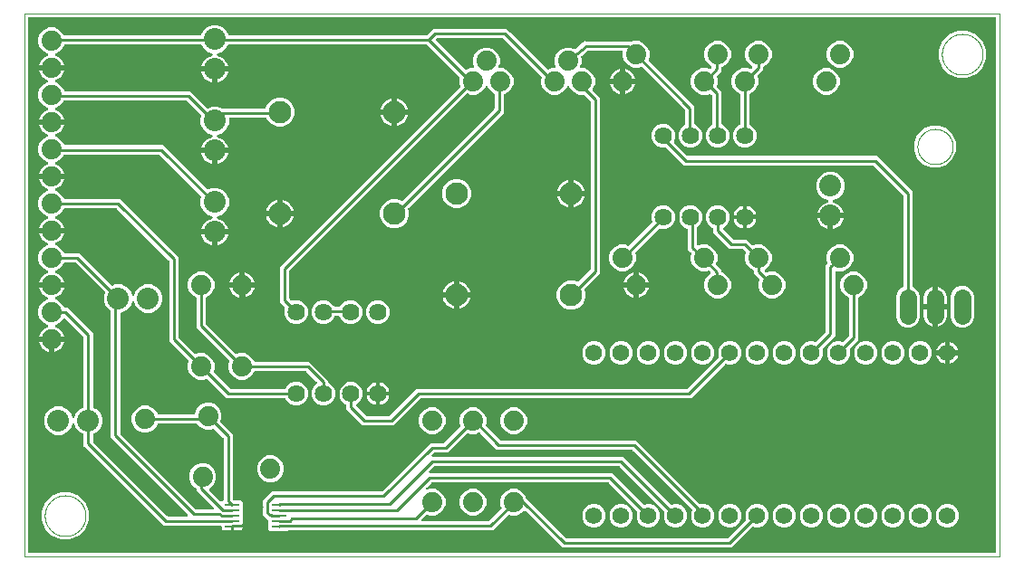
<source format=gtl>
G04 EAGLE Gerber RS-274X export*
G75*
%MOMM*%
%FSLAX34Y34*%
%LPD*%
%INTop Copper*%
%IPPOS*%
%AMOC8*
5,1,8,0,0,1.08239X$1,22.5*%
G01*
%ADD10C,0.000000*%
%ADD11C,2.032000*%
%ADD12C,1.879600*%
%ADD13C,1.574800*%
%ADD14C,2.100000*%
%ADD15C,1.625600*%
%ADD16C,1.625600*%
%ADD17R,1.422400X0.228600*%
%ADD18C,0.254000*%

G36*
X906900Y3064D02*
X906900Y3064D01*
X907019Y3071D01*
X907057Y3084D01*
X907098Y3089D01*
X907208Y3132D01*
X907321Y3169D01*
X907356Y3191D01*
X907393Y3206D01*
X907489Y3275D01*
X907590Y3339D01*
X907618Y3369D01*
X907651Y3392D01*
X907727Y3484D01*
X907808Y3571D01*
X907828Y3606D01*
X907853Y3637D01*
X907904Y3745D01*
X907962Y3849D01*
X907972Y3889D01*
X907989Y3925D01*
X908011Y4042D01*
X908041Y4157D01*
X908045Y4217D01*
X908049Y4237D01*
X908047Y4258D01*
X908051Y4318D01*
X908051Y503582D01*
X908036Y503700D01*
X908029Y503819D01*
X908016Y503857D01*
X908011Y503898D01*
X907968Y504008D01*
X907931Y504121D01*
X907909Y504156D01*
X907894Y504193D01*
X907825Y504289D01*
X907761Y504390D01*
X907731Y504418D01*
X907708Y504451D01*
X907616Y504527D01*
X907529Y504608D01*
X907494Y504628D01*
X907463Y504653D01*
X907355Y504704D01*
X907251Y504762D01*
X907211Y504772D01*
X907175Y504789D01*
X907058Y504811D01*
X906943Y504841D01*
X906883Y504845D01*
X906863Y504849D01*
X906842Y504847D01*
X906782Y504851D01*
X4318Y504851D01*
X4200Y504836D01*
X4081Y504829D01*
X4043Y504816D01*
X4002Y504811D01*
X3892Y504768D01*
X3779Y504731D01*
X3744Y504709D01*
X3707Y504694D01*
X3611Y504625D01*
X3510Y504561D01*
X3482Y504531D01*
X3449Y504508D01*
X3373Y504416D01*
X3292Y504329D01*
X3272Y504294D01*
X3247Y504263D01*
X3196Y504155D01*
X3138Y504051D01*
X3128Y504011D01*
X3111Y503975D01*
X3089Y503858D01*
X3059Y503743D01*
X3055Y503683D01*
X3051Y503663D01*
X3053Y503642D01*
X3049Y503582D01*
X3049Y4318D01*
X3064Y4200D01*
X3071Y4081D01*
X3084Y4043D01*
X3089Y4002D01*
X3132Y3892D01*
X3169Y3779D01*
X3191Y3744D01*
X3206Y3707D01*
X3275Y3611D01*
X3339Y3510D01*
X3369Y3482D01*
X3392Y3449D01*
X3484Y3373D01*
X3571Y3292D01*
X3606Y3272D01*
X3637Y3247D01*
X3745Y3196D01*
X3849Y3138D01*
X3889Y3128D01*
X3925Y3111D01*
X4042Y3089D01*
X4157Y3059D01*
X4217Y3055D01*
X4237Y3051D01*
X4258Y3053D01*
X4318Y3049D01*
X906782Y3049D01*
X906900Y3064D01*
G37*
%LPC*%
G36*
X186737Y24416D02*
X186737Y24416D01*
X186090Y24589D01*
X185511Y24924D01*
X185038Y25397D01*
X184703Y25976D01*
X184530Y26623D01*
X184530Y27512D01*
X184515Y27630D01*
X184508Y27749D01*
X184495Y27787D01*
X184490Y27828D01*
X184447Y27938D01*
X184410Y28051D01*
X184388Y28086D01*
X184373Y28123D01*
X184304Y28219D01*
X184240Y28320D01*
X184210Y28348D01*
X184187Y28381D01*
X184095Y28457D01*
X184008Y28538D01*
X183973Y28558D01*
X183942Y28583D01*
X183834Y28634D01*
X183730Y28692D01*
X183690Y28702D01*
X183654Y28719D01*
X183537Y28741D01*
X183422Y28771D01*
X183362Y28775D01*
X183342Y28779D01*
X183321Y28777D01*
X183261Y28781D01*
X130211Y28781D01*
X55371Y103621D01*
X55371Y113644D01*
X55368Y113673D01*
X55370Y113702D01*
X55348Y113830D01*
X55331Y113959D01*
X55321Y113987D01*
X55316Y114016D01*
X55262Y114134D01*
X55214Y114255D01*
X55197Y114279D01*
X55185Y114306D01*
X55104Y114407D01*
X55028Y114512D01*
X55005Y114531D01*
X54986Y114554D01*
X54883Y114632D01*
X54783Y114715D01*
X54756Y114728D01*
X54732Y114745D01*
X54588Y114816D01*
X52208Y115802D01*
X48492Y119518D01*
X46893Y123380D01*
X46824Y123500D01*
X46759Y123623D01*
X46745Y123638D01*
X46735Y123656D01*
X46638Y123756D01*
X46545Y123859D01*
X46528Y123870D01*
X46514Y123884D01*
X46396Y123957D01*
X46279Y124033D01*
X46260Y124040D01*
X46243Y124050D01*
X46110Y124091D01*
X45978Y124136D01*
X45958Y124138D01*
X45939Y124144D01*
X45800Y124151D01*
X45661Y124162D01*
X45641Y124158D01*
X45621Y124159D01*
X45485Y124131D01*
X45348Y124107D01*
X45329Y124099D01*
X45310Y124095D01*
X45185Y124034D01*
X45058Y123977D01*
X45042Y123964D01*
X45024Y123955D01*
X44918Y123865D01*
X44810Y123778D01*
X44797Y123762D01*
X44782Y123749D01*
X44702Y123635D01*
X44618Y123524D01*
X44606Y123499D01*
X44599Y123489D01*
X44592Y123470D01*
X44547Y123380D01*
X42948Y119518D01*
X39232Y115802D01*
X34377Y113791D01*
X29123Y113791D01*
X24268Y115802D01*
X20552Y119518D01*
X18541Y124373D01*
X18541Y129627D01*
X20552Y134482D01*
X24268Y138198D01*
X29123Y140209D01*
X34377Y140209D01*
X39232Y138198D01*
X42948Y134482D01*
X44547Y130620D01*
X44616Y130500D01*
X44681Y130377D01*
X44695Y130362D01*
X44705Y130344D01*
X44802Y130244D01*
X44895Y130141D01*
X44912Y130130D01*
X44926Y130116D01*
X45045Y130043D01*
X45161Y129967D01*
X45180Y129960D01*
X45197Y129950D01*
X45330Y129909D01*
X45462Y129864D01*
X45482Y129862D01*
X45501Y129856D01*
X45640Y129849D01*
X45779Y129838D01*
X45799Y129842D01*
X45819Y129841D01*
X45955Y129869D01*
X46092Y129893D01*
X46111Y129901D01*
X46130Y129905D01*
X46256Y129966D01*
X46382Y130023D01*
X46398Y130036D01*
X46416Y130045D01*
X46522Y130135D01*
X46630Y130222D01*
X46643Y130238D01*
X46658Y130251D01*
X46738Y130365D01*
X46822Y130476D01*
X46834Y130501D01*
X46841Y130511D01*
X46848Y130530D01*
X46893Y130620D01*
X48492Y134482D01*
X52208Y138198D01*
X54588Y139184D01*
X54613Y139198D01*
X54641Y139207D01*
X54751Y139277D01*
X54864Y139341D01*
X54885Y139362D01*
X54910Y139377D01*
X54999Y139472D01*
X55092Y139562D01*
X55108Y139588D01*
X55128Y139609D01*
X55191Y139723D01*
X55259Y139834D01*
X55267Y139862D01*
X55282Y139888D01*
X55314Y140013D01*
X55352Y140137D01*
X55354Y140167D01*
X55361Y140196D01*
X55371Y140356D01*
X55371Y204695D01*
X55359Y204794D01*
X55356Y204893D01*
X55339Y204951D01*
X55331Y205011D01*
X55295Y205103D01*
X55267Y205198D01*
X55237Y205250D01*
X55214Y205307D01*
X55156Y205387D01*
X55106Y205472D01*
X55040Y205547D01*
X55028Y205564D01*
X55018Y205572D01*
X55000Y205593D01*
X38200Y222392D01*
X38161Y222422D01*
X38128Y222459D01*
X38036Y222520D01*
X37949Y222587D01*
X37903Y222607D01*
X37862Y222634D01*
X37758Y222670D01*
X37657Y222713D01*
X37608Y222721D01*
X37561Y222737D01*
X37452Y222746D01*
X37343Y222763D01*
X37294Y222758D01*
X37244Y222762D01*
X37136Y222744D01*
X37027Y222733D01*
X36980Y222717D01*
X36931Y222708D01*
X36831Y222663D01*
X36727Y222626D01*
X36686Y222598D01*
X36641Y222577D01*
X36555Y222509D01*
X36464Y222447D01*
X36431Y222410D01*
X36392Y222379D01*
X36326Y222291D01*
X36254Y222209D01*
X36231Y222164D01*
X36201Y222125D01*
X36130Y221980D01*
X35952Y221550D01*
X32450Y218048D01*
X29425Y216795D01*
X29399Y216780D01*
X29370Y216771D01*
X29261Y216701D01*
X29148Y216637D01*
X29127Y216616D01*
X29102Y216600D01*
X29013Y216506D01*
X28920Y216416D01*
X28904Y216390D01*
X28884Y216369D01*
X28821Y216255D01*
X28754Y216145D01*
X28745Y216116D01*
X28731Y216090D01*
X28698Y215965D01*
X28660Y215841D01*
X28659Y215811D01*
X28651Y215782D01*
X28651Y215652D01*
X28645Y215523D01*
X28651Y215494D01*
X28651Y215464D01*
X28683Y215339D01*
X28709Y215212D01*
X28722Y215185D01*
X28730Y215156D01*
X28792Y215043D01*
X28849Y214926D01*
X28868Y214903D01*
X28883Y214877D01*
X28971Y214783D01*
X29055Y214684D01*
X29080Y214667D01*
X29100Y214645D01*
X29209Y214576D01*
X29315Y214501D01*
X29343Y214490D01*
X29369Y214474D01*
X29518Y214415D01*
X29983Y214264D01*
X31657Y213411D01*
X33178Y212306D01*
X34506Y210978D01*
X35611Y209457D01*
X36464Y207783D01*
X37045Y205996D01*
X37085Y205739D01*
X26670Y205739D01*
X26552Y205724D01*
X26433Y205717D01*
X26395Y205704D01*
X26355Y205699D01*
X26244Y205656D01*
X26131Y205619D01*
X26097Y205597D01*
X26059Y205582D01*
X25963Y205512D01*
X25862Y205449D01*
X25834Y205419D01*
X25802Y205395D01*
X25726Y205304D01*
X25644Y205217D01*
X25625Y205182D01*
X25599Y205151D01*
X25548Y205043D01*
X25491Y204939D01*
X25480Y204899D01*
X25463Y204863D01*
X25441Y204746D01*
X25411Y204631D01*
X25407Y204570D01*
X25403Y204550D01*
X25405Y204530D01*
X25401Y204470D01*
X25401Y203199D01*
X25399Y203199D01*
X25399Y204470D01*
X25384Y204588D01*
X25377Y204707D01*
X25364Y204745D01*
X25359Y204785D01*
X25315Y204896D01*
X25279Y205009D01*
X25257Y205044D01*
X25242Y205081D01*
X25172Y205177D01*
X25109Y205278D01*
X25079Y205306D01*
X25055Y205339D01*
X24964Y205414D01*
X24877Y205496D01*
X24842Y205516D01*
X24810Y205541D01*
X24703Y205592D01*
X24598Y205650D01*
X24559Y205660D01*
X24523Y205677D01*
X24406Y205699D01*
X24291Y205729D01*
X24230Y205733D01*
X24210Y205737D01*
X24190Y205735D01*
X24130Y205739D01*
X13715Y205739D01*
X13755Y205996D01*
X14336Y207783D01*
X15189Y209457D01*
X16294Y210978D01*
X17622Y212306D01*
X19143Y213411D01*
X20817Y214264D01*
X21282Y214415D01*
X21309Y214428D01*
X21338Y214435D01*
X21452Y214495D01*
X21570Y214550D01*
X21593Y214569D01*
X21619Y214583D01*
X21715Y214670D01*
X21815Y214753D01*
X21832Y214777D01*
X21854Y214797D01*
X21926Y214906D01*
X22002Y215010D01*
X22013Y215038D01*
X22029Y215063D01*
X22071Y215186D01*
X22119Y215306D01*
X22123Y215336D01*
X22132Y215364D01*
X22143Y215493D01*
X22159Y215621D01*
X22155Y215651D01*
X22158Y215681D01*
X22135Y215809D01*
X22119Y215937D01*
X22108Y215965D01*
X22103Y215994D01*
X22050Y216112D01*
X22002Y216233D01*
X21985Y216257D01*
X21973Y216284D01*
X21892Y216385D01*
X21816Y216490D01*
X21793Y216509D01*
X21774Y216533D01*
X21670Y216611D01*
X21571Y216693D01*
X21544Y216706D01*
X21520Y216724D01*
X21375Y216795D01*
X18350Y218048D01*
X14848Y221550D01*
X12953Y226124D01*
X12953Y231076D01*
X14848Y235650D01*
X18350Y239152D01*
X21375Y240405D01*
X21401Y240420D01*
X21430Y240429D01*
X21539Y240499D01*
X21652Y240563D01*
X21673Y240584D01*
X21698Y240600D01*
X21787Y240694D01*
X21880Y240784D01*
X21896Y240810D01*
X21916Y240831D01*
X21979Y240945D01*
X22046Y241055D01*
X22055Y241084D01*
X22069Y241110D01*
X22102Y241235D01*
X22140Y241359D01*
X22141Y241389D01*
X22149Y241418D01*
X22149Y241548D01*
X22155Y241677D01*
X22149Y241706D01*
X22149Y241736D01*
X22117Y241861D01*
X22091Y241988D01*
X22078Y242015D01*
X22070Y242044D01*
X22008Y242157D01*
X21951Y242274D01*
X21932Y242297D01*
X21917Y242323D01*
X21829Y242417D01*
X21745Y242516D01*
X21720Y242533D01*
X21700Y242555D01*
X21591Y242624D01*
X21485Y242699D01*
X21457Y242710D01*
X21431Y242726D01*
X21282Y242785D01*
X20817Y242936D01*
X19143Y243789D01*
X17622Y244894D01*
X16294Y246222D01*
X15189Y247743D01*
X14336Y249417D01*
X13755Y251204D01*
X13715Y251461D01*
X24130Y251461D01*
X24248Y251476D01*
X24367Y251483D01*
X24405Y251496D01*
X24445Y251501D01*
X24556Y251544D01*
X24669Y251581D01*
X24703Y251603D01*
X24741Y251618D01*
X24837Y251688D01*
X24938Y251751D01*
X24966Y251781D01*
X24998Y251804D01*
X25074Y251896D01*
X25156Y251983D01*
X25175Y252018D01*
X25201Y252049D01*
X25252Y252157D01*
X25309Y252261D01*
X25320Y252301D01*
X25337Y252337D01*
X25359Y252454D01*
X25389Y252569D01*
X25393Y252630D01*
X25397Y252650D01*
X25395Y252670D01*
X25399Y252730D01*
X25399Y255270D01*
X25384Y255388D01*
X25377Y255507D01*
X25364Y255545D01*
X25359Y255585D01*
X25315Y255696D01*
X25279Y255809D01*
X25257Y255844D01*
X25242Y255881D01*
X25172Y255977D01*
X25109Y256078D01*
X25079Y256106D01*
X25055Y256139D01*
X24964Y256214D01*
X24877Y256296D01*
X24842Y256316D01*
X24810Y256341D01*
X24703Y256392D01*
X24598Y256450D01*
X24559Y256460D01*
X24523Y256477D01*
X24406Y256499D01*
X24291Y256529D01*
X24230Y256533D01*
X24210Y256537D01*
X24190Y256535D01*
X24130Y256539D01*
X13715Y256539D01*
X13755Y256796D01*
X14336Y258583D01*
X15189Y260257D01*
X16294Y261778D01*
X17622Y263106D01*
X19143Y264211D01*
X20817Y265064D01*
X21282Y265215D01*
X21309Y265228D01*
X21338Y265235D01*
X21452Y265295D01*
X21570Y265350D01*
X21593Y265369D01*
X21619Y265383D01*
X21715Y265470D01*
X21815Y265553D01*
X21832Y265577D01*
X21854Y265597D01*
X21926Y265706D01*
X22002Y265810D01*
X22013Y265838D01*
X22029Y265863D01*
X22071Y265986D01*
X22119Y266106D01*
X22123Y266136D01*
X22132Y266164D01*
X22143Y266293D01*
X22159Y266421D01*
X22155Y266451D01*
X22158Y266481D01*
X22135Y266609D01*
X22119Y266737D01*
X22108Y266765D01*
X22103Y266794D01*
X22050Y266912D01*
X22002Y267033D01*
X21985Y267057D01*
X21973Y267084D01*
X21892Y267185D01*
X21816Y267290D01*
X21793Y267309D01*
X21774Y267333D01*
X21670Y267411D01*
X21571Y267493D01*
X21544Y267506D01*
X21520Y267524D01*
X21375Y267595D01*
X18350Y268848D01*
X14848Y272350D01*
X12953Y276924D01*
X12953Y281876D01*
X14848Y286450D01*
X18350Y289952D01*
X21375Y291205D01*
X21401Y291220D01*
X21430Y291229D01*
X21539Y291299D01*
X21652Y291363D01*
X21673Y291384D01*
X21698Y291400D01*
X21787Y291494D01*
X21880Y291584D01*
X21896Y291610D01*
X21916Y291631D01*
X21979Y291745D01*
X22046Y291855D01*
X22055Y291884D01*
X22069Y291910D01*
X22102Y292035D01*
X22140Y292159D01*
X22141Y292189D01*
X22149Y292218D01*
X22149Y292348D01*
X22155Y292477D01*
X22149Y292506D01*
X22149Y292536D01*
X22117Y292661D01*
X22091Y292788D01*
X22078Y292815D01*
X22070Y292844D01*
X22008Y292957D01*
X21951Y293074D01*
X21932Y293097D01*
X21917Y293123D01*
X21829Y293217D01*
X21745Y293316D01*
X21720Y293333D01*
X21700Y293355D01*
X21591Y293424D01*
X21485Y293499D01*
X21457Y293510D01*
X21431Y293526D01*
X21282Y293585D01*
X20817Y293736D01*
X19143Y294589D01*
X17622Y295694D01*
X16294Y297022D01*
X15189Y298543D01*
X14336Y300217D01*
X13755Y302004D01*
X13715Y302261D01*
X24130Y302261D01*
X24248Y302276D01*
X24367Y302283D01*
X24405Y302296D01*
X24445Y302301D01*
X24556Y302344D01*
X24669Y302381D01*
X24703Y302403D01*
X24741Y302418D01*
X24837Y302488D01*
X24938Y302551D01*
X24966Y302581D01*
X24998Y302604D01*
X25074Y302696D01*
X25156Y302783D01*
X25175Y302818D01*
X25201Y302849D01*
X25252Y302957D01*
X25309Y303061D01*
X25320Y303101D01*
X25337Y303137D01*
X25359Y303254D01*
X25389Y303369D01*
X25393Y303430D01*
X25397Y303450D01*
X25395Y303470D01*
X25399Y303530D01*
X25399Y306070D01*
X25384Y306188D01*
X25377Y306307D01*
X25364Y306345D01*
X25359Y306385D01*
X25315Y306496D01*
X25279Y306609D01*
X25257Y306644D01*
X25242Y306681D01*
X25172Y306777D01*
X25109Y306878D01*
X25079Y306906D01*
X25055Y306939D01*
X24964Y307014D01*
X24877Y307096D01*
X24842Y307116D01*
X24810Y307141D01*
X24703Y307192D01*
X24598Y307250D01*
X24559Y307260D01*
X24523Y307277D01*
X24406Y307299D01*
X24291Y307329D01*
X24230Y307333D01*
X24210Y307337D01*
X24190Y307335D01*
X24130Y307339D01*
X13715Y307339D01*
X13755Y307596D01*
X14336Y309383D01*
X15189Y311057D01*
X16294Y312578D01*
X17622Y313906D01*
X19143Y315011D01*
X20817Y315864D01*
X21282Y316015D01*
X21309Y316028D01*
X21338Y316035D01*
X21452Y316095D01*
X21570Y316150D01*
X21593Y316169D01*
X21619Y316183D01*
X21715Y316270D01*
X21815Y316353D01*
X21832Y316377D01*
X21854Y316397D01*
X21925Y316505D01*
X22002Y316610D01*
X22013Y316638D01*
X22029Y316663D01*
X22071Y316786D01*
X22119Y316906D01*
X22123Y316936D01*
X22132Y316964D01*
X22143Y317093D01*
X22159Y317221D01*
X22155Y317251D01*
X22158Y317281D01*
X22135Y317409D01*
X22119Y317537D01*
X22108Y317565D01*
X22103Y317594D01*
X22050Y317712D01*
X22002Y317833D01*
X21985Y317857D01*
X21973Y317884D01*
X21892Y317985D01*
X21816Y318090D01*
X21793Y318109D01*
X21774Y318133D01*
X21670Y318211D01*
X21571Y318293D01*
X21544Y318306D01*
X21520Y318324D01*
X21375Y318395D01*
X18350Y319648D01*
X14848Y323150D01*
X12953Y327724D01*
X12953Y332676D01*
X14848Y337250D01*
X18350Y340752D01*
X21375Y342005D01*
X21401Y342020D01*
X21430Y342029D01*
X21539Y342098D01*
X21652Y342163D01*
X21673Y342184D01*
X21698Y342200D01*
X21787Y342294D01*
X21880Y342384D01*
X21896Y342410D01*
X21916Y342431D01*
X21979Y342545D01*
X22046Y342655D01*
X22055Y342684D01*
X22069Y342710D01*
X22102Y342836D01*
X22140Y342959D01*
X22141Y342989D01*
X22149Y343018D01*
X22149Y343148D01*
X22155Y343277D01*
X22149Y343306D01*
X22149Y343336D01*
X22117Y343462D01*
X22091Y343588D01*
X22078Y343615D01*
X22070Y343644D01*
X22008Y343758D01*
X21951Y343874D01*
X21932Y343897D01*
X21917Y343923D01*
X21829Y344018D01*
X21745Y344116D01*
X21720Y344133D01*
X21700Y344155D01*
X21591Y344224D01*
X21485Y344299D01*
X21457Y344310D01*
X21431Y344326D01*
X21282Y344385D01*
X20817Y344536D01*
X19143Y345389D01*
X17622Y346494D01*
X16294Y347822D01*
X15189Y349343D01*
X14336Y351017D01*
X13755Y352804D01*
X13715Y353061D01*
X24130Y353061D01*
X24248Y353076D01*
X24367Y353083D01*
X24405Y353096D01*
X24445Y353101D01*
X24556Y353144D01*
X24669Y353181D01*
X24703Y353203D01*
X24741Y353218D01*
X24837Y353288D01*
X24938Y353351D01*
X24966Y353381D01*
X24998Y353404D01*
X25074Y353496D01*
X25156Y353583D01*
X25175Y353618D01*
X25201Y353649D01*
X25252Y353757D01*
X25309Y353861D01*
X25320Y353901D01*
X25337Y353937D01*
X25359Y354054D01*
X25389Y354169D01*
X25393Y354230D01*
X25397Y354250D01*
X25395Y354270D01*
X25399Y354330D01*
X25399Y356870D01*
X25384Y356988D01*
X25377Y357107D01*
X25364Y357145D01*
X25359Y357185D01*
X25315Y357296D01*
X25279Y357409D01*
X25257Y357444D01*
X25242Y357481D01*
X25172Y357577D01*
X25109Y357678D01*
X25079Y357706D01*
X25055Y357739D01*
X24964Y357814D01*
X24877Y357896D01*
X24842Y357916D01*
X24810Y357941D01*
X24703Y357992D01*
X24598Y358050D01*
X24559Y358060D01*
X24523Y358077D01*
X24406Y358099D01*
X24291Y358129D01*
X24230Y358133D01*
X24210Y358137D01*
X24190Y358135D01*
X24130Y358139D01*
X13715Y358139D01*
X13755Y358396D01*
X14336Y360183D01*
X15189Y361857D01*
X16294Y363378D01*
X17622Y364706D01*
X19143Y365811D01*
X20817Y366664D01*
X21282Y366815D01*
X21309Y366828D01*
X21338Y366835D01*
X21453Y366895D01*
X21570Y366950D01*
X21593Y366969D01*
X21619Y366983D01*
X21715Y367070D01*
X21815Y367153D01*
X21832Y367177D01*
X21854Y367197D01*
X21926Y367306D01*
X22002Y367410D01*
X22013Y367438D01*
X22029Y367463D01*
X22071Y367586D01*
X22119Y367706D01*
X22123Y367736D01*
X22132Y367764D01*
X22143Y367893D01*
X22159Y368021D01*
X22155Y368051D01*
X22158Y368081D01*
X22135Y368209D01*
X22119Y368337D01*
X22108Y368365D01*
X22103Y368394D01*
X22050Y368512D01*
X22002Y368633D01*
X21985Y368657D01*
X21973Y368684D01*
X21892Y368785D01*
X21816Y368890D01*
X21793Y368909D01*
X21774Y368933D01*
X21671Y369010D01*
X21571Y369093D01*
X21544Y369106D01*
X21520Y369124D01*
X21375Y369195D01*
X18350Y370448D01*
X14848Y373950D01*
X12953Y378524D01*
X12953Y383476D01*
X14848Y388050D01*
X18350Y391552D01*
X21375Y392805D01*
X21401Y392820D01*
X21430Y392829D01*
X21464Y392851D01*
X21501Y392865D01*
X21573Y392918D01*
X21652Y392963D01*
X21673Y392984D01*
X21698Y393000D01*
X21726Y393029D01*
X21758Y393052D01*
X21815Y393121D01*
X21880Y393184D01*
X21896Y393210D01*
X21916Y393231D01*
X21936Y393267D01*
X21961Y393297D01*
X21999Y393377D01*
X22046Y393455D01*
X22055Y393484D01*
X22069Y393510D01*
X22080Y393550D01*
X22096Y393585D01*
X22113Y393671D01*
X22140Y393759D01*
X22141Y393789D01*
X22149Y393818D01*
X22149Y393859D01*
X22156Y393897D01*
X22151Y393985D01*
X22155Y394077D01*
X22149Y394106D01*
X22149Y394136D01*
X22139Y394176D01*
X22136Y394215D01*
X22109Y394298D01*
X22091Y394388D01*
X22078Y394415D01*
X22070Y394444D01*
X22050Y394480D01*
X22038Y394517D01*
X21991Y394591D01*
X21951Y394674D01*
X21932Y394697D01*
X21917Y394723D01*
X21889Y394753D01*
X21868Y394786D01*
X21804Y394846D01*
X21745Y394916D01*
X21720Y394933D01*
X21700Y394955D01*
X21665Y394977D01*
X21637Y395004D01*
X21560Y395046D01*
X21485Y395099D01*
X21457Y395110D01*
X21431Y395126D01*
X21375Y395148D01*
X21358Y395157D01*
X21340Y395162D01*
X21282Y395185D01*
X20817Y395336D01*
X19143Y396189D01*
X17622Y397294D01*
X16294Y398622D01*
X15189Y400143D01*
X14336Y401817D01*
X13755Y403604D01*
X13715Y403861D01*
X24130Y403861D01*
X24248Y403876D01*
X24367Y403883D01*
X24405Y403896D01*
X24445Y403901D01*
X24556Y403944D01*
X24669Y403981D01*
X24703Y404003D01*
X24741Y404018D01*
X24837Y404088D01*
X24938Y404151D01*
X24966Y404181D01*
X24998Y404204D01*
X25074Y404296D01*
X25156Y404383D01*
X25175Y404418D01*
X25201Y404449D01*
X25252Y404557D01*
X25309Y404661D01*
X25320Y404701D01*
X25337Y404737D01*
X25359Y404854D01*
X25389Y404969D01*
X25393Y405030D01*
X25397Y405050D01*
X25395Y405070D01*
X25399Y405130D01*
X25399Y407670D01*
X25384Y407788D01*
X25377Y407907D01*
X25364Y407945D01*
X25359Y407985D01*
X25315Y408096D01*
X25279Y408209D01*
X25257Y408244D01*
X25242Y408281D01*
X25172Y408377D01*
X25109Y408478D01*
X25079Y408506D01*
X25055Y408539D01*
X24964Y408614D01*
X24877Y408696D01*
X24842Y408716D01*
X24810Y408741D01*
X24703Y408792D01*
X24598Y408850D01*
X24559Y408860D01*
X24523Y408877D01*
X24406Y408899D01*
X24291Y408929D01*
X24230Y408933D01*
X24210Y408937D01*
X24190Y408935D01*
X24130Y408939D01*
X13715Y408939D01*
X13755Y409196D01*
X14336Y410983D01*
X15189Y412657D01*
X16294Y414178D01*
X17622Y415506D01*
X19143Y416611D01*
X20817Y417464D01*
X21282Y417615D01*
X21309Y417628D01*
X21338Y417635D01*
X21452Y417695D01*
X21570Y417750D01*
X21593Y417769D01*
X21619Y417783D01*
X21715Y417870D01*
X21815Y417953D01*
X21832Y417977D01*
X21854Y417997D01*
X21926Y418106D01*
X22002Y418210D01*
X22013Y418238D01*
X22029Y418263D01*
X22071Y418386D01*
X22119Y418506D01*
X22123Y418536D01*
X22132Y418564D01*
X22143Y418693D01*
X22159Y418821D01*
X22155Y418851D01*
X22158Y418881D01*
X22135Y419009D01*
X22119Y419137D01*
X22108Y419165D01*
X22103Y419194D01*
X22050Y419312D01*
X22002Y419433D01*
X21985Y419457D01*
X21973Y419484D01*
X21892Y419585D01*
X21816Y419690D01*
X21793Y419709D01*
X21774Y419733D01*
X21670Y419811D01*
X21571Y419893D01*
X21544Y419906D01*
X21520Y419924D01*
X21375Y419995D01*
X18350Y421248D01*
X14848Y424750D01*
X12953Y429324D01*
X12953Y434276D01*
X14848Y438850D01*
X18350Y442352D01*
X21375Y443605D01*
X21401Y443620D01*
X21430Y443629D01*
X21539Y443699D01*
X21652Y443763D01*
X21673Y443784D01*
X21698Y443800D01*
X21787Y443894D01*
X21880Y443984D01*
X21896Y444010D01*
X21916Y444031D01*
X21979Y444145D01*
X22046Y444255D01*
X22055Y444284D01*
X22069Y444310D01*
X22102Y444435D01*
X22140Y444559D01*
X22141Y444589D01*
X22149Y444618D01*
X22149Y444748D01*
X22155Y444877D01*
X22149Y444906D01*
X22149Y444936D01*
X22117Y445061D01*
X22091Y445188D01*
X22078Y445215D01*
X22070Y445244D01*
X22008Y445357D01*
X21951Y445474D01*
X21932Y445497D01*
X21917Y445523D01*
X21829Y445617D01*
X21745Y445716D01*
X21720Y445733D01*
X21700Y445755D01*
X21591Y445824D01*
X21485Y445899D01*
X21457Y445910D01*
X21431Y445926D01*
X21282Y445985D01*
X20817Y446136D01*
X19143Y446989D01*
X17622Y448094D01*
X16294Y449422D01*
X15189Y450943D01*
X14336Y452617D01*
X13755Y454404D01*
X13715Y454661D01*
X24130Y454661D01*
X24248Y454676D01*
X24367Y454683D01*
X24405Y454696D01*
X24445Y454701D01*
X24556Y454744D01*
X24669Y454781D01*
X24703Y454803D01*
X24741Y454818D01*
X24837Y454888D01*
X24938Y454951D01*
X24966Y454981D01*
X24998Y455004D01*
X25074Y455096D01*
X25156Y455183D01*
X25175Y455218D01*
X25201Y455249D01*
X25252Y455357D01*
X25309Y455461D01*
X25320Y455501D01*
X25337Y455537D01*
X25359Y455654D01*
X25389Y455769D01*
X25393Y455830D01*
X25397Y455850D01*
X25395Y455870D01*
X25399Y455930D01*
X25399Y458470D01*
X25384Y458588D01*
X25377Y458707D01*
X25364Y458745D01*
X25359Y458785D01*
X25315Y458896D01*
X25279Y459009D01*
X25257Y459044D01*
X25242Y459081D01*
X25172Y459177D01*
X25109Y459278D01*
X25079Y459306D01*
X25055Y459339D01*
X24964Y459414D01*
X24877Y459496D01*
X24842Y459516D01*
X24810Y459541D01*
X24703Y459592D01*
X24598Y459650D01*
X24559Y459660D01*
X24523Y459677D01*
X24406Y459699D01*
X24291Y459729D01*
X24230Y459733D01*
X24210Y459737D01*
X24190Y459735D01*
X24130Y459739D01*
X13715Y459739D01*
X13755Y459996D01*
X14336Y461783D01*
X15189Y463457D01*
X16294Y464978D01*
X17622Y466306D01*
X19143Y467411D01*
X20817Y468264D01*
X21282Y468415D01*
X21309Y468428D01*
X21338Y468435D01*
X21452Y468495D01*
X21570Y468550D01*
X21593Y468569D01*
X21619Y468583D01*
X21715Y468670D01*
X21815Y468753D01*
X21832Y468777D01*
X21854Y468797D01*
X21925Y468905D01*
X22002Y469010D01*
X22013Y469038D01*
X22029Y469063D01*
X22071Y469186D01*
X22119Y469306D01*
X22123Y469336D01*
X22132Y469364D01*
X22143Y469493D01*
X22159Y469621D01*
X22155Y469651D01*
X22158Y469681D01*
X22135Y469809D01*
X22119Y469937D01*
X22108Y469965D01*
X22103Y469994D01*
X22050Y470112D01*
X22002Y470233D01*
X21985Y470257D01*
X21973Y470284D01*
X21892Y470385D01*
X21816Y470490D01*
X21793Y470509D01*
X21774Y470533D01*
X21670Y470611D01*
X21571Y470693D01*
X21544Y470706D01*
X21520Y470724D01*
X21375Y470795D01*
X18350Y472048D01*
X14848Y475550D01*
X12953Y480124D01*
X12953Y485076D01*
X14848Y489650D01*
X18350Y493152D01*
X22924Y495047D01*
X27876Y495047D01*
X32450Y493152D01*
X35952Y489650D01*
X36443Y488464D01*
X36458Y488439D01*
X36467Y488411D01*
X36536Y488301D01*
X36601Y488188D01*
X36621Y488167D01*
X36637Y488142D01*
X36732Y488053D01*
X36822Y487960D01*
X36847Y487944D01*
X36869Y487924D01*
X36983Y487861D01*
X37093Y487793D01*
X37121Y487785D01*
X37147Y487770D01*
X37273Y487738D01*
X37397Y487700D01*
X37427Y487698D01*
X37455Y487691D01*
X37616Y487681D01*
X164233Y487681D01*
X164263Y487684D01*
X164292Y487682D01*
X164420Y487704D01*
X164549Y487721D01*
X164576Y487731D01*
X164605Y487736D01*
X164724Y487790D01*
X164845Y487838D01*
X164868Y487855D01*
X164895Y487867D01*
X164997Y487948D01*
X165102Y488024D01*
X165121Y488047D01*
X165144Y488066D01*
X165222Y488169D01*
X165305Y488269D01*
X165317Y488296D01*
X165335Y488320D01*
X165406Y488464D01*
X166602Y491352D01*
X170318Y495068D01*
X175173Y497079D01*
X180427Y497079D01*
X185282Y495068D01*
X188998Y491352D01*
X190194Y488464D01*
X190209Y488439D01*
X190218Y488411D01*
X190287Y488301D01*
X190352Y488188D01*
X190372Y488167D01*
X190388Y488142D01*
X190483Y488053D01*
X190573Y487960D01*
X190598Y487944D01*
X190620Y487924D01*
X190733Y487861D01*
X190844Y487793D01*
X190872Y487785D01*
X190898Y487770D01*
X191024Y487738D01*
X191148Y487700D01*
X191177Y487698D01*
X191206Y487691D01*
X191367Y487681D01*
X375637Y487681D01*
X375736Y487693D01*
X375835Y487696D01*
X375893Y487713D01*
X375953Y487721D01*
X376045Y487757D01*
X376140Y487785D01*
X376192Y487815D01*
X376249Y487838D01*
X376329Y487896D01*
X376414Y487946D01*
X376489Y488012D01*
X376506Y488024D01*
X376514Y488034D01*
X376535Y488052D01*
X382005Y493523D01*
X450861Y493523D01*
X453762Y490621D01*
X488415Y455969D01*
X488438Y455950D01*
X488458Y455928D01*
X488564Y455853D01*
X488666Y455774D01*
X488693Y455762D01*
X488718Y455745D01*
X488839Y455699D01*
X488958Y455647D01*
X488987Y455643D01*
X489015Y455632D01*
X489144Y455618D01*
X489272Y455597D01*
X489302Y455600D01*
X489331Y455597D01*
X489460Y455615D01*
X489589Y455627D01*
X489617Y455637D01*
X489646Y455641D01*
X489798Y455693D01*
X492824Y456947D01*
X495363Y456947D01*
X495413Y456953D01*
X495462Y456951D01*
X495570Y456973D01*
X495679Y456987D01*
X495725Y457005D01*
X495774Y457015D01*
X495872Y457063D01*
X495975Y457104D01*
X496015Y457133D01*
X496059Y457155D01*
X496143Y457226D01*
X496232Y457290D01*
X496264Y457329D01*
X496301Y457361D01*
X496365Y457451D01*
X496435Y457535D01*
X496456Y457580D01*
X496485Y457621D01*
X496523Y457724D01*
X496570Y457823D01*
X496580Y457872D01*
X496597Y457918D01*
X496609Y458028D01*
X496630Y458135D01*
X496627Y458185D01*
X496632Y458234D01*
X496617Y458343D01*
X496610Y458453D01*
X496595Y458500D01*
X496588Y458549D01*
X496536Y458702D01*
X495553Y461074D01*
X495553Y466026D01*
X497448Y470600D01*
X500950Y474102D01*
X505524Y475997D01*
X510476Y475997D01*
X513403Y474784D01*
X513537Y474748D01*
X513671Y474706D01*
X513691Y474706D01*
X513709Y474700D01*
X513849Y474698D01*
X513989Y474692D01*
X514008Y474696D01*
X514027Y474695D01*
X514164Y474728D01*
X514300Y474756D01*
X514318Y474765D01*
X514337Y474770D01*
X514461Y474835D01*
X514586Y474897D01*
X514607Y474913D01*
X514618Y474918D01*
X514633Y474932D01*
X514714Y474993D01*
X521621Y480913D01*
X521636Y480930D01*
X521693Y480979D01*
X522847Y482134D01*
X522890Y482151D01*
X522939Y482161D01*
X523037Y482209D01*
X523071Y482223D01*
X524712Y482096D01*
X524734Y482098D01*
X524809Y482093D01*
X565415Y482093D01*
X565693Y481815D01*
X565716Y481797D01*
X565735Y481774D01*
X565841Y481700D01*
X565944Y481620D01*
X565971Y481608D01*
X565995Y481591D01*
X566117Y481545D01*
X566236Y481494D01*
X566265Y481489D01*
X566293Y481478D01*
X566422Y481464D01*
X566550Y481444D01*
X566579Y481447D01*
X566609Y481443D01*
X566737Y481461D01*
X566867Y481474D01*
X566894Y481484D01*
X566924Y481488D01*
X567076Y481540D01*
X569024Y482347D01*
X573976Y482347D01*
X578550Y480452D01*
X582052Y476950D01*
X583947Y472376D01*
X583947Y467424D01*
X583065Y465296D01*
X583058Y465268D01*
X583044Y465242D01*
X583016Y465115D01*
X582981Y464990D01*
X582981Y464960D01*
X582974Y464931D01*
X582978Y464802D01*
X582976Y464672D01*
X582983Y464643D01*
X582984Y464613D01*
X583020Y464489D01*
X583051Y464362D01*
X583064Y464336D01*
X583073Y464308D01*
X583138Y464196D01*
X583199Y464081D01*
X583219Y464059D01*
X583234Y464034D01*
X583340Y463913D01*
X626111Y421143D01*
X626111Y405067D01*
X626114Y405038D01*
X626112Y405009D01*
X626134Y404880D01*
X626151Y404752D01*
X626161Y404724D01*
X626166Y404695D01*
X626220Y404576D01*
X626268Y404456D01*
X626285Y404432D01*
X626297Y404405D01*
X626378Y404304D01*
X626454Y404199D01*
X626477Y404180D01*
X626496Y404157D01*
X626599Y404079D01*
X626699Y403996D01*
X626726Y403983D01*
X626750Y403966D01*
X626894Y403895D01*
X628631Y403175D01*
X631775Y400031D01*
X633477Y395923D01*
X633477Y391477D01*
X631775Y387369D01*
X628631Y384225D01*
X624523Y382523D01*
X620077Y382523D01*
X615969Y384225D01*
X612825Y387369D01*
X611123Y391477D01*
X611123Y395923D01*
X612825Y400031D01*
X615969Y403175D01*
X616690Y403474D01*
X616715Y403488D01*
X616743Y403497D01*
X616853Y403567D01*
X616966Y403631D01*
X616987Y403652D01*
X617012Y403668D01*
X617101Y403762D01*
X617194Y403853D01*
X617210Y403878D01*
X617230Y403899D01*
X617293Y404013D01*
X617361Y404124D01*
X617369Y404152D01*
X617384Y404178D01*
X617416Y404304D01*
X617454Y404428D01*
X617456Y404457D01*
X617463Y404486D01*
X617473Y404646D01*
X617473Y417039D01*
X617461Y417138D01*
X617458Y417237D01*
X617441Y417295D01*
X617433Y417355D01*
X617397Y417447D01*
X617369Y417542D01*
X617339Y417594D01*
X617316Y417651D01*
X617258Y417731D01*
X617208Y417816D01*
X617142Y417891D01*
X617130Y417908D01*
X617120Y417916D01*
X617102Y417937D01*
X577128Y457911D01*
X577104Y457929D01*
X577085Y457951D01*
X576979Y458026D01*
X576876Y458106D01*
X576849Y458117D01*
X576825Y458134D01*
X576704Y458180D01*
X576585Y458232D01*
X576555Y458237D01*
X576528Y458247D01*
X576399Y458261D01*
X576270Y458282D01*
X576241Y458279D01*
X576212Y458282D01*
X576083Y458264D01*
X575954Y458252D01*
X575926Y458242D01*
X575897Y458238D01*
X575744Y458186D01*
X573976Y457453D01*
X569024Y457453D01*
X564450Y459348D01*
X560948Y462850D01*
X559053Y467424D01*
X559053Y472186D01*
X559038Y472304D01*
X559031Y472423D01*
X559018Y472461D01*
X559013Y472502D01*
X558970Y472612D01*
X558933Y472725D01*
X558911Y472760D01*
X558896Y472797D01*
X558827Y472893D01*
X558763Y472994D01*
X558733Y473022D01*
X558710Y473055D01*
X558618Y473131D01*
X558531Y473212D01*
X558496Y473232D01*
X558465Y473257D01*
X558357Y473308D01*
X558253Y473366D01*
X558213Y473376D01*
X558177Y473393D01*
X558060Y473415D01*
X557945Y473445D01*
X557885Y473449D01*
X557865Y473453D01*
X557844Y473451D01*
X557784Y473455D01*
X526662Y473455D01*
X526612Y473449D01*
X526561Y473451D01*
X526454Y473429D01*
X526346Y473415D01*
X526299Y473397D01*
X526250Y473387D01*
X526152Y473339D01*
X526051Y473298D01*
X526010Y473269D01*
X525964Y473247D01*
X525836Y473150D01*
X520380Y468473D01*
X520327Y468415D01*
X520268Y468365D01*
X520221Y468298D01*
X520166Y468238D01*
X520130Y468168D01*
X520085Y468105D01*
X520056Y468028D01*
X520018Y467956D01*
X520000Y467880D01*
X519972Y467807D01*
X519963Y467726D01*
X519944Y467647D01*
X519946Y467569D01*
X519937Y467491D01*
X519948Y467410D01*
X519950Y467329D01*
X519970Y467254D01*
X519981Y467176D01*
X520033Y467024D01*
X520447Y466026D01*
X520447Y461074D01*
X519464Y458702D01*
X519451Y458654D01*
X519430Y458609D01*
X519409Y458501D01*
X519380Y458395D01*
X519379Y458345D01*
X519370Y458296D01*
X519377Y458187D01*
X519375Y458077D01*
X519387Y458029D01*
X519390Y457979D01*
X519424Y457875D01*
X519449Y457768D01*
X519472Y457724D01*
X519488Y457677D01*
X519547Y457584D01*
X519598Y457487D01*
X519631Y457450D01*
X519658Y457408D01*
X519738Y457333D01*
X519812Y457251D01*
X519853Y457224D01*
X519890Y457190D01*
X519986Y457137D01*
X520078Y457077D01*
X520125Y457060D01*
X520168Y457036D01*
X520274Y457009D01*
X520378Y456973D01*
X520428Y456969D01*
X520476Y456957D01*
X520637Y456947D01*
X523176Y456947D01*
X527750Y455052D01*
X531252Y451550D01*
X533147Y446976D01*
X533147Y442024D01*
X531241Y437424D01*
X531220Y437397D01*
X531142Y437308D01*
X531123Y437272D01*
X531099Y437240D01*
X531051Y437131D01*
X530997Y437025D01*
X530988Y436985D01*
X530972Y436948D01*
X530954Y436830D01*
X530927Y436714D01*
X530929Y436674D01*
X530922Y436634D01*
X530933Y436516D01*
X530937Y436396D01*
X530948Y436358D01*
X530952Y436317D01*
X530992Y436205D01*
X531026Y436091D01*
X531046Y436056D01*
X531060Y436018D01*
X531127Y435919D01*
X531187Y435817D01*
X531227Y435772D01*
X531238Y435755D01*
X531254Y435741D01*
X531293Y435696D01*
X534817Y432172D01*
X537719Y429271D01*
X537719Y265165D01*
X523560Y251006D01*
X523542Y250983D01*
X523519Y250964D01*
X523444Y250858D01*
X523365Y250755D01*
X523353Y250728D01*
X523336Y250704D01*
X523290Y250582D01*
X523238Y250463D01*
X523234Y250434D01*
X523223Y250406D01*
X523209Y250277D01*
X523189Y250149D01*
X523191Y250119D01*
X523188Y250090D01*
X523206Y249962D01*
X523218Y249832D01*
X523228Y249804D01*
X523232Y249775D01*
X523285Y249623D01*
X524249Y247295D01*
X524249Y241905D01*
X522186Y236925D01*
X518375Y233114D01*
X513395Y231051D01*
X508005Y231051D01*
X503025Y233114D01*
X499214Y236925D01*
X497151Y241905D01*
X497151Y247295D01*
X499214Y252275D01*
X503025Y256086D01*
X508005Y258149D01*
X513395Y258149D01*
X516212Y256982D01*
X516241Y256974D01*
X516267Y256961D01*
X516394Y256932D01*
X516519Y256898D01*
X516548Y256897D01*
X516577Y256891D01*
X516707Y256895D01*
X516837Y256893D01*
X516866Y256900D01*
X516895Y256901D01*
X517020Y256937D01*
X517146Y256967D01*
X517172Y256981D01*
X517201Y256989D01*
X517295Y257045D01*
X517323Y257056D01*
X517347Y257073D01*
X517427Y257116D01*
X517449Y257136D01*
X517475Y257151D01*
X517574Y257238D01*
X517580Y257242D01*
X517583Y257246D01*
X517595Y257257D01*
X528710Y268371D01*
X528770Y268449D01*
X528838Y268522D01*
X528867Y268575D01*
X528904Y268622D01*
X528944Y268713D01*
X528992Y268800D01*
X529007Y268859D01*
X529031Y268914D01*
X529046Y269012D01*
X529071Y269108D01*
X529077Y269208D01*
X529081Y269228D01*
X529079Y269241D01*
X529081Y269269D01*
X529081Y425167D01*
X529069Y425266D01*
X529066Y425365D01*
X529049Y425423D01*
X529041Y425483D01*
X529005Y425575D01*
X528977Y425670D01*
X528947Y425722D01*
X528924Y425779D01*
X528866Y425859D01*
X528816Y425944D01*
X528750Y426019D01*
X528738Y426036D01*
X528728Y426044D01*
X528710Y426065D01*
X523093Y431682D01*
X523015Y431742D01*
X522943Y431810D01*
X522890Y431839D01*
X522842Y431876D01*
X522751Y431916D01*
X522664Y431964D01*
X522605Y431979D01*
X522550Y432003D01*
X522452Y432018D01*
X522356Y432043D01*
X522256Y432049D01*
X522236Y432053D01*
X522223Y432051D01*
X522195Y432053D01*
X518224Y432053D01*
X513650Y433948D01*
X510148Y437450D01*
X509173Y439805D01*
X509104Y439925D01*
X509039Y440048D01*
X509025Y440063D01*
X509015Y440081D01*
X508918Y440181D01*
X508825Y440284D01*
X508808Y440295D01*
X508794Y440309D01*
X508675Y440382D01*
X508559Y440458D01*
X508540Y440465D01*
X508523Y440476D01*
X508390Y440516D01*
X508258Y440562D01*
X508238Y440563D01*
X508219Y440569D01*
X508080Y440576D01*
X507941Y440587D01*
X507921Y440583D01*
X507901Y440584D01*
X507765Y440556D01*
X507628Y440532D01*
X507609Y440524D01*
X507590Y440520D01*
X507464Y440459D01*
X507338Y440402D01*
X507322Y440389D01*
X507304Y440380D01*
X507198Y440290D01*
X507090Y440203D01*
X507077Y440187D01*
X507062Y440174D01*
X506982Y440060D01*
X506898Y439949D01*
X506886Y439924D01*
X506879Y439914D01*
X506872Y439895D01*
X506827Y439805D01*
X505852Y437450D01*
X502350Y433948D01*
X497776Y432053D01*
X492824Y432053D01*
X488250Y433948D01*
X484748Y437450D01*
X482853Y442024D01*
X482853Y446976D01*
X483214Y447846D01*
X483222Y447875D01*
X483235Y447901D01*
X483264Y448028D01*
X483298Y448153D01*
X483298Y448183D01*
X483305Y448211D01*
X483301Y448341D01*
X483303Y448471D01*
X483296Y448500D01*
X483295Y448529D01*
X483259Y448654D01*
X483229Y448780D01*
X483215Y448807D01*
X483207Y448835D01*
X483141Y448947D01*
X483080Y449062D01*
X483060Y449083D01*
X483045Y449109D01*
X482939Y449230D01*
X447655Y484514D01*
X447577Y484574D01*
X447505Y484642D01*
X447452Y484671D01*
X447404Y484708D01*
X447313Y484748D01*
X447226Y484796D01*
X447167Y484811D01*
X447112Y484835D01*
X447014Y484850D01*
X446918Y484875D01*
X446818Y484881D01*
X446798Y484885D01*
X446785Y484883D01*
X446757Y484885D01*
X386109Y484885D01*
X386010Y484873D01*
X385911Y484870D01*
X385853Y484853D01*
X385793Y484845D01*
X385701Y484809D01*
X385606Y484781D01*
X385554Y484751D01*
X385497Y484728D01*
X385417Y484670D01*
X385332Y484620D01*
X385257Y484554D01*
X385240Y484542D01*
X385232Y484532D01*
X385211Y484514D01*
X384957Y484259D01*
X384884Y484165D01*
X384805Y484076D01*
X384787Y484040D01*
X384762Y484008D01*
X384715Y483899D01*
X384661Y483793D01*
X384652Y483754D01*
X384636Y483716D01*
X384617Y483599D01*
X384591Y483483D01*
X384592Y483442D01*
X384586Y483402D01*
X384597Y483284D01*
X384601Y483165D01*
X384612Y483126D01*
X384616Y483086D01*
X384656Y482973D01*
X384689Y482859D01*
X384710Y482824D01*
X384723Y482786D01*
X384790Y482688D01*
X384851Y482585D01*
X384891Y482540D01*
X384902Y482523D01*
X384917Y482510D01*
X384957Y482464D01*
X411676Y455745D01*
X411700Y455727D01*
X411719Y455705D01*
X411825Y455630D01*
X411928Y455550D01*
X411955Y455539D01*
X411979Y455522D01*
X412100Y455476D01*
X412219Y455424D01*
X412249Y455419D01*
X412276Y455409D01*
X412405Y455395D01*
X412534Y455374D01*
X412563Y455377D01*
X412592Y455374D01*
X412721Y455392D01*
X412850Y455404D01*
X412878Y455414D01*
X412907Y455418D01*
X413060Y455470D01*
X416624Y456947D01*
X419163Y456947D01*
X419213Y456953D01*
X419262Y456951D01*
X419370Y456973D01*
X419479Y456987D01*
X419525Y457005D01*
X419574Y457015D01*
X419672Y457063D01*
X419775Y457104D01*
X419815Y457133D01*
X419859Y457155D01*
X419943Y457226D01*
X420032Y457290D01*
X420064Y457329D01*
X420101Y457361D01*
X420165Y457451D01*
X420235Y457535D01*
X420256Y457580D01*
X420285Y457621D01*
X420323Y457724D01*
X420370Y457823D01*
X420380Y457872D01*
X420397Y457918D01*
X420409Y458028D01*
X420430Y458135D01*
X420427Y458185D01*
X420432Y458234D01*
X420417Y458343D01*
X420410Y458453D01*
X420395Y458500D01*
X420388Y458549D01*
X420336Y458702D01*
X419353Y461074D01*
X419353Y466026D01*
X421248Y470600D01*
X424750Y474102D01*
X429324Y475997D01*
X434276Y475997D01*
X438850Y474102D01*
X442352Y470600D01*
X444247Y466026D01*
X444247Y461074D01*
X443264Y458702D01*
X443251Y458654D01*
X443230Y458609D01*
X443209Y458501D01*
X443180Y458395D01*
X443179Y458345D01*
X443170Y458296D01*
X443177Y458187D01*
X443175Y458077D01*
X443187Y458029D01*
X443190Y457979D01*
X443224Y457875D01*
X443249Y457768D01*
X443272Y457724D01*
X443288Y457677D01*
X443347Y457584D01*
X443398Y457487D01*
X443431Y457450D01*
X443458Y457408D01*
X443538Y457333D01*
X443612Y457251D01*
X443653Y457224D01*
X443690Y457190D01*
X443786Y457137D01*
X443878Y457077D01*
X443925Y457060D01*
X443968Y457036D01*
X444074Y457009D01*
X444178Y456973D01*
X444228Y456969D01*
X444276Y456957D01*
X444437Y456947D01*
X446976Y456947D01*
X451550Y455052D01*
X455052Y451550D01*
X456947Y446976D01*
X456947Y442024D01*
X455052Y437450D01*
X451550Y433948D01*
X448586Y432720D01*
X448561Y432706D01*
X448533Y432697D01*
X448423Y432627D01*
X448310Y432563D01*
X448289Y432542D01*
X448264Y432526D01*
X448175Y432432D01*
X448082Y432342D01*
X448066Y432316D01*
X448046Y432295D01*
X447983Y432181D01*
X447915Y432070D01*
X447907Y432042D01*
X447892Y432016D01*
X447860Y431891D01*
X447822Y431766D01*
X447820Y431737D01*
X447813Y431708D01*
X447803Y431548D01*
X447803Y415279D01*
X358832Y326308D01*
X358813Y326285D01*
X358791Y326266D01*
X358716Y326160D01*
X358637Y326057D01*
X358625Y326030D01*
X358608Y326005D01*
X358562Y325884D01*
X358510Y325765D01*
X358506Y325736D01*
X358495Y325708D01*
X358481Y325579D01*
X358460Y325451D01*
X358463Y325421D01*
X358460Y325392D01*
X358478Y325264D01*
X358490Y325134D01*
X358500Y325106D01*
X358504Y325077D01*
X358556Y324925D01*
X359149Y323495D01*
X359149Y318105D01*
X357086Y313125D01*
X353275Y309314D01*
X348295Y307251D01*
X342905Y307251D01*
X337925Y309314D01*
X334114Y313125D01*
X332051Y318105D01*
X332051Y323495D01*
X334114Y328475D01*
X337925Y332286D01*
X342905Y334349D01*
X348295Y334349D01*
X352010Y332810D01*
X352039Y332802D01*
X352065Y332789D01*
X352192Y332760D01*
X352317Y332726D01*
X352346Y332725D01*
X352375Y332719D01*
X352505Y332723D01*
X352635Y332721D01*
X352664Y332728D01*
X352693Y332729D01*
X352818Y332765D01*
X352944Y332795D01*
X352970Y332809D01*
X352999Y332817D01*
X353110Y332883D01*
X353225Y332944D01*
X353247Y332964D01*
X353273Y332979D01*
X353393Y333085D01*
X438794Y418485D01*
X438854Y418563D01*
X438922Y418636D01*
X438951Y418689D01*
X438988Y418736D01*
X439028Y418827D01*
X439076Y418914D01*
X439091Y418973D01*
X439115Y419028D01*
X439130Y419126D01*
X439155Y419222D01*
X439161Y419322D01*
X439165Y419342D01*
X439163Y419355D01*
X439165Y419383D01*
X439165Y432389D01*
X439162Y432419D01*
X439164Y432448D01*
X439142Y432576D01*
X439125Y432705D01*
X439115Y432732D01*
X439110Y432761D01*
X439056Y432880D01*
X439008Y433001D01*
X438991Y433024D01*
X438979Y433051D01*
X438898Y433153D01*
X438822Y433258D01*
X438799Y433277D01*
X438780Y433300D01*
X438677Y433378D01*
X438577Y433461D01*
X438550Y433473D01*
X438526Y433491D01*
X438382Y433562D01*
X437450Y433948D01*
X433948Y437450D01*
X432973Y439805D01*
X432904Y439925D01*
X432839Y440048D01*
X432825Y440063D01*
X432815Y440081D01*
X432718Y440181D01*
X432625Y440284D01*
X432608Y440295D01*
X432594Y440309D01*
X432475Y440382D01*
X432359Y440458D01*
X432340Y440465D01*
X432323Y440476D01*
X432190Y440516D01*
X432058Y440562D01*
X432038Y440563D01*
X432019Y440569D01*
X431880Y440576D01*
X431741Y440587D01*
X431721Y440583D01*
X431701Y440584D01*
X431565Y440556D01*
X431428Y440532D01*
X431409Y440524D01*
X431390Y440520D01*
X431264Y440459D01*
X431138Y440402D01*
X431122Y440389D01*
X431104Y440380D01*
X430998Y440290D01*
X430890Y440203D01*
X430877Y440187D01*
X430862Y440174D01*
X430782Y440060D01*
X430698Y439949D01*
X430686Y439924D01*
X430679Y439914D01*
X430672Y439895D01*
X430627Y439805D01*
X429652Y437450D01*
X426150Y433948D01*
X421576Y432053D01*
X416624Y432053D01*
X414137Y433083D01*
X414109Y433091D01*
X414082Y433105D01*
X413956Y433133D01*
X413830Y433167D01*
X413801Y433168D01*
X413772Y433174D01*
X413642Y433170D01*
X413512Y433172D01*
X413484Y433166D01*
X413454Y433165D01*
X413330Y433129D01*
X413203Y433098D01*
X413177Y433084D01*
X413149Y433076D01*
X413037Y433010D01*
X412922Y432950D01*
X412900Y432930D01*
X412875Y432915D01*
X412754Y432808D01*
X248022Y268077D01*
X247962Y267999D01*
X247894Y267926D01*
X247865Y267873D01*
X247828Y267826D01*
X247788Y267735D01*
X247740Y267648D01*
X247725Y267589D01*
X247701Y267534D01*
X247686Y267436D01*
X247661Y267340D01*
X247655Y267240D01*
X247651Y267220D01*
X247653Y267207D01*
X247651Y267179D01*
X247651Y241583D01*
X247663Y241484D01*
X247666Y241385D01*
X247683Y241327D01*
X247691Y241267D01*
X247727Y241175D01*
X247755Y241080D01*
X247785Y241028D01*
X247808Y240971D01*
X247866Y240891D01*
X247916Y240806D01*
X247982Y240731D01*
X247994Y240714D01*
X248004Y240706D01*
X248022Y240685D01*
X249165Y239543D01*
X249188Y239525D01*
X249207Y239502D01*
X249314Y239427D01*
X249416Y239348D01*
X249443Y239336D01*
X249467Y239319D01*
X249589Y239273D01*
X249708Y239222D01*
X249737Y239217D01*
X249765Y239206D01*
X249894Y239192D01*
X250022Y239172D01*
X250051Y239175D01*
X250081Y239171D01*
X250209Y239189D01*
X250339Y239202D01*
X250366Y239212D01*
X250396Y239216D01*
X250548Y239268D01*
X251777Y239777D01*
X256223Y239777D01*
X260331Y238075D01*
X263475Y234931D01*
X265177Y230823D01*
X265177Y226377D01*
X263475Y222269D01*
X260331Y219125D01*
X256223Y217423D01*
X251777Y217423D01*
X247669Y219125D01*
X244525Y222269D01*
X242823Y226377D01*
X242823Y230823D01*
X243332Y232052D01*
X243340Y232081D01*
X243353Y232107D01*
X243382Y232234D01*
X243416Y232359D01*
X243417Y232388D01*
X243423Y232417D01*
X243419Y232547D01*
X243421Y232677D01*
X243414Y232705D01*
X243413Y232735D01*
X243377Y232860D01*
X243347Y232986D01*
X243333Y233012D01*
X243325Y233041D01*
X243259Y233152D01*
X243198Y233267D01*
X243178Y233289D01*
X243164Y233314D01*
X243057Y233435D01*
X241915Y234577D01*
X241915Y234578D01*
X239013Y237479D01*
X239013Y271283D01*
X406962Y439232D01*
X406980Y439255D01*
X407003Y439274D01*
X407077Y439380D01*
X407157Y439483D01*
X407169Y439510D01*
X407186Y439534D01*
X407232Y439655D01*
X407283Y439775D01*
X407288Y439804D01*
X407298Y439831D01*
X407313Y439960D01*
X407333Y440089D01*
X407330Y440118D01*
X407334Y440148D01*
X407315Y440276D01*
X407303Y440405D01*
X407293Y440433D01*
X407289Y440462D01*
X407237Y440615D01*
X406653Y442024D01*
X406653Y446976D01*
X406791Y447308D01*
X406798Y447336D01*
X406812Y447362D01*
X406840Y447489D01*
X406875Y447614D01*
X406875Y447644D01*
X406882Y447673D01*
X406878Y447802D01*
X406880Y447932D01*
X406873Y447961D01*
X406872Y447991D01*
X406836Y448115D01*
X406806Y448242D01*
X406792Y448268D01*
X406784Y448296D01*
X406718Y448408D01*
X406657Y448523D01*
X406637Y448545D01*
X406622Y448570D01*
X406516Y448691D01*
X376535Y478672D01*
X376457Y478732D01*
X376384Y478800D01*
X376331Y478829D01*
X376284Y478866D01*
X376193Y478906D01*
X376106Y478954D01*
X376047Y478969D01*
X375992Y478993D01*
X375894Y479008D01*
X375798Y479033D01*
X375698Y479039D01*
X375678Y479043D01*
X375665Y479041D01*
X375637Y479043D01*
X190946Y479043D01*
X190917Y479040D01*
X190887Y479042D01*
X190759Y479020D01*
X190630Y479003D01*
X190603Y478993D01*
X190574Y478988D01*
X190455Y478934D01*
X190335Y478886D01*
X190311Y478869D01*
X190284Y478857D01*
X190182Y478776D01*
X190077Y478700D01*
X190058Y478677D01*
X190035Y478658D01*
X189957Y478555D01*
X189874Y478455D01*
X189862Y478428D01*
X189844Y478404D01*
X189773Y478260D01*
X188998Y476388D01*
X185282Y472672D01*
X180588Y470728D01*
X180562Y470713D01*
X180534Y470704D01*
X180424Y470634D01*
X180312Y470570D01*
X180290Y470549D01*
X180265Y470533D01*
X180176Y470439D01*
X180083Y470349D01*
X180068Y470324D01*
X180047Y470302D01*
X179985Y470188D01*
X179917Y470078D01*
X179908Y470049D01*
X179894Y470023D01*
X179862Y469898D01*
X179823Y469774D01*
X179822Y469744D01*
X179815Y469715D01*
X179815Y469585D01*
X179808Y469456D01*
X179814Y469427D01*
X179814Y469397D01*
X179846Y469272D01*
X179873Y469145D01*
X179886Y469118D01*
X179893Y469089D01*
X179955Y468976D01*
X180012Y468859D01*
X180032Y468836D01*
X180046Y468810D01*
X180134Y468716D01*
X180219Y468617D01*
X180243Y468600D01*
X180264Y468578D01*
X180373Y468509D01*
X180479Y468434D01*
X180507Y468423D01*
X180532Y468407D01*
X180682Y468348D01*
X182675Y467700D01*
X184457Y466793D01*
X186074Y465618D01*
X187488Y464204D01*
X188663Y462587D01*
X189570Y460805D01*
X190188Y458904D01*
X190257Y458469D01*
X179070Y458469D01*
X178952Y458454D01*
X178833Y458447D01*
X178795Y458434D01*
X178755Y458429D01*
X178644Y458386D01*
X178531Y458349D01*
X178497Y458327D01*
X178459Y458312D01*
X178363Y458242D01*
X178262Y458179D01*
X178234Y458149D01*
X178202Y458125D01*
X178126Y458034D01*
X178044Y457947D01*
X178025Y457912D01*
X177999Y457881D01*
X177948Y457773D01*
X177891Y457669D01*
X177880Y457629D01*
X177863Y457593D01*
X177841Y457476D01*
X177811Y457361D01*
X177807Y457300D01*
X177803Y457280D01*
X177805Y457260D01*
X177801Y457200D01*
X177801Y455929D01*
X177799Y455929D01*
X177799Y457200D01*
X177784Y457318D01*
X177777Y457437D01*
X177764Y457475D01*
X177759Y457515D01*
X177715Y457626D01*
X177679Y457739D01*
X177657Y457774D01*
X177642Y457811D01*
X177572Y457907D01*
X177509Y458008D01*
X177479Y458036D01*
X177455Y458069D01*
X177364Y458144D01*
X177277Y458226D01*
X177242Y458246D01*
X177210Y458271D01*
X177103Y458322D01*
X176998Y458380D01*
X176959Y458390D01*
X176923Y458407D01*
X176806Y458429D01*
X176691Y458459D01*
X176630Y458463D01*
X176610Y458467D01*
X176590Y458465D01*
X176530Y458469D01*
X165343Y458469D01*
X165412Y458904D01*
X166030Y460805D01*
X166937Y462587D01*
X168112Y464204D01*
X169526Y465618D01*
X171143Y466793D01*
X172925Y467700D01*
X174918Y468348D01*
X174946Y468361D01*
X174975Y468368D01*
X175089Y468428D01*
X175206Y468483D01*
X175229Y468502D01*
X175256Y468516D01*
X175352Y468604D01*
X175451Y468686D01*
X175469Y468710D01*
X175491Y468730D01*
X175562Y468838D01*
X175638Y468943D01*
X175649Y468971D01*
X175666Y468996D01*
X175708Y469118D01*
X175756Y469239D01*
X175759Y469269D01*
X175769Y469297D01*
X175779Y469426D01*
X175796Y469554D01*
X175792Y469584D01*
X175794Y469614D01*
X175772Y469742D01*
X175756Y469870D01*
X175745Y469898D01*
X175740Y469927D01*
X175687Y470045D01*
X175639Y470166D01*
X175621Y470190D01*
X175609Y470217D01*
X175528Y470318D01*
X175452Y470423D01*
X175429Y470442D01*
X175411Y470466D01*
X175307Y470544D01*
X175207Y470626D01*
X175180Y470639D01*
X175157Y470657D01*
X175012Y470728D01*
X170318Y472672D01*
X166602Y476388D01*
X165827Y478260D01*
X165818Y478276D01*
X165814Y478288D01*
X165809Y478295D01*
X165803Y478313D01*
X165734Y478423D01*
X165669Y478536D01*
X165649Y478557D01*
X165633Y478582D01*
X165538Y478671D01*
X165448Y478764D01*
X165423Y478780D01*
X165401Y478800D01*
X165287Y478863D01*
X165177Y478931D01*
X165149Y478939D01*
X165123Y478954D01*
X164997Y478986D01*
X164873Y479024D01*
X164843Y479026D01*
X164815Y479033D01*
X164654Y479043D01*
X38247Y479043D01*
X38218Y479040D01*
X38188Y479042D01*
X38060Y479020D01*
X37932Y479003D01*
X37904Y478993D01*
X37875Y478988D01*
X37756Y478934D01*
X37636Y478886D01*
X37612Y478869D01*
X37585Y478857D01*
X37484Y478776D01*
X37379Y478700D01*
X37360Y478677D01*
X37337Y478658D01*
X37259Y478555D01*
X37176Y478455D01*
X37163Y478428D01*
X37145Y478404D01*
X37074Y478260D01*
X35952Y475550D01*
X32450Y472048D01*
X29425Y470795D01*
X29399Y470780D01*
X29370Y470771D01*
X29261Y470701D01*
X29148Y470637D01*
X29127Y470616D01*
X29102Y470600D01*
X29013Y470506D01*
X28920Y470416D01*
X28904Y470390D01*
X28884Y470369D01*
X28821Y470255D01*
X28754Y470145D01*
X28745Y470116D01*
X28731Y470090D01*
X28698Y469965D01*
X28660Y469841D01*
X28659Y469811D01*
X28651Y469782D01*
X28651Y469652D01*
X28645Y469523D01*
X28651Y469494D01*
X28651Y469464D01*
X28683Y469339D01*
X28709Y469212D01*
X28722Y469185D01*
X28730Y469156D01*
X28792Y469043D01*
X28849Y468926D01*
X28868Y468903D01*
X28883Y468877D01*
X28971Y468783D01*
X29055Y468684D01*
X29080Y468667D01*
X29100Y468645D01*
X29209Y468576D01*
X29315Y468501D01*
X29343Y468490D01*
X29369Y468474D01*
X29518Y468415D01*
X29983Y468264D01*
X31657Y467411D01*
X33178Y466306D01*
X34506Y464978D01*
X35611Y463457D01*
X36464Y461783D01*
X37045Y459996D01*
X37085Y459739D01*
X26670Y459739D01*
X26552Y459724D01*
X26433Y459717D01*
X26395Y459704D01*
X26355Y459699D01*
X26244Y459656D01*
X26131Y459619D01*
X26097Y459597D01*
X26059Y459582D01*
X25963Y459512D01*
X25862Y459449D01*
X25834Y459419D01*
X25802Y459395D01*
X25726Y459304D01*
X25644Y459217D01*
X25625Y459182D01*
X25599Y459151D01*
X25548Y459043D01*
X25491Y458939D01*
X25480Y458899D01*
X25463Y458863D01*
X25441Y458746D01*
X25411Y458631D01*
X25407Y458570D01*
X25403Y458550D01*
X25405Y458530D01*
X25401Y458470D01*
X25401Y455930D01*
X25416Y455812D01*
X25423Y455693D01*
X25436Y455655D01*
X25441Y455614D01*
X25485Y455503D01*
X25521Y455391D01*
X25543Y455356D01*
X25558Y455319D01*
X25628Y455223D01*
X25691Y455122D01*
X25721Y455094D01*
X25745Y455061D01*
X25836Y454986D01*
X25923Y454904D01*
X25958Y454884D01*
X25990Y454859D01*
X26097Y454808D01*
X26202Y454750D01*
X26241Y454740D01*
X26277Y454723D01*
X26394Y454701D01*
X26509Y454671D01*
X26570Y454667D01*
X26590Y454663D01*
X26610Y454665D01*
X26670Y454661D01*
X37085Y454661D01*
X37045Y454404D01*
X36464Y452617D01*
X35611Y450943D01*
X34506Y449422D01*
X33178Y448094D01*
X31657Y446989D01*
X29983Y446136D01*
X29518Y445985D01*
X29491Y445972D01*
X29462Y445965D01*
X29348Y445905D01*
X29230Y445850D01*
X29207Y445831D01*
X29181Y445817D01*
X29085Y445730D01*
X28985Y445647D01*
X28968Y445623D01*
X28946Y445603D01*
X28874Y445494D01*
X28798Y445390D01*
X28787Y445362D01*
X28771Y445337D01*
X28729Y445214D01*
X28681Y445094D01*
X28677Y445064D01*
X28668Y445036D01*
X28657Y444907D01*
X28641Y444779D01*
X28645Y444749D01*
X28642Y444719D01*
X28665Y444591D01*
X28681Y444463D01*
X28692Y444435D01*
X28697Y444406D01*
X28750Y444288D01*
X28798Y444167D01*
X28815Y444143D01*
X28827Y444116D01*
X28908Y444015D01*
X28984Y443910D01*
X29007Y443891D01*
X29026Y443867D01*
X29130Y443789D01*
X29229Y443707D01*
X29256Y443694D01*
X29280Y443676D01*
X29425Y443605D01*
X32450Y442352D01*
X35952Y438850D01*
X37180Y435886D01*
X37194Y435861D01*
X37203Y435833D01*
X37273Y435723D01*
X37337Y435610D01*
X37358Y435589D01*
X37374Y435564D01*
X37468Y435475D01*
X37558Y435382D01*
X37584Y435366D01*
X37605Y435346D01*
X37719Y435283D01*
X37830Y435215D01*
X37858Y435207D01*
X37884Y435192D01*
X38009Y435160D01*
X38134Y435122D01*
X38163Y435120D01*
X38192Y435113D01*
X38352Y435103D01*
X154951Y435103D01*
X170332Y419722D01*
X170355Y419704D01*
X170374Y419681D01*
X170435Y419639D01*
X170470Y419606D01*
X170510Y419584D01*
X170583Y419527D01*
X170610Y419515D01*
X170634Y419498D01*
X170733Y419461D01*
X170748Y419452D01*
X170765Y419448D01*
X170875Y419400D01*
X170904Y419396D01*
X170932Y419385D01*
X171061Y419371D01*
X171189Y419351D01*
X171219Y419353D01*
X171248Y419350D01*
X171376Y419368D01*
X171506Y419380D01*
X171534Y419390D01*
X171563Y419395D01*
X171715Y419447D01*
X175173Y420879D01*
X180427Y420879D01*
X184487Y419197D01*
X184496Y419195D01*
X184504Y419190D01*
X184649Y419153D01*
X184793Y419113D01*
X184803Y419113D01*
X184812Y419111D01*
X184972Y419101D01*
X224454Y419101D01*
X224483Y419104D01*
X224513Y419102D01*
X224641Y419124D01*
X224770Y419141D01*
X224797Y419151D01*
X224826Y419156D01*
X224945Y419210D01*
X225065Y419258D01*
X225089Y419275D01*
X225116Y419287D01*
X225218Y419368D01*
X225323Y419444D01*
X225341Y419467D01*
X225365Y419486D01*
X225443Y419589D01*
X225525Y419689D01*
X225538Y419716D01*
X225556Y419740D01*
X225627Y419884D01*
X227114Y423475D01*
X230925Y427286D01*
X235905Y429349D01*
X241295Y429349D01*
X246275Y427286D01*
X250086Y423475D01*
X252149Y418495D01*
X252149Y413105D01*
X250086Y408125D01*
X246275Y404314D01*
X241295Y402251D01*
X235905Y402251D01*
X230925Y404314D01*
X227114Y408125D01*
X226470Y409680D01*
X226455Y409705D01*
X226446Y409733D01*
X226377Y409843D01*
X226313Y409956D01*
X226292Y409977D01*
X226276Y410002D01*
X226182Y410091D01*
X226091Y410184D01*
X226066Y410200D01*
X226045Y410220D01*
X225931Y410283D01*
X225820Y410351D01*
X225792Y410359D01*
X225766Y410374D01*
X225640Y410406D01*
X225516Y410444D01*
X225487Y410446D01*
X225458Y410453D01*
X225297Y410463D01*
X192278Y410463D01*
X192160Y410448D01*
X192041Y410441D01*
X192003Y410428D01*
X191962Y410423D01*
X191852Y410380D01*
X191739Y410343D01*
X191704Y410321D01*
X191667Y410306D01*
X191571Y410237D01*
X191470Y410173D01*
X191442Y410143D01*
X191409Y410120D01*
X191333Y410028D01*
X191252Y409941D01*
X191232Y409906D01*
X191207Y409875D01*
X191156Y409767D01*
X191098Y409663D01*
X191088Y409623D01*
X191071Y409587D01*
X191049Y409470D01*
X191019Y409355D01*
X191015Y409294D01*
X191011Y409275D01*
X191013Y409254D01*
X191009Y409194D01*
X191009Y405043D01*
X188998Y400188D01*
X185282Y396472D01*
X180588Y394528D01*
X180562Y394513D01*
X180534Y394504D01*
X180424Y394434D01*
X180312Y394370D01*
X180290Y394349D01*
X180265Y394333D01*
X180176Y394239D01*
X180083Y394149D01*
X180068Y394124D01*
X180047Y394102D01*
X179985Y393988D01*
X179917Y393878D01*
X179908Y393849D01*
X179894Y393823D01*
X179862Y393698D01*
X179823Y393574D01*
X179822Y393544D01*
X179815Y393515D01*
X179815Y393385D01*
X179808Y393256D01*
X179814Y393227D01*
X179814Y393197D01*
X179846Y393072D01*
X179873Y392945D01*
X179886Y392918D01*
X179893Y392889D01*
X179955Y392776D01*
X180012Y392659D01*
X180032Y392636D01*
X180046Y392610D01*
X180134Y392516D01*
X180219Y392417D01*
X180243Y392400D01*
X180264Y392378D01*
X180373Y392309D01*
X180479Y392234D01*
X180507Y392223D01*
X180532Y392207D01*
X180682Y392148D01*
X182675Y391500D01*
X184457Y390593D01*
X186074Y389418D01*
X187488Y388004D01*
X188663Y386387D01*
X189570Y384605D01*
X190188Y382704D01*
X190257Y382269D01*
X179070Y382269D01*
X178952Y382254D01*
X178833Y382247D01*
X178795Y382234D01*
X178755Y382229D01*
X178644Y382186D01*
X178531Y382149D01*
X178497Y382127D01*
X178459Y382112D01*
X178363Y382042D01*
X178262Y381979D01*
X178234Y381949D01*
X178202Y381925D01*
X178126Y381834D01*
X178044Y381747D01*
X178025Y381712D01*
X177999Y381681D01*
X177948Y381573D01*
X177891Y381469D01*
X177880Y381429D01*
X177863Y381393D01*
X177841Y381276D01*
X177811Y381161D01*
X177807Y381100D01*
X177803Y381080D01*
X177805Y381060D01*
X177801Y381000D01*
X177801Y379729D01*
X177799Y379729D01*
X177799Y381000D01*
X177784Y381118D01*
X177777Y381237D01*
X177764Y381275D01*
X177759Y381315D01*
X177715Y381426D01*
X177679Y381539D01*
X177657Y381574D01*
X177642Y381611D01*
X177572Y381707D01*
X177509Y381808D01*
X177479Y381836D01*
X177455Y381869D01*
X177364Y381944D01*
X177277Y382026D01*
X177242Y382046D01*
X177210Y382071D01*
X177103Y382122D01*
X176998Y382180D01*
X176959Y382190D01*
X176923Y382207D01*
X176806Y382229D01*
X176691Y382259D01*
X176630Y382263D01*
X176610Y382267D01*
X176590Y382265D01*
X176530Y382269D01*
X165343Y382269D01*
X165412Y382704D01*
X166030Y384605D01*
X166937Y386387D01*
X168112Y388004D01*
X169526Y389418D01*
X171143Y390593D01*
X172925Y391500D01*
X174918Y392148D01*
X174946Y392161D01*
X174975Y392168D01*
X175089Y392228D01*
X175206Y392283D01*
X175229Y392302D01*
X175256Y392316D01*
X175352Y392404D01*
X175451Y392486D01*
X175469Y392510D01*
X175491Y392530D01*
X175562Y392638D01*
X175638Y392743D01*
X175649Y392771D01*
X175666Y392796D01*
X175708Y392918D01*
X175756Y393039D01*
X175759Y393069D01*
X175769Y393097D01*
X175779Y393226D01*
X175796Y393354D01*
X175792Y393384D01*
X175794Y393414D01*
X175772Y393542D01*
X175756Y393670D01*
X175745Y393698D01*
X175740Y393727D01*
X175687Y393845D01*
X175639Y393966D01*
X175621Y393990D01*
X175609Y394017D01*
X175528Y394118D01*
X175452Y394223D01*
X175429Y394242D01*
X175411Y394266D01*
X175307Y394344D01*
X175207Y394426D01*
X175180Y394439D01*
X175157Y394457D01*
X175012Y394528D01*
X170318Y396472D01*
X166602Y400188D01*
X164591Y405043D01*
X164591Y410297D01*
X165131Y411600D01*
X165138Y411628D01*
X165152Y411654D01*
X165180Y411781D01*
X165215Y411906D01*
X165215Y411936D01*
X165222Y411965D01*
X165218Y412094D01*
X165220Y412224D01*
X165213Y412253D01*
X165212Y412283D01*
X165176Y412407D01*
X165146Y412534D01*
X165132Y412560D01*
X165123Y412588D01*
X165058Y412700D01*
X164997Y412815D01*
X164977Y412837D01*
X164962Y412862D01*
X164856Y412983D01*
X151745Y426094D01*
X151667Y426154D01*
X151594Y426222D01*
X151541Y426251D01*
X151494Y426288D01*
X151403Y426328D01*
X151316Y426376D01*
X151257Y426391D01*
X151202Y426415D01*
X151104Y426430D01*
X151008Y426455D01*
X150908Y426461D01*
X150888Y426465D01*
X150875Y426463D01*
X150847Y426465D01*
X37511Y426465D01*
X37481Y426462D01*
X37452Y426464D01*
X37324Y426442D01*
X37195Y426425D01*
X37168Y426415D01*
X37139Y426410D01*
X37020Y426356D01*
X36899Y426308D01*
X36876Y426291D01*
X36849Y426279D01*
X36747Y426198D01*
X36642Y426122D01*
X36623Y426099D01*
X36600Y426080D01*
X36522Y425977D01*
X36439Y425877D01*
X36427Y425850D01*
X36409Y425826D01*
X36338Y425682D01*
X35952Y424750D01*
X32450Y421248D01*
X29425Y419995D01*
X29399Y419980D01*
X29370Y419971D01*
X29261Y419901D01*
X29148Y419837D01*
X29127Y419816D01*
X29102Y419800D01*
X29013Y419706D01*
X28920Y419616D01*
X28904Y419590D01*
X28884Y419569D01*
X28821Y419455D01*
X28754Y419345D01*
X28745Y419316D01*
X28731Y419290D01*
X28698Y419165D01*
X28660Y419041D01*
X28659Y419011D01*
X28651Y418982D01*
X28651Y418852D01*
X28645Y418723D01*
X28651Y418694D01*
X28651Y418664D01*
X28683Y418539D01*
X28709Y418412D01*
X28722Y418385D01*
X28730Y418356D01*
X28792Y418243D01*
X28849Y418126D01*
X28868Y418103D01*
X28883Y418077D01*
X28971Y417983D01*
X29055Y417884D01*
X29080Y417867D01*
X29100Y417845D01*
X29209Y417776D01*
X29315Y417701D01*
X29343Y417690D01*
X29369Y417674D01*
X29518Y417615D01*
X29983Y417464D01*
X31657Y416611D01*
X33178Y415506D01*
X34506Y414178D01*
X35611Y412657D01*
X36464Y410983D01*
X37045Y409196D01*
X37085Y408939D01*
X26670Y408939D01*
X26552Y408924D01*
X26433Y408917D01*
X26395Y408904D01*
X26355Y408899D01*
X26244Y408856D01*
X26131Y408819D01*
X26097Y408797D01*
X26059Y408782D01*
X25963Y408712D01*
X25862Y408649D01*
X25834Y408619D01*
X25802Y408595D01*
X25726Y408504D01*
X25644Y408417D01*
X25625Y408382D01*
X25599Y408351D01*
X25548Y408243D01*
X25491Y408139D01*
X25480Y408099D01*
X25463Y408063D01*
X25441Y407946D01*
X25411Y407831D01*
X25407Y407770D01*
X25403Y407750D01*
X25405Y407730D01*
X25401Y407670D01*
X25401Y405130D01*
X25416Y405012D01*
X25423Y404893D01*
X25436Y404855D01*
X25441Y404814D01*
X25485Y404704D01*
X25521Y404591D01*
X25543Y404556D01*
X25558Y404519D01*
X25628Y404423D01*
X25691Y404322D01*
X25721Y404294D01*
X25745Y404261D01*
X25836Y404186D01*
X25923Y404104D01*
X25958Y404084D01*
X25990Y404059D01*
X26097Y404008D01*
X26202Y403950D01*
X26241Y403940D01*
X26277Y403923D01*
X26394Y403901D01*
X26509Y403871D01*
X26570Y403867D01*
X26590Y403863D01*
X26610Y403865D01*
X26670Y403861D01*
X37085Y403861D01*
X37045Y403604D01*
X36464Y401817D01*
X35611Y400143D01*
X34506Y398622D01*
X33178Y397294D01*
X31657Y396189D01*
X29983Y395336D01*
X29518Y395185D01*
X29491Y395172D01*
X29462Y395165D01*
X29381Y395122D01*
X29299Y395090D01*
X29268Y395067D01*
X29230Y395050D01*
X29207Y395031D01*
X29181Y395017D01*
X29113Y394955D01*
X29042Y394903D01*
X29017Y394873D01*
X28985Y394847D01*
X28968Y394823D01*
X28946Y394803D01*
X28895Y394726D01*
X28839Y394658D01*
X28823Y394623D01*
X28798Y394590D01*
X28787Y394562D01*
X28771Y394537D01*
X28741Y394450D01*
X28704Y394371D01*
X28696Y394333D01*
X28681Y394294D01*
X28677Y394264D01*
X28668Y394236D01*
X28660Y394144D01*
X28644Y394058D01*
X28646Y394020D01*
X28641Y393979D01*
X28645Y393949D01*
X28642Y393919D01*
X28658Y393828D01*
X28664Y393741D01*
X28676Y393704D01*
X28681Y393663D01*
X28692Y393635D01*
X28697Y393606D01*
X28735Y393522D01*
X28762Y393438D01*
X28783Y393405D01*
X28798Y393367D01*
X28815Y393343D01*
X28827Y393316D01*
X28884Y393245D01*
X28932Y393170D01*
X28960Y393143D01*
X28984Y393110D01*
X29007Y393091D01*
X29026Y393067D01*
X29099Y393013D01*
X29163Y392952D01*
X29198Y392933D01*
X29229Y392907D01*
X29256Y392894D01*
X29280Y392876D01*
X29425Y392805D01*
X32450Y391552D01*
X35952Y388050D01*
X36969Y385594D01*
X36984Y385569D01*
X36993Y385541D01*
X37062Y385431D01*
X37127Y385318D01*
X37147Y385297D01*
X37163Y385272D01*
X37258Y385183D01*
X37348Y385090D01*
X37373Y385074D01*
X37395Y385054D01*
X37508Y384991D01*
X37619Y384923D01*
X37647Y384915D01*
X37673Y384900D01*
X37799Y384868D01*
X37923Y384830D01*
X37953Y384828D01*
X37981Y384821D01*
X38142Y384811D01*
X129805Y384811D01*
X170871Y343745D01*
X170894Y343727D01*
X170913Y343704D01*
X171019Y343630D01*
X171122Y343550D01*
X171149Y343538D01*
X171173Y343521D01*
X171294Y343475D01*
X171414Y343424D01*
X171443Y343419D01*
X171471Y343409D01*
X171600Y343394D01*
X171728Y343374D01*
X171757Y343377D01*
X171787Y343373D01*
X171915Y343391D01*
X172045Y343404D01*
X172072Y343414D01*
X172102Y343418D01*
X172254Y343470D01*
X175173Y344679D01*
X180427Y344679D01*
X185282Y342668D01*
X188998Y338952D01*
X191009Y334097D01*
X191009Y328843D01*
X188998Y323988D01*
X185282Y320272D01*
X180588Y318328D01*
X180562Y318313D01*
X180534Y318304D01*
X180424Y318234D01*
X180312Y318170D01*
X180290Y318149D01*
X180265Y318133D01*
X180176Y318039D01*
X180083Y317949D01*
X180068Y317924D01*
X180047Y317902D01*
X179985Y317788D01*
X179917Y317678D01*
X179908Y317649D01*
X179894Y317623D01*
X179862Y317498D01*
X179824Y317374D01*
X179822Y317344D01*
X179815Y317315D01*
X179815Y317185D01*
X179808Y317056D01*
X179814Y317027D01*
X179814Y316997D01*
X179847Y316872D01*
X179873Y316745D01*
X179886Y316718D01*
X179893Y316689D01*
X179955Y316576D01*
X180012Y316459D01*
X180032Y316436D01*
X180046Y316410D01*
X180134Y316316D01*
X180219Y316217D01*
X180243Y316200D01*
X180264Y316178D01*
X180373Y316109D01*
X180479Y316034D01*
X180507Y316023D01*
X180532Y316007D01*
X180682Y315948D01*
X182675Y315300D01*
X184457Y314393D01*
X186074Y313218D01*
X187488Y311804D01*
X188663Y310187D01*
X189570Y308405D01*
X190188Y306504D01*
X190257Y306069D01*
X179070Y306069D01*
X178952Y306054D01*
X178833Y306047D01*
X178795Y306034D01*
X178755Y306029D01*
X178644Y305986D01*
X178531Y305949D01*
X178497Y305927D01*
X178459Y305912D01*
X178363Y305842D01*
X178262Y305779D01*
X178234Y305749D01*
X178202Y305725D01*
X178126Y305634D01*
X178044Y305547D01*
X178025Y305512D01*
X177999Y305481D01*
X177948Y305373D01*
X177891Y305269D01*
X177880Y305229D01*
X177863Y305193D01*
X177841Y305076D01*
X177811Y304961D01*
X177807Y304900D01*
X177803Y304880D01*
X177805Y304860D01*
X177801Y304800D01*
X177801Y303529D01*
X177799Y303529D01*
X177799Y304800D01*
X177784Y304918D01*
X177777Y305037D01*
X177764Y305075D01*
X177759Y305115D01*
X177715Y305226D01*
X177679Y305339D01*
X177657Y305374D01*
X177642Y305411D01*
X177572Y305507D01*
X177509Y305608D01*
X177479Y305636D01*
X177455Y305669D01*
X177364Y305744D01*
X177277Y305826D01*
X177242Y305846D01*
X177210Y305871D01*
X177103Y305922D01*
X176998Y305980D01*
X176959Y305990D01*
X176923Y306007D01*
X176806Y306029D01*
X176691Y306059D01*
X176630Y306063D01*
X176610Y306067D01*
X176590Y306065D01*
X176530Y306069D01*
X165343Y306069D01*
X165412Y306504D01*
X166030Y308405D01*
X166937Y310187D01*
X168112Y311804D01*
X169526Y313218D01*
X171143Y314393D01*
X172925Y315300D01*
X174918Y315948D01*
X174945Y315961D01*
X174975Y315968D01*
X175089Y316028D01*
X175206Y316083D01*
X175229Y316102D01*
X175256Y316116D01*
X175351Y316203D01*
X175451Y316286D01*
X175469Y316310D01*
X175491Y316330D01*
X175562Y316439D01*
X175638Y316543D01*
X175649Y316571D01*
X175666Y316596D01*
X175708Y316718D01*
X175755Y316839D01*
X175759Y316869D01*
X175769Y316897D01*
X175779Y317026D01*
X175795Y317154D01*
X175792Y317184D01*
X175794Y317214D01*
X175772Y317342D01*
X175756Y317470D01*
X175745Y317498D01*
X175740Y317527D01*
X175687Y317645D01*
X175639Y317766D01*
X175621Y317790D01*
X175609Y317817D01*
X175528Y317918D01*
X175452Y318023D01*
X175429Y318042D01*
X175411Y318066D01*
X175307Y318144D01*
X175207Y318226D01*
X175180Y318239D01*
X175156Y318257D01*
X175012Y318328D01*
X170318Y320272D01*
X166602Y323988D01*
X164591Y328843D01*
X164591Y334097D01*
X165354Y335938D01*
X165362Y335967D01*
X165375Y335993D01*
X165404Y336120D01*
X165438Y336245D01*
X165438Y336275D01*
X165445Y336304D01*
X165441Y336433D01*
X165443Y336563D01*
X165436Y336592D01*
X165435Y336621D01*
X165399Y336746D01*
X165369Y336872D01*
X165355Y336899D01*
X165347Y336927D01*
X165281Y337039D01*
X165220Y337154D01*
X165200Y337175D01*
X165185Y337201D01*
X165079Y337322D01*
X126599Y375802D01*
X126521Y375862D01*
X126448Y375930D01*
X126395Y375959D01*
X126348Y375996D01*
X126257Y376036D01*
X126170Y376084D01*
X126111Y376099D01*
X126056Y376123D01*
X125958Y376138D01*
X125862Y376163D01*
X125762Y376169D01*
X125742Y376173D01*
X125729Y376171D01*
X125701Y376173D01*
X37721Y376173D01*
X37692Y376170D01*
X37662Y376172D01*
X37534Y376150D01*
X37406Y376133D01*
X37378Y376123D01*
X37349Y376118D01*
X37230Y376064D01*
X37110Y376016D01*
X37086Y375999D01*
X37059Y375987D01*
X36958Y375906D01*
X36852Y375830D01*
X36834Y375807D01*
X36811Y375788D01*
X36733Y375685D01*
X36650Y375585D01*
X36637Y375558D01*
X36619Y375534D01*
X36548Y375390D01*
X35952Y373950D01*
X32450Y370448D01*
X29425Y369195D01*
X29399Y369180D01*
X29370Y369171D01*
X29261Y369101D01*
X29148Y369037D01*
X29127Y369017D01*
X29102Y369001D01*
X29013Y368906D01*
X28920Y368816D01*
X28904Y368791D01*
X28884Y368769D01*
X28821Y368655D01*
X28754Y368545D01*
X28745Y368516D01*
X28731Y368490D01*
X28698Y368365D01*
X28660Y368241D01*
X28659Y368211D01*
X28651Y368182D01*
X28651Y368052D01*
X28645Y367923D01*
X28651Y367894D01*
X28651Y367864D01*
X28683Y367739D01*
X28709Y367612D01*
X28722Y367585D01*
X28730Y367556D01*
X28792Y367443D01*
X28849Y367326D01*
X28868Y367303D01*
X28883Y367277D01*
X28971Y367183D01*
X29055Y367084D01*
X29080Y367067D01*
X29100Y367045D01*
X29209Y366976D01*
X29315Y366901D01*
X29343Y366890D01*
X29368Y366874D01*
X29518Y366815D01*
X29983Y366664D01*
X31657Y365811D01*
X33178Y364706D01*
X34506Y363378D01*
X35611Y361857D01*
X36464Y360183D01*
X37045Y358396D01*
X37085Y358139D01*
X26670Y358139D01*
X26552Y358124D01*
X26433Y358117D01*
X26395Y358104D01*
X26355Y358099D01*
X26244Y358056D01*
X26131Y358019D01*
X26097Y357997D01*
X26059Y357982D01*
X25963Y357912D01*
X25862Y357849D01*
X25834Y357819D01*
X25802Y357795D01*
X25726Y357704D01*
X25644Y357617D01*
X25625Y357582D01*
X25599Y357551D01*
X25548Y357443D01*
X25491Y357339D01*
X25480Y357299D01*
X25463Y357263D01*
X25441Y357146D01*
X25411Y357031D01*
X25407Y356970D01*
X25403Y356950D01*
X25405Y356930D01*
X25401Y356870D01*
X25401Y354330D01*
X25416Y354212D01*
X25423Y354093D01*
X25436Y354055D01*
X25441Y354014D01*
X25485Y353904D01*
X25521Y353791D01*
X25543Y353756D01*
X25558Y353719D01*
X25628Y353623D01*
X25691Y353522D01*
X25721Y353494D01*
X25745Y353461D01*
X25836Y353386D01*
X25923Y353304D01*
X25958Y353284D01*
X25990Y353259D01*
X26097Y353208D01*
X26202Y353150D01*
X26241Y353140D01*
X26277Y353123D01*
X26394Y353101D01*
X26509Y353071D01*
X26570Y353067D01*
X26590Y353063D01*
X26610Y353065D01*
X26670Y353061D01*
X37085Y353061D01*
X37045Y352804D01*
X36464Y351017D01*
X35611Y349343D01*
X34506Y347822D01*
X33178Y346494D01*
X31657Y345389D01*
X29983Y344536D01*
X29518Y344385D01*
X29491Y344372D01*
X29462Y344365D01*
X29347Y344305D01*
X29230Y344250D01*
X29207Y344231D01*
X29181Y344217D01*
X29085Y344129D01*
X28985Y344047D01*
X28968Y344023D01*
X28946Y344003D01*
X28874Y343894D01*
X28798Y343790D01*
X28787Y343762D01*
X28771Y343737D01*
X28729Y343614D01*
X28681Y343494D01*
X28677Y343464D01*
X28668Y343436D01*
X28657Y343307D01*
X28641Y343179D01*
X28645Y343149D01*
X28642Y343119D01*
X28665Y342991D01*
X28681Y342863D01*
X28692Y342835D01*
X28697Y342806D01*
X28750Y342688D01*
X28798Y342567D01*
X28815Y342543D01*
X28827Y342516D01*
X28908Y342415D01*
X28984Y342310D01*
X29007Y342291D01*
X29026Y342267D01*
X29129Y342190D01*
X29229Y342107D01*
X29256Y342094D01*
X29280Y342076D01*
X29425Y342005D01*
X32450Y340752D01*
X35952Y337250D01*
X36759Y335302D01*
X36773Y335277D01*
X36783Y335249D01*
X36852Y335139D01*
X36916Y335026D01*
X36937Y335005D01*
X36953Y334980D01*
X37047Y334891D01*
X37138Y334798D01*
X37163Y334782D01*
X37184Y334762D01*
X37298Y334699D01*
X37409Y334631D01*
X37437Y334623D01*
X37463Y334608D01*
X37589Y334576D01*
X37713Y334538D01*
X37742Y334536D01*
X37771Y334529D01*
X37931Y334519D01*
X89419Y334519D01*
X144019Y279919D01*
X144019Y205515D01*
X144031Y205416D01*
X144034Y205317D01*
X144051Y205259D01*
X144059Y205199D01*
X144095Y205107D01*
X144123Y205012D01*
X144153Y204960D01*
X144176Y204903D01*
X144234Y204823D01*
X144284Y204738D01*
X144350Y204663D01*
X144362Y204646D01*
X144372Y204638D01*
X144390Y204617D01*
X159293Y189715D01*
X159316Y189697D01*
X159335Y189674D01*
X159441Y189600D01*
X159544Y189520D01*
X159571Y189508D01*
X159595Y189491D01*
X159717Y189445D01*
X159836Y189394D01*
X159865Y189389D01*
X159893Y189378D01*
X160022Y189364D01*
X160150Y189344D01*
X160179Y189347D01*
X160209Y189343D01*
X160337Y189361D01*
X160467Y189374D01*
X160494Y189384D01*
X160524Y189388D01*
X160676Y189440D01*
X162624Y190247D01*
X167576Y190247D01*
X172150Y188352D01*
X175652Y184850D01*
X177547Y180276D01*
X177547Y175324D01*
X176740Y173376D01*
X176732Y173347D01*
X176719Y173321D01*
X176690Y173195D01*
X176656Y173069D01*
X176655Y173040D01*
X176649Y173011D01*
X176653Y172881D01*
X176651Y172751D01*
X176658Y172723D01*
X176659Y172693D01*
X176695Y172568D01*
X176725Y172442D01*
X176739Y172416D01*
X176747Y172388D01*
X176813Y172276D01*
X176874Y172161D01*
X176894Y172139D01*
X176908Y172114D01*
X177015Y171993D01*
X191917Y157090D01*
X191995Y157030D01*
X192068Y156962D01*
X192121Y156933D01*
X192168Y156896D01*
X192259Y156856D01*
X192346Y156808D01*
X192405Y156793D01*
X192460Y156769D01*
X192558Y156754D01*
X192654Y156729D01*
X192754Y156723D01*
X192774Y156719D01*
X192787Y156721D01*
X192815Y156719D01*
X242843Y156719D01*
X242873Y156722D01*
X242902Y156720D01*
X243030Y156742D01*
X243159Y156759D01*
X243186Y156769D01*
X243215Y156774D01*
X243334Y156828D01*
X243454Y156876D01*
X243478Y156893D01*
X243505Y156905D01*
X243607Y156986D01*
X243712Y157062D01*
X243731Y157085D01*
X243754Y157104D01*
X243832Y157207D01*
X243915Y157307D01*
X243927Y157334D01*
X243945Y157358D01*
X244016Y157502D01*
X244525Y158731D01*
X247669Y161875D01*
X251777Y163577D01*
X256223Y163577D01*
X260331Y161875D01*
X263475Y158731D01*
X265177Y154623D01*
X265177Y150177D01*
X263475Y146069D01*
X260331Y142925D01*
X256223Y141223D01*
X251777Y141223D01*
X247669Y142925D01*
X244525Y146069D01*
X244016Y147298D01*
X244001Y147323D01*
X243992Y147351D01*
X243923Y147461D01*
X243858Y147574D01*
X243838Y147595D01*
X243822Y147620D01*
X243727Y147709D01*
X243637Y147802D01*
X243612Y147818D01*
X243590Y147838D01*
X243477Y147901D01*
X243366Y147969D01*
X243338Y147977D01*
X243312Y147992D01*
X243186Y148024D01*
X243062Y148062D01*
X243032Y148064D01*
X243004Y148071D01*
X242843Y148081D01*
X188711Y148081D01*
X170907Y165885D01*
X170884Y165903D01*
X170865Y165926D01*
X170759Y166000D01*
X170656Y166080D01*
X170629Y166092D01*
X170605Y166109D01*
X170483Y166155D01*
X170364Y166206D01*
X170335Y166211D01*
X170307Y166222D01*
X170178Y166236D01*
X170050Y166256D01*
X170021Y166253D01*
X169991Y166257D01*
X169863Y166239D01*
X169733Y166226D01*
X169706Y166216D01*
X169676Y166212D01*
X169524Y166160D01*
X167576Y165353D01*
X162624Y165353D01*
X158050Y167248D01*
X154548Y170750D01*
X152653Y175324D01*
X152653Y180276D01*
X153460Y182224D01*
X153468Y182253D01*
X153481Y182279D01*
X153510Y182405D01*
X153544Y182531D01*
X153545Y182560D01*
X153551Y182589D01*
X153547Y182719D01*
X153549Y182849D01*
X153542Y182877D01*
X153541Y182907D01*
X153505Y183032D01*
X153475Y183158D01*
X153461Y183184D01*
X153453Y183212D01*
X153387Y183324D01*
X153326Y183439D01*
X153307Y183461D01*
X153292Y183486D01*
X153185Y183607D01*
X135381Y201411D01*
X135381Y275815D01*
X135369Y275914D01*
X135366Y276013D01*
X135349Y276071D01*
X135341Y276131D01*
X135305Y276223D01*
X135277Y276318D01*
X135247Y276370D01*
X135224Y276427D01*
X135166Y276507D01*
X135116Y276592D01*
X135050Y276667D01*
X135038Y276684D01*
X135028Y276692D01*
X135010Y276713D01*
X86213Y325510D01*
X86135Y325570D01*
X86062Y325638D01*
X86009Y325667D01*
X85962Y325704D01*
X85871Y325744D01*
X85784Y325792D01*
X85725Y325807D01*
X85670Y325831D01*
X85572Y325846D01*
X85476Y325871D01*
X85376Y325877D01*
X85356Y325881D01*
X85343Y325879D01*
X85315Y325881D01*
X37931Y325881D01*
X37902Y325878D01*
X37873Y325880D01*
X37745Y325858D01*
X37616Y325841D01*
X37589Y325831D01*
X37559Y325826D01*
X37441Y325772D01*
X37320Y325724D01*
X37296Y325707D01*
X37269Y325695D01*
X37168Y325614D01*
X37063Y325538D01*
X37044Y325515D01*
X37021Y325496D01*
X36943Y325393D01*
X36860Y325293D01*
X36847Y325266D01*
X36830Y325242D01*
X36759Y325098D01*
X35952Y323150D01*
X32450Y319648D01*
X29425Y318395D01*
X29399Y318380D01*
X29370Y318371D01*
X29261Y318301D01*
X29148Y318237D01*
X29127Y318216D01*
X29102Y318200D01*
X29013Y318106D01*
X28920Y318016D01*
X28904Y317990D01*
X28884Y317969D01*
X28821Y317855D01*
X28754Y317745D01*
X28745Y317716D01*
X28731Y317690D01*
X28698Y317565D01*
X28660Y317441D01*
X28659Y317411D01*
X28651Y317382D01*
X28651Y317252D01*
X28645Y317123D01*
X28651Y317094D01*
X28651Y317064D01*
X28683Y316939D01*
X28709Y316812D01*
X28722Y316785D01*
X28730Y316756D01*
X28792Y316643D01*
X28849Y316526D01*
X28868Y316503D01*
X28883Y316477D01*
X28971Y316383D01*
X29055Y316284D01*
X29080Y316267D01*
X29100Y316245D01*
X29209Y316176D01*
X29315Y316101D01*
X29343Y316090D01*
X29369Y316074D01*
X29518Y316015D01*
X29983Y315864D01*
X31657Y315011D01*
X33178Y313906D01*
X34506Y312578D01*
X35611Y311057D01*
X36464Y309383D01*
X37045Y307596D01*
X37085Y307339D01*
X26670Y307339D01*
X26552Y307324D01*
X26433Y307317D01*
X26395Y307304D01*
X26355Y307299D01*
X26244Y307256D01*
X26131Y307219D01*
X26097Y307197D01*
X26059Y307182D01*
X25963Y307112D01*
X25862Y307049D01*
X25834Y307019D01*
X25802Y306995D01*
X25726Y306904D01*
X25644Y306817D01*
X25625Y306782D01*
X25599Y306751D01*
X25548Y306643D01*
X25491Y306539D01*
X25480Y306499D01*
X25463Y306463D01*
X25441Y306346D01*
X25411Y306231D01*
X25407Y306170D01*
X25403Y306150D01*
X25405Y306130D01*
X25401Y306070D01*
X25401Y303530D01*
X25416Y303412D01*
X25423Y303293D01*
X25436Y303255D01*
X25441Y303214D01*
X25485Y303104D01*
X25521Y302991D01*
X25543Y302956D01*
X25558Y302919D01*
X25628Y302823D01*
X25691Y302722D01*
X25721Y302694D01*
X25745Y302661D01*
X25836Y302586D01*
X25923Y302504D01*
X25958Y302484D01*
X25990Y302459D01*
X26097Y302408D01*
X26202Y302350D01*
X26241Y302340D01*
X26277Y302323D01*
X26394Y302301D01*
X26509Y302271D01*
X26570Y302267D01*
X26590Y302263D01*
X26610Y302265D01*
X26670Y302261D01*
X37085Y302261D01*
X37045Y302004D01*
X36464Y300217D01*
X35611Y298543D01*
X34506Y297022D01*
X33178Y295694D01*
X31657Y294589D01*
X29983Y293736D01*
X29518Y293585D01*
X29491Y293572D01*
X29462Y293565D01*
X29348Y293505D01*
X29230Y293450D01*
X29207Y293431D01*
X29181Y293417D01*
X29085Y293330D01*
X28985Y293247D01*
X28968Y293223D01*
X28946Y293203D01*
X28874Y293094D01*
X28798Y292990D01*
X28787Y292962D01*
X28771Y292937D01*
X28729Y292814D01*
X28681Y292694D01*
X28677Y292664D01*
X28668Y292636D01*
X28657Y292507D01*
X28641Y292379D01*
X28645Y292349D01*
X28642Y292319D01*
X28665Y292191D01*
X28681Y292063D01*
X28692Y292035D01*
X28697Y292006D01*
X28750Y291888D01*
X28798Y291767D01*
X28815Y291743D01*
X28827Y291716D01*
X28908Y291615D01*
X28984Y291510D01*
X29007Y291491D01*
X29026Y291467D01*
X29130Y291389D01*
X29229Y291307D01*
X29256Y291294D01*
X29280Y291276D01*
X29425Y291205D01*
X32450Y289952D01*
X35952Y286450D01*
X36759Y284502D01*
X36773Y284477D01*
X36783Y284449D01*
X36852Y284339D01*
X36916Y284226D01*
X36937Y284205D01*
X36953Y284180D01*
X37047Y284091D01*
X37138Y283998D01*
X37163Y283982D01*
X37184Y283962D01*
X37298Y283899D01*
X37409Y283831D01*
X37437Y283823D01*
X37463Y283808D01*
X37589Y283776D01*
X37713Y283738D01*
X37742Y283736D01*
X37771Y283729D01*
X37931Y283719D01*
X51319Y283719D01*
X54220Y280817D01*
X81240Y253798D01*
X81263Y253780D01*
X81282Y253758D01*
X81388Y253683D01*
X81491Y253603D01*
X81518Y253591D01*
X81542Y253574D01*
X81663Y253528D01*
X81783Y253477D01*
X81812Y253472D01*
X81839Y253462D01*
X81968Y253447D01*
X82097Y253427D01*
X82126Y253430D01*
X82155Y253426D01*
X82284Y253445D01*
X82413Y253457D01*
X82441Y253467D01*
X82470Y253471D01*
X82623Y253523D01*
X85003Y254509D01*
X90257Y254509D01*
X95112Y252498D01*
X98828Y248782D01*
X100427Y244920D01*
X100496Y244800D01*
X100561Y244677D01*
X100575Y244662D01*
X100585Y244644D01*
X100682Y244544D01*
X100775Y244441D01*
X100792Y244430D01*
X100806Y244416D01*
X100924Y244343D01*
X101041Y244267D01*
X101060Y244260D01*
X101077Y244250D01*
X101210Y244209D01*
X101342Y244164D01*
X101362Y244162D01*
X101381Y244156D01*
X101520Y244149D01*
X101659Y244138D01*
X101679Y244142D01*
X101699Y244141D01*
X101835Y244169D01*
X101972Y244193D01*
X101991Y244201D01*
X102010Y244205D01*
X102135Y244266D01*
X102262Y244323D01*
X102278Y244336D01*
X102296Y244345D01*
X102402Y244435D01*
X102510Y244522D01*
X102523Y244538D01*
X102538Y244551D01*
X102618Y244665D01*
X102702Y244776D01*
X102714Y244801D01*
X102721Y244811D01*
X102728Y244830D01*
X102773Y244920D01*
X104372Y248782D01*
X108088Y252498D01*
X112943Y254509D01*
X118197Y254509D01*
X123052Y252498D01*
X126768Y248782D01*
X128779Y243927D01*
X128779Y238673D01*
X126768Y233818D01*
X123052Y230102D01*
X118197Y228091D01*
X112943Y228091D01*
X108088Y230102D01*
X104372Y233818D01*
X102773Y237680D01*
X102704Y237800D01*
X102639Y237923D01*
X102625Y237938D01*
X102615Y237956D01*
X102518Y238056D01*
X102425Y238159D01*
X102408Y238170D01*
X102394Y238184D01*
X102275Y238257D01*
X102159Y238333D01*
X102140Y238340D01*
X102123Y238350D01*
X101990Y238391D01*
X101858Y238436D01*
X101838Y238438D01*
X101819Y238444D01*
X101680Y238451D01*
X101541Y238462D01*
X101521Y238458D01*
X101501Y238459D01*
X101365Y238431D01*
X101228Y238407D01*
X101209Y238399D01*
X101190Y238395D01*
X101064Y238334D01*
X100938Y238277D01*
X100922Y238264D01*
X100904Y238255D01*
X100798Y238165D01*
X100690Y238078D01*
X100677Y238062D01*
X100662Y238049D01*
X100582Y237935D01*
X100498Y237824D01*
X100486Y237799D01*
X100479Y237789D01*
X100472Y237770D01*
X100427Y237680D01*
X98828Y233818D01*
X95112Y230102D01*
X90192Y228064D01*
X90167Y228050D01*
X90139Y228041D01*
X90029Y227971D01*
X89916Y227907D01*
X89895Y227886D01*
X89870Y227870D01*
X89781Y227776D01*
X89688Y227685D01*
X89672Y227660D01*
X89652Y227639D01*
X89589Y227525D01*
X89521Y227414D01*
X89513Y227386D01*
X89498Y227360D01*
X89466Y227235D01*
X89428Y227110D01*
X89426Y227081D01*
X89419Y227052D01*
X89409Y226892D01*
X89409Y115345D01*
X89421Y115246D01*
X89424Y115147D01*
X89441Y115089D01*
X89449Y115029D01*
X89485Y114937D01*
X89513Y114842D01*
X89543Y114790D01*
X89566Y114733D01*
X89624Y114653D01*
X89674Y114568D01*
X89740Y114493D01*
X89752Y114476D01*
X89762Y114468D01*
X89780Y114447D01*
X160167Y44060D01*
X160245Y44000D01*
X160318Y43932D01*
X160371Y43903D01*
X160418Y43866D01*
X160509Y43826D01*
X160596Y43778D01*
X160655Y43763D01*
X160710Y43739D01*
X160808Y43724D01*
X160904Y43699D01*
X161004Y43693D01*
X161024Y43689D01*
X161037Y43691D01*
X161065Y43689D01*
X175739Y43689D01*
X175877Y43706D01*
X176016Y43719D01*
X176035Y43726D01*
X176055Y43729D01*
X176184Y43780D01*
X176315Y43827D01*
X176332Y43838D01*
X176351Y43846D01*
X176463Y43927D01*
X176578Y44005D01*
X176592Y44021D01*
X176608Y44032D01*
X176697Y44140D01*
X176789Y44244D01*
X176798Y44262D01*
X176811Y44277D01*
X176870Y44403D01*
X176933Y44527D01*
X176938Y44547D01*
X176946Y44565D01*
X176972Y44701D01*
X177003Y44837D01*
X177002Y44858D01*
X177006Y44877D01*
X176997Y45016D01*
X176993Y45155D01*
X176988Y45175D01*
X176986Y45195D01*
X176944Y45327D01*
X176905Y45461D01*
X176895Y45478D01*
X176888Y45497D01*
X176814Y45615D01*
X176743Y45735D01*
X176725Y45756D01*
X176718Y45766D01*
X176703Y45780D01*
X176637Y45855D01*
X160781Y61711D01*
X160781Y62766D01*
X160778Y62795D01*
X160780Y62825D01*
X160758Y62953D01*
X160741Y63081D01*
X160731Y63109D01*
X160726Y63138D01*
X160672Y63257D01*
X160624Y63377D01*
X160607Y63401D01*
X160595Y63428D01*
X160514Y63529D01*
X160438Y63635D01*
X160415Y63653D01*
X160396Y63676D01*
X160293Y63755D01*
X160193Y63837D01*
X160166Y63850D01*
X160142Y63868D01*
X159998Y63939D01*
X159590Y64107D01*
X156089Y67609D01*
X154194Y72183D01*
X154194Y77135D01*
X156089Y81710D01*
X159590Y85211D01*
X164165Y87106D01*
X169117Y87106D01*
X173691Y85211D01*
X177193Y81710D01*
X179087Y77135D01*
X179087Y72183D01*
X177193Y67609D01*
X173691Y64107D01*
X173261Y63929D01*
X173217Y63904D01*
X173171Y63888D01*
X173080Y63826D01*
X172984Y63771D01*
X172949Y63737D01*
X172908Y63709D01*
X172835Y63627D01*
X172756Y63550D01*
X172730Y63508D01*
X172697Y63471D01*
X172647Y63373D01*
X172590Y63279D01*
X172575Y63232D01*
X172552Y63187D01*
X172528Y63080D01*
X172496Y62975D01*
X172494Y62925D01*
X172483Y62877D01*
X172486Y62767D01*
X172481Y62657D01*
X172491Y62609D01*
X172492Y62559D01*
X172523Y62454D01*
X172545Y62346D01*
X172567Y62301D01*
X172581Y62254D01*
X172637Y62159D01*
X172685Y62060D01*
X172717Y62023D01*
X172742Y61980D01*
X172849Y61859D01*
X183215Y51493D01*
X183309Y51420D01*
X183398Y51341D01*
X183434Y51323D01*
X183466Y51298D01*
X183575Y51251D01*
X183681Y51197D01*
X183720Y51188D01*
X183758Y51172D01*
X183876Y51153D01*
X183991Y51127D01*
X184032Y51128D01*
X184072Y51122D01*
X184190Y51133D01*
X184309Y51137D01*
X184348Y51148D01*
X184388Y51152D01*
X184500Y51192D01*
X184615Y51225D01*
X184650Y51246D01*
X184688Y51259D01*
X184786Y51326D01*
X184889Y51387D01*
X184934Y51426D01*
X184951Y51438D01*
X184964Y51453D01*
X185010Y51493D01*
X185810Y52293D01*
X185870Y52371D01*
X185938Y52443D01*
X185967Y52497D01*
X186004Y52544D01*
X186044Y52635D01*
X186092Y52722D01*
X186107Y52781D01*
X186131Y52836D01*
X186146Y52934D01*
X186171Y53030D01*
X186177Y53130D01*
X186181Y53150D01*
X186179Y53163D01*
X186181Y53191D01*
X186181Y110110D01*
X186169Y110209D01*
X186166Y110308D01*
X186149Y110366D01*
X186141Y110426D01*
X186105Y110518D01*
X186077Y110613D01*
X186047Y110665D01*
X186024Y110722D01*
X185966Y110802D01*
X185916Y110887D01*
X185850Y110962D01*
X185838Y110979D01*
X185828Y110987D01*
X185810Y111008D01*
X177410Y119408D01*
X177386Y119426D01*
X177367Y119448D01*
X177261Y119523D01*
X177158Y119603D01*
X177131Y119614D01*
X177107Y119631D01*
X176986Y119677D01*
X176866Y119729D01*
X176837Y119734D01*
X176810Y119744D01*
X176681Y119759D01*
X176552Y119779D01*
X176523Y119776D01*
X176494Y119779D01*
X176365Y119761D01*
X176236Y119749D01*
X176208Y119739D01*
X176179Y119735D01*
X176026Y119683D01*
X174078Y118876D01*
X169126Y118876D01*
X164552Y120771D01*
X161472Y123850D01*
X161394Y123911D01*
X161322Y123979D01*
X161269Y124008D01*
X161221Y124045D01*
X161130Y124085D01*
X161044Y124132D01*
X160985Y124147D01*
X160929Y124172D01*
X160831Y124187D01*
X160736Y124212D01*
X160636Y124218D01*
X160615Y124221D01*
X160603Y124220D01*
X160575Y124222D01*
X125291Y124222D01*
X125261Y124218D01*
X125232Y124221D01*
X125104Y124198D01*
X124975Y124182D01*
X124948Y124171D01*
X124919Y124166D01*
X124800Y124113D01*
X124679Y124065D01*
X124656Y124048D01*
X124629Y124036D01*
X124527Y123955D01*
X124422Y123878D01*
X124403Y123856D01*
X124380Y123837D01*
X124302Y123733D01*
X124219Y123633D01*
X124207Y123607D01*
X124189Y123583D01*
X124118Y123438D01*
X123311Y121490D01*
X119810Y117989D01*
X115235Y116094D01*
X110283Y116094D01*
X105709Y117989D01*
X102207Y121490D01*
X100312Y126065D01*
X100312Y131017D01*
X102207Y135591D01*
X105709Y139093D01*
X110283Y140987D01*
X115235Y140987D01*
X119810Y139093D01*
X123311Y135591D01*
X124118Y133643D01*
X124133Y133617D01*
X124142Y133589D01*
X124211Y133480D01*
X124276Y133367D01*
X124296Y133346D01*
X124312Y133321D01*
X124407Y133232D01*
X124497Y133138D01*
X124522Y133123D01*
X124544Y133103D01*
X124657Y133040D01*
X124768Y132972D01*
X124796Y132963D01*
X124822Y132949D01*
X124948Y132917D01*
X125072Y132878D01*
X125101Y132877D01*
X125130Y132870D01*
X125291Y132859D01*
X157919Y132859D01*
X157948Y132863D01*
X157977Y132861D01*
X158105Y132883D01*
X158234Y132899D01*
X158261Y132910D01*
X158291Y132915D01*
X158409Y132969D01*
X158530Y133016D01*
X158554Y133034D01*
X158581Y133046D01*
X158682Y133127D01*
X158787Y133203D01*
X158806Y133226D01*
X158829Y133244D01*
X158907Y133348D01*
X158990Y133448D01*
X159003Y133475D01*
X159020Y133498D01*
X159091Y133643D01*
X161050Y138373D01*
X164552Y141875D01*
X169126Y143769D01*
X174078Y143769D01*
X178653Y141875D01*
X182154Y138373D01*
X184049Y133799D01*
X184049Y128847D01*
X183242Y126899D01*
X183234Y126870D01*
X183221Y126844D01*
X183192Y126717D01*
X183158Y126592D01*
X183158Y126562D01*
X183151Y126534D01*
X183155Y126404D01*
X183153Y126274D01*
X183160Y126245D01*
X183161Y126216D01*
X183197Y126091D01*
X183227Y125965D01*
X183241Y125938D01*
X183249Y125910D01*
X183315Y125798D01*
X183376Y125684D01*
X183396Y125662D01*
X183411Y125636D01*
X183517Y125515D01*
X194819Y114214D01*
X194819Y54098D01*
X194831Y53999D01*
X194834Y53900D01*
X194851Y53842D01*
X194859Y53782D01*
X194895Y53690D01*
X194923Y53595D01*
X194953Y53543D01*
X194976Y53486D01*
X195034Y53406D01*
X195084Y53321D01*
X195150Y53246D01*
X195162Y53229D01*
X195172Y53221D01*
X195190Y53200D01*
X195727Y52663D01*
X195805Y52603D01*
X195878Y52535D01*
X195931Y52506D01*
X195978Y52469D01*
X196069Y52429D01*
X196156Y52381D01*
X196215Y52366D01*
X196270Y52342D01*
X196368Y52327D01*
X196464Y52302D01*
X196564Y52296D01*
X196584Y52292D01*
X196597Y52294D01*
X196625Y52292D01*
X202558Y52292D01*
X204344Y50506D01*
X204344Y30694D01*
X204207Y30558D01*
X204147Y30480D01*
X204079Y30408D01*
X204050Y30355D01*
X204013Y30307D01*
X203973Y30216D01*
X203925Y30129D01*
X203910Y30070D01*
X203886Y30015D01*
X203871Y29917D01*
X203846Y29821D01*
X203840Y29721D01*
X203836Y29701D01*
X203838Y29688D01*
X203836Y29660D01*
X203836Y29369D01*
X203545Y29369D01*
X203476Y29361D01*
X203407Y29362D01*
X203319Y29341D01*
X203229Y29330D01*
X203165Y29304D01*
X203098Y29288D01*
X203018Y29246D01*
X202933Y29213D01*
X202878Y29172D01*
X202817Y29140D01*
X202691Y29039D01*
X202684Y29032D01*
X202676Y29026D01*
X202676Y29025D01*
X202580Y28910D01*
X202484Y28797D01*
X202479Y28788D01*
X202473Y28780D01*
X202410Y28646D01*
X202344Y28512D01*
X202342Y28502D01*
X202337Y28493D01*
X202309Y28346D01*
X202279Y28200D01*
X202280Y28190D01*
X202278Y28180D01*
X202287Y28031D01*
X202294Y27883D01*
X202297Y27873D01*
X202297Y27863D01*
X202343Y27721D01*
X202387Y27579D01*
X202392Y27570D01*
X202395Y27560D01*
X202475Y27434D01*
X202553Y27307D01*
X202560Y27300D01*
X202566Y27292D01*
X202674Y27190D01*
X202781Y27086D01*
X202790Y27081D01*
X202797Y27074D01*
X202927Y27002D01*
X203057Y26928D01*
X203067Y26925D01*
X203076Y26920D01*
X203219Y26883D01*
X203364Y26843D01*
X203374Y26843D01*
X203384Y26841D01*
X203544Y26831D01*
X203836Y26831D01*
X203836Y26623D01*
X203663Y25976D01*
X203328Y25397D01*
X202855Y24924D01*
X202276Y24589D01*
X201629Y24416D01*
X195452Y24416D01*
X195452Y27512D01*
X195437Y27630D01*
X195430Y27749D01*
X195418Y27787D01*
X195413Y27828D01*
X195369Y27938D01*
X195332Y28051D01*
X195310Y28086D01*
X195296Y28123D01*
X195226Y28219D01*
X195162Y28320D01*
X195132Y28348D01*
X195109Y28381D01*
X195017Y28457D01*
X194930Y28538D01*
X194895Y28558D01*
X194864Y28583D01*
X194756Y28634D01*
X194652Y28692D01*
X194613Y28702D01*
X194576Y28719D01*
X194459Y28741D01*
X194344Y28771D01*
X194284Y28775D01*
X194264Y28779D01*
X194263Y28779D01*
X194243Y28777D01*
X194183Y28781D01*
X194065Y28766D01*
X193946Y28759D01*
X193907Y28746D01*
X193867Y28741D01*
X193757Y28698D01*
X193643Y28661D01*
X193609Y28639D01*
X193572Y28624D01*
X193475Y28555D01*
X193375Y28491D01*
X193347Y28461D01*
X193314Y28438D01*
X193238Y28346D01*
X193157Y28259D01*
X193137Y28224D01*
X193111Y28193D01*
X193061Y28085D01*
X193003Y27981D01*
X192993Y27941D01*
X192976Y27905D01*
X192954Y27788D01*
X192924Y27673D01*
X192920Y27613D01*
X192916Y27593D01*
X192917Y27572D01*
X192914Y27512D01*
X192914Y24416D01*
X186737Y24416D01*
G37*
%LPD*%
%LPC*%
G36*
X502655Y8127D02*
X502655Y8127D01*
X468290Y42493D01*
X468196Y42566D01*
X468107Y42644D01*
X468071Y42663D01*
X468039Y42687D01*
X467929Y42735D01*
X467823Y42789D01*
X467784Y42798D01*
X467747Y42814D01*
X467629Y42833D01*
X467513Y42859D01*
X467473Y42857D01*
X467433Y42864D01*
X467314Y42853D01*
X467195Y42849D01*
X467156Y42838D01*
X467116Y42834D01*
X467004Y42794D01*
X466890Y42760D01*
X466855Y42740D01*
X466817Y42726D01*
X466718Y42659D01*
X466616Y42599D01*
X466571Y42559D01*
X466554Y42548D01*
X466540Y42532D01*
X466495Y42493D01*
X464250Y40248D01*
X459676Y38353D01*
X454724Y38353D01*
X453315Y38937D01*
X453286Y38945D01*
X453260Y38958D01*
X453133Y38987D01*
X453008Y39021D01*
X452979Y39021D01*
X452950Y39028D01*
X452820Y39024D01*
X452690Y39026D01*
X452661Y39019D01*
X452632Y39018D01*
X452507Y38982D01*
X452381Y38952D01*
X452355Y38938D01*
X452326Y38930D01*
X452215Y38864D01*
X452100Y38803D01*
X452078Y38783D01*
X452052Y38768D01*
X451932Y38662D01*
X437399Y24129D01*
X246739Y24129D01*
X246640Y24117D01*
X246541Y24114D01*
X246483Y24097D01*
X246423Y24089D01*
X246331Y24053D01*
X246236Y24025D01*
X246184Y23995D01*
X246127Y23972D01*
X246047Y23914D01*
X246037Y23908D01*
X239126Y23908D01*
X239090Y23904D01*
X239054Y23906D01*
X238933Y23884D01*
X238811Y23868D01*
X238777Y23855D01*
X238741Y23848D01*
X238591Y23790D01*
X237817Y23430D01*
X236716Y23831D01*
X236578Y23863D01*
X236442Y23898D01*
X236417Y23900D01*
X236406Y23902D01*
X236387Y23902D01*
X236281Y23908D01*
X229242Y23908D01*
X227456Y25694D01*
X227456Y33703D01*
X227444Y33801D01*
X227441Y33900D01*
X227424Y33958D01*
X227416Y34018D01*
X227380Y34110D01*
X227352Y34205D01*
X227322Y34258D01*
X227299Y34314D01*
X227241Y34394D01*
X227191Y34479D01*
X227125Y34555D01*
X227113Y34571D01*
X227103Y34579D01*
X227085Y34600D01*
X222884Y38800D01*
X222884Y52400D01*
X231158Y60674D01*
X333440Y60674D01*
X333539Y60686D01*
X333638Y60689D01*
X333696Y60706D01*
X333756Y60714D01*
X333848Y60750D01*
X333943Y60778D01*
X333995Y60808D01*
X334052Y60831D01*
X334132Y60889D01*
X334217Y60939D01*
X334292Y61005D01*
X334309Y61017D01*
X334317Y61027D01*
X334338Y61045D01*
X379211Y105919D01*
X391385Y105919D01*
X391484Y105931D01*
X391583Y105934D01*
X391641Y105951D01*
X391701Y105959D01*
X391793Y105995D01*
X391888Y106023D01*
X391940Y106053D01*
X391997Y106076D01*
X392077Y106134D01*
X392162Y106184D01*
X392237Y106250D01*
X392254Y106262D01*
X392262Y106272D01*
X392283Y106290D01*
X407185Y121193D01*
X407203Y121216D01*
X407226Y121235D01*
X407300Y121341D01*
X407380Y121444D01*
X407392Y121471D01*
X407409Y121495D01*
X407455Y121617D01*
X407506Y121736D01*
X407511Y121765D01*
X407522Y121793D01*
X407536Y121922D01*
X407556Y122050D01*
X407553Y122079D01*
X407557Y122109D01*
X407539Y122237D01*
X407526Y122367D01*
X407516Y122394D01*
X407512Y122424D01*
X407460Y122576D01*
X406653Y124524D01*
X406653Y129476D01*
X408548Y134050D01*
X412050Y137552D01*
X416624Y139447D01*
X421576Y139447D01*
X426150Y137552D01*
X429652Y134050D01*
X431547Y129476D01*
X431547Y124524D01*
X431112Y123474D01*
X431104Y123446D01*
X431091Y123419D01*
X431062Y123292D01*
X431028Y123167D01*
X431027Y123138D01*
X431021Y123109D01*
X431025Y122979D01*
X431023Y122849D01*
X431030Y122821D01*
X431031Y122791D01*
X431067Y122666D01*
X431097Y122540D01*
X431111Y122514D01*
X431119Y122486D01*
X431185Y122374D01*
X431246Y122259D01*
X431265Y122237D01*
X431280Y122212D01*
X431387Y122091D01*
X444647Y108830D01*
X444725Y108770D01*
X444798Y108702D01*
X444851Y108673D01*
X444898Y108636D01*
X444989Y108596D01*
X445076Y108548D01*
X445135Y108533D01*
X445190Y108509D01*
X445288Y108494D01*
X445384Y108469D01*
X445484Y108463D01*
X445504Y108459D01*
X445517Y108461D01*
X445545Y108459D01*
X571765Y108459D01*
X630829Y49394D01*
X630907Y49334D01*
X630979Y49266D01*
X631032Y49237D01*
X631080Y49200D01*
X631171Y49160D01*
X631258Y49112D01*
X631317Y49097D01*
X631372Y49073D01*
X631470Y49058D01*
X631566Y49033D01*
X631666Y49027D01*
X631686Y49023D01*
X631699Y49025D01*
X631727Y49023D01*
X635903Y49023D01*
X639917Y47360D01*
X642990Y44287D01*
X644653Y40273D01*
X644653Y35927D01*
X642990Y31913D01*
X639917Y28840D01*
X635903Y27177D01*
X631557Y27177D01*
X627543Y28840D01*
X624470Y31913D01*
X622807Y35927D01*
X622807Y40273D01*
X623926Y42974D01*
X623934Y43002D01*
X623947Y43029D01*
X623976Y43156D01*
X624010Y43281D01*
X624011Y43310D01*
X624017Y43339D01*
X624013Y43469D01*
X624015Y43599D01*
X624008Y43628D01*
X624007Y43657D01*
X623971Y43782D01*
X623941Y43908D01*
X623927Y43934D01*
X623919Y43963D01*
X623853Y44074D01*
X623792Y44189D01*
X623773Y44211D01*
X623758Y44236D01*
X623651Y44357D01*
X568559Y99450D01*
X568481Y99510D01*
X568408Y99578D01*
X568355Y99607D01*
X568308Y99644D01*
X568217Y99684D01*
X568130Y99732D01*
X568071Y99747D01*
X568016Y99771D01*
X567918Y99786D01*
X567822Y99811D01*
X567722Y99817D01*
X567702Y99821D01*
X567689Y99819D01*
X567661Y99821D01*
X441441Y99821D01*
X425805Y115457D01*
X425782Y115475D01*
X425763Y115498D01*
X425657Y115572D01*
X425554Y115652D01*
X425527Y115664D01*
X425503Y115681D01*
X425382Y115727D01*
X425262Y115778D01*
X425233Y115783D01*
X425205Y115793D01*
X425076Y115808D01*
X424948Y115828D01*
X424919Y115825D01*
X424889Y115829D01*
X424761Y115811D01*
X424631Y115798D01*
X424604Y115788D01*
X424574Y115784D01*
X424422Y115732D01*
X421576Y114553D01*
X416624Y114553D01*
X414676Y115360D01*
X414647Y115368D01*
X414621Y115381D01*
X414495Y115410D01*
X414369Y115444D01*
X414340Y115445D01*
X414311Y115451D01*
X414181Y115447D01*
X414051Y115449D01*
X414023Y115442D01*
X413993Y115441D01*
X413868Y115405D01*
X413742Y115375D01*
X413716Y115361D01*
X413688Y115353D01*
X413576Y115287D01*
X413461Y115226D01*
X413439Y115207D01*
X413414Y115192D01*
X413293Y115085D01*
X395489Y97281D01*
X383315Y97281D01*
X383216Y97269D01*
X383117Y97266D01*
X383059Y97249D01*
X382999Y97241D01*
X382907Y97205D01*
X382812Y97177D01*
X382760Y97147D01*
X382703Y97124D01*
X382623Y97066D01*
X382538Y97016D01*
X382463Y96950D01*
X382446Y96938D01*
X382438Y96928D01*
X382417Y96910D01*
X380893Y95385D01*
X380808Y95276D01*
X380719Y95169D01*
X380711Y95150D01*
X380698Y95134D01*
X380643Y95007D01*
X380584Y94881D01*
X380580Y94861D01*
X380572Y94842D01*
X380550Y94704D01*
X380524Y94568D01*
X380525Y94548D01*
X380522Y94528D01*
X380535Y94389D01*
X380544Y94251D01*
X380550Y94232D01*
X380552Y94212D01*
X380599Y94080D01*
X380642Y93949D01*
X380652Y93931D01*
X380659Y93912D01*
X380737Y93797D01*
X380812Y93680D01*
X380827Y93666D01*
X380838Y93649D01*
X380942Y93557D01*
X381043Y93462D01*
X381061Y93452D01*
X381076Y93439D01*
X381200Y93375D01*
X381322Y93308D01*
X381342Y93303D01*
X381360Y93294D01*
X381495Y93264D01*
X381630Y93229D01*
X381658Y93227D01*
X381670Y93224D01*
X381690Y93225D01*
X381791Y93219D01*
X559319Y93219D01*
X603689Y48848D01*
X603713Y48830D01*
X603732Y48808D01*
X603838Y48733D01*
X603940Y48654D01*
X603968Y48642D01*
X603992Y48625D01*
X604113Y48579D01*
X604232Y48527D01*
X604261Y48523D01*
X604289Y48512D01*
X604418Y48498D01*
X604546Y48477D01*
X604576Y48480D01*
X604605Y48477D01*
X604734Y48495D01*
X604863Y48507D01*
X604891Y48517D01*
X604920Y48521D01*
X605072Y48573D01*
X606157Y49023D01*
X610503Y49023D01*
X614517Y47360D01*
X617590Y44287D01*
X619253Y40273D01*
X619253Y35927D01*
X617590Y31913D01*
X614517Y28840D01*
X610503Y27177D01*
X606157Y27177D01*
X602143Y28840D01*
X599070Y31913D01*
X597407Y35927D01*
X597407Y40273D01*
X597857Y41358D01*
X597864Y41386D01*
X597878Y41412D01*
X597906Y41539D01*
X597941Y41664D01*
X597941Y41694D01*
X597948Y41723D01*
X597944Y41852D01*
X597946Y41982D01*
X597939Y42011D01*
X597938Y42041D01*
X597902Y42165D01*
X597872Y42292D01*
X597858Y42318D01*
X597849Y42346D01*
X597784Y42458D01*
X597723Y42573D01*
X597703Y42595D01*
X597688Y42620D01*
X597582Y42741D01*
X556113Y84210D01*
X556035Y84270D01*
X555962Y84338D01*
X555909Y84367D01*
X555862Y84404D01*
X555771Y84444D01*
X555684Y84492D01*
X555625Y84507D01*
X555570Y84531D01*
X555472Y84546D01*
X555376Y84571D01*
X555276Y84577D01*
X555256Y84581D01*
X555243Y84579D01*
X555215Y84581D01*
X383315Y84581D01*
X383216Y84569D01*
X383117Y84566D01*
X383059Y84549D01*
X382999Y84541D01*
X382907Y84505D01*
X382812Y84477D01*
X382760Y84447D01*
X382703Y84424D01*
X382623Y84366D01*
X382538Y84316D01*
X382463Y84250D01*
X382446Y84238D01*
X382438Y84228D01*
X382417Y84210D01*
X378353Y80145D01*
X378268Y80036D01*
X378179Y79929D01*
X378171Y79910D01*
X378158Y79894D01*
X378103Y79766D01*
X378044Y79641D01*
X378040Y79621D01*
X378032Y79602D01*
X378010Y79464D01*
X377984Y79328D01*
X377985Y79308D01*
X377982Y79288D01*
X377995Y79149D01*
X378004Y79011D01*
X378010Y78992D01*
X378012Y78972D01*
X378059Y78840D01*
X378102Y78709D01*
X378112Y78691D01*
X378119Y78672D01*
X378197Y78557D01*
X378272Y78440D01*
X378287Y78426D01*
X378298Y78409D01*
X378402Y78317D01*
X378503Y78222D01*
X378521Y78212D01*
X378536Y78199D01*
X378660Y78135D01*
X378782Y78068D01*
X378802Y78063D01*
X378820Y78054D01*
X378955Y78024D01*
X379090Y77989D01*
X379118Y77987D01*
X379130Y77984D01*
X379150Y77985D01*
X379251Y77979D01*
X549159Y77979D01*
X578289Y48848D01*
X578313Y48830D01*
X578332Y48808D01*
X578438Y48733D01*
X578540Y48654D01*
X578568Y48642D01*
X578592Y48625D01*
X578713Y48579D01*
X578832Y48527D01*
X578861Y48523D01*
X578889Y48512D01*
X579018Y48498D01*
X579146Y48477D01*
X579176Y48480D01*
X579205Y48477D01*
X579334Y48495D01*
X579463Y48507D01*
X579491Y48517D01*
X579520Y48521D01*
X579672Y48573D01*
X580757Y49023D01*
X585103Y49023D01*
X589117Y47360D01*
X592190Y44287D01*
X593853Y40273D01*
X593853Y35927D01*
X592190Y31913D01*
X589117Y28840D01*
X585103Y27177D01*
X580757Y27177D01*
X576743Y28840D01*
X573670Y31913D01*
X572007Y35927D01*
X572007Y40273D01*
X572457Y41358D01*
X572464Y41386D01*
X572478Y41412D01*
X572506Y41539D01*
X572541Y41664D01*
X572541Y41694D01*
X572548Y41723D01*
X572544Y41852D01*
X572546Y41982D01*
X572539Y42011D01*
X572538Y42041D01*
X572502Y42165D01*
X572472Y42292D01*
X572458Y42318D01*
X572449Y42346D01*
X572384Y42458D01*
X572323Y42573D01*
X572303Y42595D01*
X572288Y42620D01*
X572182Y42741D01*
X545953Y68970D01*
X545875Y69030D01*
X545802Y69098D01*
X545749Y69127D01*
X545702Y69164D01*
X545611Y69204D01*
X545524Y69252D01*
X545465Y69267D01*
X545410Y69291D01*
X545312Y69306D01*
X545216Y69331D01*
X545116Y69337D01*
X545096Y69341D01*
X545083Y69339D01*
X545055Y69341D01*
X380775Y69341D01*
X380676Y69329D01*
X380577Y69326D01*
X380519Y69309D01*
X380459Y69301D01*
X380367Y69265D01*
X380272Y69237D01*
X380220Y69207D01*
X380163Y69184D01*
X380083Y69126D01*
X379998Y69076D01*
X379923Y69010D01*
X379906Y68998D01*
X379898Y68988D01*
X379877Y68970D01*
X375576Y64669D01*
X375534Y64614D01*
X375483Y64565D01*
X375437Y64489D01*
X375381Y64418D01*
X375354Y64353D01*
X375317Y64294D01*
X375291Y64208D01*
X375255Y64126D01*
X375244Y64057D01*
X375224Y63990D01*
X375219Y63901D01*
X375205Y63812D01*
X375212Y63742D01*
X375209Y63672D01*
X375227Y63585D01*
X375235Y63495D01*
X375259Y63429D01*
X375273Y63361D01*
X375312Y63280D01*
X375343Y63196D01*
X375382Y63138D01*
X375413Y63075D01*
X375471Y63007D01*
X375521Y62933D01*
X375574Y62886D01*
X375619Y62833D01*
X375692Y62782D01*
X375760Y62722D01*
X375822Y62690D01*
X375879Y62650D01*
X375963Y62618D01*
X376043Y62577D01*
X376111Y62562D01*
X376176Y62537D01*
X376266Y62527D01*
X376353Y62508D01*
X376423Y62510D01*
X376492Y62502D01*
X376581Y62515D01*
X376671Y62517D01*
X376738Y62537D01*
X376807Y62547D01*
X376960Y62599D01*
X378524Y63247D01*
X383476Y63247D01*
X388050Y61352D01*
X391552Y57850D01*
X393447Y53276D01*
X393447Y48324D01*
X391552Y43750D01*
X388050Y40248D01*
X383476Y38353D01*
X378524Y38353D01*
X376576Y39160D01*
X376547Y39168D01*
X376521Y39181D01*
X376395Y39210D01*
X376269Y39244D01*
X376240Y39245D01*
X376211Y39251D01*
X376081Y39247D01*
X375951Y39249D01*
X375923Y39242D01*
X375893Y39241D01*
X375768Y39205D01*
X375642Y39175D01*
X375616Y39161D01*
X375588Y39153D01*
X375476Y39087D01*
X375361Y39026D01*
X375339Y39007D01*
X375314Y38992D01*
X375193Y38885D01*
X371241Y34933D01*
X371156Y34824D01*
X371067Y34717D01*
X371059Y34698D01*
X371046Y34682D01*
X370991Y34554D01*
X370932Y34429D01*
X370928Y34409D01*
X370920Y34390D01*
X370898Y34252D01*
X370872Y34116D01*
X370873Y34096D01*
X370870Y34076D01*
X370883Y33937D01*
X370892Y33799D01*
X370898Y33780D01*
X370900Y33760D01*
X370947Y33628D01*
X370990Y33497D01*
X371000Y33479D01*
X371007Y33460D01*
X371085Y33345D01*
X371160Y33228D01*
X371175Y33214D01*
X371186Y33197D01*
X371290Y33105D01*
X371391Y33010D01*
X371409Y33000D01*
X371424Y32987D01*
X371548Y32923D01*
X371670Y32856D01*
X371690Y32851D01*
X371708Y32842D01*
X371843Y32812D01*
X371978Y32777D01*
X372006Y32775D01*
X372018Y32772D01*
X372038Y32773D01*
X372139Y32767D01*
X433295Y32767D01*
X433394Y32779D01*
X433493Y32782D01*
X433551Y32799D01*
X433611Y32807D01*
X433703Y32843D01*
X433798Y32871D01*
X433850Y32901D01*
X433907Y32924D01*
X433987Y32982D01*
X434072Y33032D01*
X434147Y33098D01*
X434164Y33110D01*
X434172Y33120D01*
X434193Y33138D01*
X445508Y44454D01*
X445526Y44477D01*
X445549Y44496D01*
X445624Y44603D01*
X445703Y44705D01*
X445715Y44732D01*
X445732Y44756D01*
X445778Y44877D01*
X445830Y44997D01*
X445834Y45026D01*
X445845Y45054D01*
X445859Y45183D01*
X445879Y45311D01*
X445877Y45341D01*
X445880Y45370D01*
X445862Y45498D01*
X445850Y45628D01*
X445840Y45656D01*
X445835Y45685D01*
X445783Y45837D01*
X444753Y48324D01*
X444753Y53276D01*
X446648Y57850D01*
X450150Y61352D01*
X454724Y63247D01*
X459676Y63247D01*
X464250Y61352D01*
X467752Y57850D01*
X469497Y53637D01*
X469502Y53629D01*
X469504Y53620D01*
X469580Y53491D01*
X469655Y53361D01*
X469661Y53354D01*
X469666Y53346D01*
X469772Y53225D01*
X505861Y17136D01*
X505939Y17076D01*
X506012Y17008D01*
X506065Y16979D01*
X506112Y16942D01*
X506203Y16902D01*
X506290Y16854D01*
X506349Y16839D01*
X506404Y16815D01*
X506502Y16800D01*
X506598Y16775D01*
X506698Y16769D01*
X506718Y16765D01*
X506731Y16767D01*
X506759Y16765D01*
X656561Y16765D01*
X656660Y16777D01*
X656759Y16780D01*
X656817Y16797D01*
X656877Y16805D01*
X656969Y16841D01*
X657064Y16869D01*
X657116Y16899D01*
X657173Y16922D01*
X657253Y16980D01*
X657338Y17030D01*
X657413Y17096D01*
X657430Y17108D01*
X657438Y17118D01*
X657459Y17136D01*
X673782Y33459D01*
X673800Y33483D01*
X673822Y33502D01*
X673897Y33608D01*
X673976Y33710D01*
X673988Y33738D01*
X674005Y33762D01*
X674051Y33883D01*
X674103Y34002D01*
X674107Y34031D01*
X674118Y34059D01*
X674132Y34188D01*
X674153Y34316D01*
X674150Y34346D01*
X674153Y34375D01*
X674135Y34504D01*
X674123Y34633D01*
X674113Y34661D01*
X674109Y34690D01*
X674057Y34842D01*
X673607Y35927D01*
X673607Y40273D01*
X675270Y44287D01*
X678343Y47360D01*
X682357Y49023D01*
X686703Y49023D01*
X690717Y47360D01*
X693790Y44287D01*
X695453Y40273D01*
X695453Y35927D01*
X693790Y31913D01*
X690717Y28840D01*
X686703Y27177D01*
X682357Y27177D01*
X681272Y27627D01*
X681244Y27634D01*
X681218Y27648D01*
X681091Y27676D01*
X680966Y27711D01*
X680936Y27711D01*
X680907Y27718D01*
X680778Y27714D01*
X680648Y27716D01*
X680619Y27709D01*
X680589Y27708D01*
X680465Y27672D01*
X680338Y27642D01*
X680312Y27628D01*
X680284Y27619D01*
X680172Y27554D01*
X680057Y27493D01*
X680035Y27473D01*
X680010Y27458D01*
X679889Y27352D01*
X660665Y8127D01*
X502655Y8127D01*
G37*
%LPD*%
G36*
X151667Y37436D02*
X151667Y37436D01*
X151806Y37449D01*
X151825Y37456D01*
X151845Y37459D01*
X151974Y37510D01*
X152105Y37557D01*
X152122Y37568D01*
X152141Y37576D01*
X152253Y37657D01*
X152368Y37735D01*
X152382Y37751D01*
X152398Y37762D01*
X152487Y37870D01*
X152579Y37974D01*
X152588Y37992D01*
X152601Y38007D01*
X152660Y38133D01*
X152723Y38257D01*
X152728Y38277D01*
X152736Y38295D01*
X152762Y38431D01*
X152793Y38567D01*
X152792Y38588D01*
X152796Y38607D01*
X152787Y38746D01*
X152783Y38885D01*
X152778Y38905D01*
X152776Y38925D01*
X152734Y39057D01*
X152695Y39191D01*
X152685Y39208D01*
X152678Y39227D01*
X152604Y39345D01*
X152533Y39465D01*
X152515Y39486D01*
X152508Y39496D01*
X152493Y39510D01*
X152427Y39585D01*
X83673Y108340D01*
X80771Y111241D01*
X80771Y228996D01*
X80768Y229025D01*
X80770Y229055D01*
X80753Y229155D01*
X80749Y229212D01*
X80741Y229237D01*
X80731Y229311D01*
X80721Y229339D01*
X80715Y229368D01*
X80662Y229487D01*
X80614Y229607D01*
X80597Y229631D01*
X80585Y229658D01*
X80504Y229759D01*
X80428Y229864D01*
X80405Y229883D01*
X80386Y229907D01*
X80283Y229984D01*
X80184Y230066D01*
X76432Y233818D01*
X74421Y238673D01*
X74421Y243927D01*
X75407Y246307D01*
X75415Y246336D01*
X75428Y246362D01*
X75457Y246489D01*
X75491Y246614D01*
X75491Y246644D01*
X75498Y246672D01*
X75494Y246802D01*
X75496Y246932D01*
X75489Y246961D01*
X75488Y246990D01*
X75452Y247115D01*
X75422Y247241D01*
X75408Y247267D01*
X75400Y247296D01*
X75334Y247408D01*
X75273Y247522D01*
X75253Y247544D01*
X75238Y247570D01*
X75132Y247690D01*
X48113Y274710D01*
X48035Y274770D01*
X47963Y274838D01*
X47910Y274867D01*
X47862Y274904D01*
X47771Y274944D01*
X47684Y274992D01*
X47625Y275007D01*
X47570Y275031D01*
X47472Y275046D01*
X47376Y275071D01*
X47276Y275077D01*
X47256Y275081D01*
X47243Y275079D01*
X47215Y275081D01*
X37931Y275081D01*
X37902Y275078D01*
X37873Y275080D01*
X37745Y275058D01*
X37616Y275041D01*
X37589Y275031D01*
X37559Y275026D01*
X37441Y274972D01*
X37320Y274924D01*
X37296Y274907D01*
X37269Y274895D01*
X37168Y274814D01*
X37063Y274738D01*
X37044Y274715D01*
X37021Y274696D01*
X36943Y274593D01*
X36860Y274493D01*
X36847Y274466D01*
X36830Y274442D01*
X36759Y274298D01*
X35952Y272350D01*
X32450Y268848D01*
X29425Y267595D01*
X29399Y267580D01*
X29370Y267571D01*
X29261Y267501D01*
X29148Y267437D01*
X29127Y267416D01*
X29102Y267400D01*
X29013Y267306D01*
X28920Y267216D01*
X28904Y267190D01*
X28884Y267169D01*
X28821Y267055D01*
X28754Y266945D01*
X28745Y266916D01*
X28731Y266890D01*
X28698Y266765D01*
X28660Y266641D01*
X28659Y266611D01*
X28651Y266582D01*
X28651Y266452D01*
X28645Y266323D01*
X28651Y266294D01*
X28651Y266264D01*
X28683Y266139D01*
X28709Y266012D01*
X28722Y265985D01*
X28730Y265956D01*
X28792Y265843D01*
X28849Y265726D01*
X28868Y265703D01*
X28883Y265677D01*
X28971Y265583D01*
X29055Y265484D01*
X29080Y265467D01*
X29100Y265445D01*
X29209Y265376D01*
X29315Y265301D01*
X29343Y265290D01*
X29369Y265274D01*
X29518Y265215D01*
X29983Y265064D01*
X31657Y264211D01*
X33178Y263106D01*
X34506Y261778D01*
X35611Y260257D01*
X36464Y258583D01*
X37045Y256796D01*
X37085Y256539D01*
X26670Y256539D01*
X26552Y256524D01*
X26433Y256517D01*
X26395Y256504D01*
X26355Y256499D01*
X26244Y256456D01*
X26131Y256419D01*
X26097Y256397D01*
X26059Y256382D01*
X25963Y256312D01*
X25862Y256249D01*
X25834Y256219D01*
X25802Y256195D01*
X25726Y256104D01*
X25644Y256017D01*
X25625Y255982D01*
X25599Y255951D01*
X25548Y255843D01*
X25491Y255739D01*
X25480Y255699D01*
X25463Y255663D01*
X25441Y255546D01*
X25411Y255431D01*
X25407Y255370D01*
X25403Y255350D01*
X25405Y255330D01*
X25401Y255270D01*
X25401Y252730D01*
X25416Y252612D01*
X25423Y252493D01*
X25436Y252455D01*
X25441Y252414D01*
X25485Y252304D01*
X25521Y252191D01*
X25543Y252156D01*
X25558Y252119D01*
X25628Y252023D01*
X25691Y251922D01*
X25721Y251894D01*
X25745Y251861D01*
X25836Y251786D01*
X25923Y251704D01*
X25958Y251684D01*
X25990Y251659D01*
X26097Y251608D01*
X26202Y251550D01*
X26241Y251540D01*
X26277Y251523D01*
X26394Y251501D01*
X26509Y251471D01*
X26570Y251467D01*
X26590Y251463D01*
X26610Y251465D01*
X26670Y251461D01*
X37085Y251461D01*
X37045Y251204D01*
X36961Y250945D01*
X36464Y249417D01*
X35611Y247743D01*
X34506Y246222D01*
X33178Y244894D01*
X31657Y243789D01*
X29983Y242936D01*
X29518Y242785D01*
X29491Y242772D01*
X29462Y242765D01*
X29348Y242705D01*
X29230Y242650D01*
X29207Y242631D01*
X29181Y242617D01*
X29085Y242530D01*
X28985Y242447D01*
X28968Y242423D01*
X28946Y242403D01*
X28874Y242294D01*
X28798Y242190D01*
X28787Y242162D01*
X28771Y242137D01*
X28729Y242014D01*
X28681Y241894D01*
X28677Y241864D01*
X28668Y241836D01*
X28657Y241707D01*
X28641Y241579D01*
X28645Y241549D01*
X28642Y241519D01*
X28665Y241391D01*
X28681Y241263D01*
X28692Y241235D01*
X28697Y241206D01*
X28750Y241088D01*
X28798Y240967D01*
X28815Y240943D01*
X28827Y240916D01*
X28908Y240815D01*
X28984Y240710D01*
X29007Y240691D01*
X29026Y240667D01*
X29130Y240589D01*
X29229Y240507D01*
X29256Y240494D01*
X29280Y240476D01*
X29425Y240405D01*
X32450Y239152D01*
X35952Y235650D01*
X36759Y233702D01*
X36773Y233677D01*
X36783Y233649D01*
X36852Y233539D01*
X36916Y233426D01*
X36937Y233405D01*
X36953Y233380D01*
X37047Y233291D01*
X37138Y233198D01*
X37163Y233182D01*
X37184Y233162D01*
X37298Y233099D01*
X37409Y233031D01*
X37437Y233023D01*
X37463Y233008D01*
X37589Y232976D01*
X37713Y232938D01*
X37742Y232936D01*
X37771Y232929D01*
X37931Y232919D01*
X39889Y232919D01*
X64009Y208799D01*
X64009Y140356D01*
X64012Y140327D01*
X64010Y140298D01*
X64032Y140170D01*
X64049Y140041D01*
X64059Y140013D01*
X64064Y139984D01*
X64118Y139866D01*
X64166Y139745D01*
X64183Y139721D01*
X64195Y139694D01*
X64276Y139593D01*
X64352Y139488D01*
X64375Y139469D01*
X64394Y139446D01*
X64497Y139368D01*
X64597Y139285D01*
X64624Y139272D01*
X64648Y139255D01*
X64792Y139184D01*
X67172Y138198D01*
X70888Y134482D01*
X72899Y129627D01*
X72899Y124373D01*
X70888Y119518D01*
X67172Y115802D01*
X64792Y114816D01*
X64767Y114802D01*
X64739Y114793D01*
X64629Y114723D01*
X64516Y114659D01*
X64495Y114638D01*
X64470Y114623D01*
X64381Y114528D01*
X64288Y114438D01*
X64272Y114412D01*
X64252Y114391D01*
X64189Y114277D01*
X64121Y114166D01*
X64113Y114138D01*
X64098Y114112D01*
X64066Y113987D01*
X64028Y113863D01*
X64026Y113833D01*
X64019Y113804D01*
X64009Y113644D01*
X64009Y107725D01*
X64021Y107626D01*
X64024Y107527D01*
X64041Y107469D01*
X64049Y107409D01*
X64085Y107317D01*
X64113Y107222D01*
X64143Y107170D01*
X64166Y107113D01*
X64224Y107033D01*
X64274Y106948D01*
X64340Y106873D01*
X64352Y106856D01*
X64362Y106848D01*
X64380Y106827D01*
X133417Y37790D01*
X133495Y37730D01*
X133568Y37662D01*
X133621Y37633D01*
X133668Y37596D01*
X133759Y37556D01*
X133846Y37508D01*
X133905Y37493D01*
X133960Y37469D01*
X134058Y37454D01*
X134154Y37429D01*
X134254Y37423D01*
X134274Y37419D01*
X134287Y37421D01*
X134315Y37419D01*
X151529Y37419D01*
X151667Y37436D01*
G37*
%LPC*%
G36*
X315711Y122681D02*
X315711Y122681D01*
X300481Y137911D01*
X300481Y141243D01*
X300478Y141272D01*
X300480Y141302D01*
X300458Y141430D01*
X300441Y141559D01*
X300431Y141586D01*
X300426Y141615D01*
X300372Y141734D01*
X300324Y141854D01*
X300307Y141878D01*
X300295Y141905D01*
X300214Y142006D01*
X300138Y142112D01*
X300115Y142131D01*
X300096Y142154D01*
X299993Y142232D01*
X299893Y142315D01*
X299866Y142327D01*
X299842Y142345D01*
X299698Y142416D01*
X298469Y142925D01*
X295325Y146069D01*
X293623Y150177D01*
X293623Y154623D01*
X295325Y158731D01*
X298469Y161875D01*
X302577Y163577D01*
X307023Y163577D01*
X311131Y161875D01*
X314275Y158731D01*
X315977Y154623D01*
X315977Y150177D01*
X314275Y146069D01*
X311131Y142925D01*
X310448Y142642D01*
X310405Y142617D01*
X310358Y142600D01*
X310267Y142539D01*
X310171Y142484D01*
X310136Y142450D01*
X310095Y142422D01*
X310022Y142339D01*
X309943Y142263D01*
X309917Y142221D01*
X309884Y142183D01*
X309834Y142086D01*
X309777Y141992D01*
X309762Y141944D01*
X309740Y141900D01*
X309716Y141793D01*
X309683Y141688D01*
X309681Y141638D01*
X309670Y141590D01*
X309673Y141480D01*
X309668Y141370D01*
X309678Y141322D01*
X309680Y141272D01*
X309710Y141166D01*
X309732Y141059D01*
X309754Y141014D01*
X309768Y140966D01*
X309824Y140872D01*
X309872Y140773D01*
X309904Y140735D01*
X309930Y140692D01*
X310036Y140572D01*
X318917Y131690D01*
X318995Y131630D01*
X319068Y131562D01*
X319121Y131533D01*
X319168Y131496D01*
X319259Y131456D01*
X319346Y131408D01*
X319405Y131393D01*
X319460Y131369D01*
X319558Y131354D01*
X319654Y131329D01*
X319754Y131323D01*
X319774Y131319D01*
X319787Y131321D01*
X319815Y131319D01*
X340585Y131319D01*
X340684Y131331D01*
X340783Y131334D01*
X340841Y131351D01*
X340901Y131359D01*
X340993Y131395D01*
X341088Y131423D01*
X341140Y131453D01*
X341197Y131476D01*
X341277Y131534D01*
X341362Y131584D01*
X341437Y131650D01*
X341454Y131662D01*
X341462Y131672D01*
X341483Y131690D01*
X366511Y156719D01*
X618715Y156719D01*
X618814Y156731D01*
X618913Y156734D01*
X618971Y156751D01*
X619031Y156759D01*
X619123Y156795D01*
X619218Y156823D01*
X619270Y156853D01*
X619327Y156876D01*
X619407Y156934D01*
X619492Y156984D01*
X619567Y157050D01*
X619584Y157062D01*
X619592Y157072D01*
X619613Y157090D01*
X648382Y185859D01*
X648400Y185883D01*
X648422Y185902D01*
X648497Y186008D01*
X648576Y186110D01*
X648588Y186138D01*
X648605Y186162D01*
X648651Y186283D01*
X648703Y186402D01*
X648707Y186431D01*
X648718Y186459D01*
X648732Y186588D01*
X648753Y186716D01*
X648750Y186746D01*
X648753Y186775D01*
X648735Y186904D01*
X648723Y187033D01*
X648713Y187061D01*
X648709Y187090D01*
X648657Y187242D01*
X648207Y188327D01*
X648207Y192673D01*
X649870Y196687D01*
X652943Y199760D01*
X656957Y201423D01*
X661303Y201423D01*
X665317Y199760D01*
X668390Y196687D01*
X670053Y192673D01*
X670053Y188327D01*
X668390Y184313D01*
X665317Y181240D01*
X661303Y179577D01*
X656957Y179577D01*
X655872Y180027D01*
X655844Y180034D01*
X655818Y180048D01*
X655691Y180076D01*
X655566Y180111D01*
X655536Y180111D01*
X655507Y180118D01*
X655378Y180114D01*
X655248Y180116D01*
X655219Y180109D01*
X655189Y180108D01*
X655065Y180072D01*
X654938Y180042D01*
X654912Y180028D01*
X654884Y180019D01*
X654772Y179954D01*
X654657Y179893D01*
X654635Y179873D01*
X654610Y179858D01*
X654489Y179752D01*
X622819Y148081D01*
X370615Y148081D01*
X370516Y148069D01*
X370417Y148066D01*
X370359Y148049D01*
X370299Y148041D01*
X370207Y148005D01*
X370112Y147977D01*
X370060Y147947D01*
X370003Y147924D01*
X369923Y147866D01*
X369838Y147816D01*
X369763Y147750D01*
X369746Y147738D01*
X369738Y147728D01*
X369717Y147710D01*
X344689Y122681D01*
X315711Y122681D01*
G37*
%LPD*%
%LPC*%
G36*
X823277Y214375D02*
X823277Y214375D01*
X819169Y216077D01*
X816025Y219221D01*
X814323Y223329D01*
X814323Y244031D01*
X816025Y248139D01*
X819169Y251283D01*
X820398Y251792D01*
X820423Y251807D01*
X820451Y251816D01*
X820561Y251886D01*
X820674Y251950D01*
X820695Y251970D01*
X820720Y251986D01*
X820809Y252081D01*
X820902Y252171D01*
X820918Y252196D01*
X820938Y252218D01*
X821001Y252331D01*
X821069Y252442D01*
X821077Y252470D01*
X821092Y252496D01*
X821124Y252622D01*
X821162Y252746D01*
X821164Y252776D01*
X821171Y252804D01*
X821181Y252965D01*
X821181Y337537D01*
X821169Y337636D01*
X821166Y337735D01*
X821149Y337793D01*
X821141Y337853D01*
X821105Y337945D01*
X821077Y338040D01*
X821047Y338092D01*
X821024Y338149D01*
X820966Y338229D01*
X820916Y338314D01*
X820850Y338389D01*
X820838Y338406D01*
X820828Y338414D01*
X820810Y338435D01*
X793603Y365642D01*
X793525Y365702D01*
X793452Y365770D01*
X793399Y365799D01*
X793352Y365836D01*
X793261Y365876D01*
X793174Y365924D01*
X793115Y365939D01*
X793060Y365963D01*
X792962Y365978D01*
X792866Y366003D01*
X792766Y366009D01*
X792746Y366013D01*
X792733Y366011D01*
X792705Y366013D01*
X616193Y366013D01*
X600055Y382152D01*
X599977Y382212D01*
X599904Y382280D01*
X599851Y382309D01*
X599804Y382346D01*
X599713Y382386D01*
X599626Y382434D01*
X599567Y382449D01*
X599512Y382473D01*
X599414Y382488D01*
X599318Y382513D01*
X599218Y382519D01*
X599198Y382523D01*
X599185Y382521D01*
X599157Y382523D01*
X594677Y382523D01*
X590569Y384225D01*
X587425Y387369D01*
X585723Y391477D01*
X585723Y395923D01*
X587425Y400031D01*
X590569Y403175D01*
X594677Y404877D01*
X599123Y404877D01*
X603231Y403175D01*
X606375Y400031D01*
X608077Y395923D01*
X608077Y391477D01*
X606898Y388632D01*
X606890Y388603D01*
X606877Y388577D01*
X606848Y388450D01*
X606814Y388325D01*
X606814Y388295D01*
X606807Y388266D01*
X606811Y388137D01*
X606809Y388007D01*
X606816Y387978D01*
X606817Y387949D01*
X606853Y387824D01*
X606883Y387698D01*
X606897Y387671D01*
X606905Y387643D01*
X606971Y387531D01*
X607032Y387416D01*
X607052Y387395D01*
X607067Y387369D01*
X607173Y387248D01*
X619399Y375022D01*
X619477Y374962D01*
X619550Y374894D01*
X619603Y374865D01*
X619650Y374828D01*
X619741Y374788D01*
X619828Y374740D01*
X619887Y374725D01*
X619942Y374701D01*
X620040Y374686D01*
X620136Y374661D01*
X620236Y374655D01*
X620256Y374651D01*
X620269Y374653D01*
X620297Y374651D01*
X796809Y374651D01*
X829819Y341641D01*
X829819Y252965D01*
X829822Y252936D01*
X829820Y252906D01*
X829842Y252778D01*
X829859Y252649D01*
X829869Y252622D01*
X829874Y252593D01*
X829928Y252474D01*
X829976Y252354D01*
X829993Y252330D01*
X830005Y252303D01*
X830086Y252202D01*
X830162Y252096D01*
X830185Y252077D01*
X830204Y252054D01*
X830307Y251976D01*
X830407Y251893D01*
X830434Y251881D01*
X830458Y251863D01*
X830602Y251792D01*
X831831Y251283D01*
X834975Y248139D01*
X836677Y244031D01*
X836677Y223329D01*
X834975Y219221D01*
X831831Y216077D01*
X827723Y214375D01*
X823277Y214375D01*
G37*
%LPD*%
%LPC*%
G36*
X277177Y141223D02*
X277177Y141223D01*
X273069Y142925D01*
X269925Y146069D01*
X268223Y150177D01*
X268223Y154623D01*
X269925Y158731D01*
X272949Y161755D01*
X273022Y161849D01*
X273100Y161938D01*
X273119Y161974D01*
X273144Y162006D01*
X273191Y162116D01*
X273245Y162221D01*
X273254Y162261D01*
X273270Y162298D01*
X273289Y162416D01*
X273315Y162532D01*
X273313Y162572D01*
X273320Y162612D01*
X273309Y162731D01*
X273305Y162850D01*
X273294Y162888D01*
X273290Y162929D01*
X273250Y163041D01*
X273217Y163155D01*
X273196Y163190D01*
X273182Y163228D01*
X273115Y163327D01*
X273055Y163429D01*
X273015Y163474D01*
X273004Y163491D01*
X272988Y163505D01*
X272949Y163550D01*
X263389Y173110D01*
X263311Y173170D01*
X263239Y173238D01*
X263186Y173267D01*
X263138Y173304D01*
X263047Y173344D01*
X262960Y173392D01*
X262902Y173407D01*
X262846Y173431D01*
X262748Y173446D01*
X262652Y173471D01*
X262552Y173477D01*
X262532Y173481D01*
X262520Y173479D01*
X262492Y173481D01*
X215731Y173481D01*
X215702Y173478D01*
X215673Y173480D01*
X215545Y173458D01*
X215416Y173441D01*
X215389Y173431D01*
X215359Y173426D01*
X215241Y173372D01*
X215120Y173324D01*
X215096Y173307D01*
X215069Y173295D01*
X214968Y173214D01*
X214863Y173138D01*
X214844Y173115D01*
X214821Y173096D01*
X214743Y172993D01*
X214660Y172893D01*
X214647Y172866D01*
X214630Y172842D01*
X214559Y172698D01*
X213752Y170750D01*
X210250Y167248D01*
X205676Y165353D01*
X200724Y165353D01*
X196150Y167248D01*
X192648Y170750D01*
X190753Y175324D01*
X190753Y180276D01*
X191560Y182224D01*
X191568Y182252D01*
X191581Y182279D01*
X191610Y182406D01*
X191644Y182531D01*
X191645Y182560D01*
X191651Y182589D01*
X191647Y182719D01*
X191649Y182849D01*
X191642Y182877D01*
X191641Y182907D01*
X191605Y183032D01*
X191575Y183158D01*
X191561Y183184D01*
X191553Y183212D01*
X191487Y183324D01*
X191426Y183439D01*
X191407Y183461D01*
X191392Y183486D01*
X191285Y183607D01*
X160781Y214111D01*
X160781Y241469D01*
X160778Y241498D01*
X160780Y241527D01*
X160758Y241655D01*
X160741Y241784D01*
X160731Y241811D01*
X160726Y241841D01*
X160672Y241959D01*
X160624Y242080D01*
X160607Y242104D01*
X160595Y242131D01*
X160514Y242232D01*
X160438Y242337D01*
X160415Y242356D01*
X160396Y242379D01*
X160293Y242457D01*
X160193Y242540D01*
X160166Y242553D01*
X160142Y242570D01*
X159998Y242641D01*
X158050Y243448D01*
X154548Y246950D01*
X152653Y251524D01*
X152653Y256476D01*
X154548Y261050D01*
X158050Y264552D01*
X162624Y266447D01*
X167576Y266447D01*
X172150Y264552D01*
X175652Y261050D01*
X177547Y256476D01*
X177547Y251524D01*
X175652Y246950D01*
X172150Y243448D01*
X170202Y242641D01*
X170177Y242627D01*
X170149Y242617D01*
X170039Y242548D01*
X169926Y242484D01*
X169905Y242463D01*
X169880Y242447D01*
X169791Y242353D01*
X169698Y242262D01*
X169682Y242237D01*
X169662Y242216D01*
X169599Y242102D01*
X169531Y241991D01*
X169523Y241963D01*
X169508Y241937D01*
X169476Y241811D01*
X169438Y241687D01*
X169436Y241658D01*
X169429Y241629D01*
X169419Y241469D01*
X169419Y218215D01*
X169431Y218116D01*
X169434Y218017D01*
X169451Y217959D01*
X169459Y217899D01*
X169495Y217807D01*
X169523Y217712D01*
X169553Y217660D01*
X169576Y217603D01*
X169634Y217523D01*
X169684Y217438D01*
X169751Y217362D01*
X169762Y217346D01*
X169772Y217338D01*
X169790Y217317D01*
X197393Y189715D01*
X197416Y189697D01*
X197435Y189674D01*
X197542Y189599D01*
X197644Y189520D01*
X197671Y189508D01*
X197695Y189491D01*
X197817Y189445D01*
X197936Y189394D01*
X197965Y189389D01*
X197993Y189379D01*
X198122Y189364D01*
X198250Y189344D01*
X198279Y189347D01*
X198309Y189343D01*
X198437Y189361D01*
X198567Y189374D01*
X198594Y189384D01*
X198624Y189388D01*
X198776Y189440D01*
X200724Y190247D01*
X205676Y190247D01*
X210250Y188352D01*
X213752Y184850D01*
X214559Y182902D01*
X214573Y182877D01*
X214583Y182849D01*
X214652Y182739D01*
X214716Y182626D01*
X214737Y182605D01*
X214753Y182580D01*
X214847Y182491D01*
X214938Y182398D01*
X214963Y182382D01*
X214984Y182362D01*
X215098Y182299D01*
X215209Y182231D01*
X215237Y182223D01*
X215263Y182208D01*
X215389Y182176D01*
X215513Y182138D01*
X215542Y182136D01*
X215571Y182129D01*
X215731Y182119D01*
X266595Y182119D01*
X283719Y164995D01*
X283719Y163557D01*
X283722Y163528D01*
X283720Y163498D01*
X283742Y163370D01*
X283759Y163241D01*
X283769Y163214D01*
X283774Y163185D01*
X283828Y163066D01*
X283876Y162946D01*
X283893Y162922D01*
X283905Y162895D01*
X283986Y162794D01*
X284062Y162688D01*
X284085Y162669D01*
X284104Y162646D01*
X284207Y162568D01*
X284307Y162485D01*
X284334Y162473D01*
X284358Y162455D01*
X284502Y162384D01*
X285731Y161875D01*
X288875Y158731D01*
X290577Y154623D01*
X290577Y150177D01*
X288875Y146069D01*
X285731Y142925D01*
X281623Y141223D01*
X277177Y141223D01*
G37*
%LPD*%
%LPC*%
G36*
X696024Y241553D02*
X696024Y241553D01*
X691450Y243448D01*
X687948Y246950D01*
X686053Y251524D01*
X686053Y256476D01*
X686860Y258424D01*
X686868Y258453D01*
X686881Y258479D01*
X686910Y258605D01*
X686944Y258731D01*
X686945Y258760D01*
X686951Y258789D01*
X686947Y258919D01*
X686949Y259049D01*
X686942Y259077D01*
X686941Y259107D01*
X686905Y259232D01*
X686875Y259358D01*
X686861Y259384D01*
X686853Y259412D01*
X686787Y259524D01*
X686726Y259639D01*
X686706Y259661D01*
X686692Y259686D01*
X686585Y259807D01*
X684383Y262010D01*
X681481Y264911D01*
X681481Y266869D01*
X681478Y266898D01*
X681480Y266927D01*
X681458Y267055D01*
X681441Y267184D01*
X681431Y267211D01*
X681426Y267241D01*
X681372Y267359D01*
X681324Y267480D01*
X681307Y267504D01*
X681295Y267531D01*
X681214Y267632D01*
X681138Y267737D01*
X681115Y267756D01*
X681096Y267779D01*
X680993Y267857D01*
X680893Y267940D01*
X680866Y267953D01*
X680842Y267970D01*
X680698Y268041D01*
X678750Y268848D01*
X675248Y272350D01*
X673353Y276924D01*
X673353Y281876D01*
X674160Y283824D01*
X674168Y283853D01*
X674181Y283879D01*
X674210Y284005D01*
X674244Y284131D01*
X674245Y284160D01*
X674251Y284189D01*
X674247Y284319D01*
X674249Y284449D01*
X674242Y284477D01*
X674241Y284507D01*
X674205Y284632D01*
X674175Y284758D01*
X674161Y284784D01*
X674153Y284812D01*
X674087Y284924D01*
X674026Y285039D01*
X674006Y285061D01*
X673992Y285086D01*
X673885Y285207D01*
X671683Y287410D01*
X671605Y287470D01*
X671532Y287538D01*
X671479Y287567D01*
X671432Y287604D01*
X671341Y287644D01*
X671254Y287692D01*
X671195Y287707D01*
X671140Y287731D01*
X671042Y287746D01*
X670946Y287771D01*
X670846Y287777D01*
X670826Y287781D01*
X670813Y287779D01*
X670785Y287781D01*
X658611Y287781D01*
X643381Y303011D01*
X643381Y306343D01*
X643378Y306373D01*
X643380Y306402D01*
X643358Y306530D01*
X643341Y306659D01*
X643331Y306686D01*
X643326Y306715D01*
X643272Y306834D01*
X643224Y306954D01*
X643207Y306978D01*
X643195Y307005D01*
X643114Y307107D01*
X643038Y307212D01*
X643015Y307231D01*
X642996Y307254D01*
X642893Y307332D01*
X642793Y307415D01*
X642766Y307427D01*
X642742Y307445D01*
X642598Y307516D01*
X641369Y308025D01*
X638225Y311169D01*
X636523Y315277D01*
X636523Y319723D01*
X638225Y323831D01*
X641369Y326975D01*
X645477Y328677D01*
X649923Y328677D01*
X654031Y326975D01*
X657175Y323831D01*
X658877Y319723D01*
X658877Y315277D01*
X657175Y311169D01*
X654031Y308025D01*
X653348Y307742D01*
X653305Y307717D01*
X653258Y307700D01*
X653167Y307639D01*
X653071Y307584D01*
X653036Y307550D01*
X652995Y307522D01*
X652922Y307439D01*
X652843Y307363D01*
X652817Y307321D01*
X652784Y307283D01*
X652734Y307186D01*
X652677Y307092D01*
X652662Y307044D01*
X652640Y307000D01*
X652616Y306893D01*
X652583Y306788D01*
X652581Y306738D01*
X652570Y306690D01*
X652573Y306580D01*
X652568Y306470D01*
X652578Y306422D01*
X652580Y306372D01*
X652610Y306266D01*
X652632Y306159D01*
X652654Y306114D01*
X652668Y306066D01*
X652724Y305972D01*
X652772Y305873D01*
X652804Y305835D01*
X652830Y305792D01*
X652936Y305672D01*
X661817Y296790D01*
X661895Y296730D01*
X661968Y296662D01*
X662021Y296633D01*
X662068Y296596D01*
X662159Y296556D01*
X662246Y296508D01*
X662305Y296493D01*
X662360Y296469D01*
X662458Y296454D01*
X662554Y296429D01*
X662654Y296423D01*
X662674Y296419D01*
X662687Y296421D01*
X662715Y296419D01*
X674889Y296419D01*
X677790Y293517D01*
X679993Y291315D01*
X680016Y291297D01*
X680035Y291274D01*
X680141Y291200D01*
X680244Y291120D01*
X680271Y291108D01*
X680295Y291091D01*
X680417Y291045D01*
X680536Y290994D01*
X680565Y290989D01*
X680593Y290978D01*
X680722Y290964D01*
X680850Y290944D01*
X680879Y290947D01*
X680909Y290943D01*
X681037Y290961D01*
X681167Y290974D01*
X681194Y290984D01*
X681224Y290988D01*
X681376Y291040D01*
X683324Y291847D01*
X688276Y291847D01*
X692850Y289952D01*
X696352Y286450D01*
X698247Y281876D01*
X698247Y276924D01*
X696352Y272350D01*
X692850Y268848D01*
X692420Y268670D01*
X692377Y268645D01*
X692330Y268628D01*
X692239Y268567D01*
X692144Y268512D01*
X692108Y268478D01*
X692067Y268450D01*
X691994Y268367D01*
X691915Y268291D01*
X691889Y268249D01*
X691856Y268211D01*
X691806Y268113D01*
X691749Y268020D01*
X691734Y267972D01*
X691712Y267928D01*
X691688Y267821D01*
X691655Y267716D01*
X691653Y267666D01*
X691642Y267618D01*
X691645Y267508D01*
X691640Y267398D01*
X691650Y267350D01*
X691652Y267300D01*
X691682Y267194D01*
X691704Y267087D01*
X691726Y267042D01*
X691740Y266994D01*
X691796Y266900D01*
X691844Y266801D01*
X691876Y266763D01*
X691902Y266720D01*
X692008Y266600D01*
X692693Y265915D01*
X692716Y265897D01*
X692735Y265874D01*
X692841Y265800D01*
X692944Y265720D01*
X692971Y265708D01*
X692995Y265691D01*
X693117Y265645D01*
X693236Y265594D01*
X693265Y265589D01*
X693293Y265578D01*
X693422Y265564D01*
X693550Y265544D01*
X693579Y265547D01*
X693609Y265543D01*
X693737Y265561D01*
X693867Y265574D01*
X693894Y265584D01*
X693924Y265588D01*
X694076Y265640D01*
X696024Y266447D01*
X700976Y266447D01*
X705550Y264552D01*
X709052Y261050D01*
X710947Y256476D01*
X710947Y251524D01*
X709052Y246950D01*
X705550Y243448D01*
X700976Y241553D01*
X696024Y241553D01*
G37*
%LPD*%
%LPC*%
G36*
X645477Y382523D02*
X645477Y382523D01*
X641369Y384225D01*
X638225Y387369D01*
X636523Y391477D01*
X636523Y395923D01*
X638225Y400031D01*
X641369Y403175D01*
X641836Y403369D01*
X641861Y403383D01*
X641889Y403392D01*
X641999Y403462D01*
X642112Y403526D01*
X642133Y403547D01*
X642158Y403562D01*
X642247Y403657D01*
X642340Y403747D01*
X642356Y403773D01*
X642376Y403794D01*
X642439Y403908D01*
X642507Y404018D01*
X642515Y404047D01*
X642530Y404073D01*
X642562Y404198D01*
X642600Y404322D01*
X642602Y404352D01*
X642609Y404380D01*
X642619Y404541D01*
X642619Y430755D01*
X642607Y430854D01*
X642604Y430953D01*
X642587Y431011D01*
X642579Y431071D01*
X642543Y431163D01*
X642515Y431258D01*
X642485Y431310D01*
X642462Y431367D01*
X642404Y431447D01*
X642354Y431532D01*
X642288Y431607D01*
X642276Y431624D01*
X642266Y431632D01*
X642248Y431653D01*
X641166Y432734D01*
X641143Y432752D01*
X641124Y432774D01*
X641018Y432849D01*
X640915Y432929D01*
X640888Y432941D01*
X640864Y432958D01*
X640742Y433004D01*
X640623Y433055D01*
X640594Y433060D01*
X640567Y433070D01*
X640438Y433085D01*
X640309Y433105D01*
X640280Y433102D01*
X640251Y433106D01*
X640122Y433087D01*
X639993Y433075D01*
X639965Y433065D01*
X639936Y433061D01*
X639783Y433009D01*
X637476Y432053D01*
X632524Y432053D01*
X627950Y433948D01*
X624448Y437450D01*
X622553Y442024D01*
X622553Y446976D01*
X624448Y451550D01*
X627950Y455052D01*
X632524Y456947D01*
X637476Y456947D01*
X639783Y455991D01*
X639812Y455983D01*
X639838Y455970D01*
X639965Y455941D01*
X640090Y455907D01*
X640120Y455907D01*
X640148Y455900D01*
X640278Y455904D01*
X640408Y455902D01*
X640437Y455909D01*
X640466Y455910D01*
X640591Y455946D01*
X640717Y455976D01*
X640743Y455990D01*
X640772Y455998D01*
X640884Y456064D01*
X640998Y456125D01*
X641020Y456145D01*
X641046Y456160D01*
X641166Y456266D01*
X641851Y456951D01*
X641882Y456990D01*
X641918Y457024D01*
X641979Y457115D01*
X642046Y457202D01*
X642066Y457248D01*
X642093Y457289D01*
X642129Y457393D01*
X642173Y457494D01*
X642180Y457543D01*
X642196Y457590D01*
X642205Y457699D01*
X642222Y457808D01*
X642218Y457858D01*
X642222Y457907D01*
X642203Y458015D01*
X642193Y458125D01*
X642176Y458171D01*
X642167Y458220D01*
X642122Y458321D01*
X642085Y458424D01*
X642057Y458465D01*
X642037Y458510D01*
X641968Y458596D01*
X641906Y458687D01*
X641869Y458720D01*
X641838Y458759D01*
X641750Y458825D01*
X641668Y458898D01*
X641624Y458920D01*
X641584Y458950D01*
X641439Y459021D01*
X640649Y459348D01*
X637148Y462850D01*
X635253Y467424D01*
X635253Y472376D01*
X637148Y476950D01*
X640650Y480452D01*
X645224Y482347D01*
X650176Y482347D01*
X654750Y480452D01*
X658252Y476950D01*
X660147Y472376D01*
X660147Y467424D01*
X658252Y462850D01*
X654750Y459348D01*
X652040Y458226D01*
X652015Y458211D01*
X651987Y458202D01*
X651877Y458132D01*
X651764Y458068D01*
X651743Y458047D01*
X651718Y458032D01*
X651629Y457937D01*
X651536Y457847D01*
X651520Y457822D01*
X651500Y457800D01*
X651437Y457686D01*
X651369Y457576D01*
X651361Y457547D01*
X651346Y457522D01*
X651314Y457396D01*
X651276Y457272D01*
X651274Y457242D01*
X651267Y457214D01*
X651257Y457053D01*
X651257Y454141D01*
X647064Y449948D01*
X647046Y449925D01*
X647023Y449906D01*
X646949Y449800D01*
X646869Y449697D01*
X646857Y449670D01*
X646840Y449646D01*
X646794Y449524D01*
X646742Y449405D01*
X646738Y449376D01*
X646727Y449348D01*
X646713Y449219D01*
X646693Y449091D01*
X646695Y449061D01*
X646692Y449032D01*
X646710Y448904D01*
X646722Y448774D01*
X646732Y448746D01*
X646736Y448717D01*
X646789Y448565D01*
X647447Y446976D01*
X647447Y442024D01*
X646789Y440435D01*
X646781Y440407D01*
X646767Y440380D01*
X646739Y440254D01*
X646705Y440128D01*
X646704Y440099D01*
X646698Y440070D01*
X646702Y439940D01*
X646700Y439810D01*
X646706Y439782D01*
X646707Y439752D01*
X646743Y439628D01*
X646774Y439501D01*
X646788Y439475D01*
X646796Y439447D01*
X646862Y439335D01*
X646922Y439220D01*
X646942Y439198D01*
X646957Y439173D01*
X647064Y439052D01*
X651257Y434859D01*
X651257Y405172D01*
X651260Y405143D01*
X651258Y405114D01*
X651280Y404986D01*
X651297Y404857D01*
X651307Y404830D01*
X651312Y404800D01*
X651366Y404682D01*
X651414Y404561D01*
X651431Y404537D01*
X651443Y404510D01*
X651524Y404409D01*
X651600Y404304D01*
X651623Y404285D01*
X651642Y404262D01*
X651745Y404184D01*
X651845Y404101D01*
X651872Y404088D01*
X651896Y404071D01*
X652040Y404000D01*
X654031Y403175D01*
X657175Y400031D01*
X658877Y395923D01*
X658877Y391477D01*
X657175Y387369D01*
X654031Y384225D01*
X649923Y382523D01*
X645477Y382523D01*
G37*
%LPD*%
%LPC*%
G36*
X670877Y382523D02*
X670877Y382523D01*
X666769Y384225D01*
X663625Y387369D01*
X661923Y391477D01*
X661923Y395923D01*
X663625Y400031D01*
X666769Y403175D01*
X667998Y403684D01*
X668023Y403699D01*
X668051Y403708D01*
X668161Y403777D01*
X668274Y403842D01*
X668295Y403862D01*
X668320Y403878D01*
X668409Y403973D01*
X668502Y404063D01*
X668518Y404088D01*
X668538Y404110D01*
X668601Y404223D01*
X668669Y404334D01*
X668677Y404362D01*
X668692Y404388D01*
X668724Y404514D01*
X668762Y404638D01*
X668764Y404668D01*
X668771Y404696D01*
X668781Y404857D01*
X668781Y431969D01*
X668778Y431998D01*
X668780Y432027D01*
X668758Y432155D01*
X668741Y432284D01*
X668731Y432311D01*
X668726Y432341D01*
X668672Y432459D01*
X668624Y432580D01*
X668607Y432604D01*
X668595Y432631D01*
X668514Y432732D01*
X668438Y432837D01*
X668415Y432856D01*
X668396Y432879D01*
X668293Y432957D01*
X668193Y433040D01*
X668166Y433053D01*
X668142Y433070D01*
X667998Y433141D01*
X666050Y433948D01*
X662548Y437450D01*
X660653Y442024D01*
X660653Y446976D01*
X662548Y451550D01*
X666050Y455052D01*
X670624Y456947D01*
X675576Y456947D01*
X677524Y456140D01*
X677553Y456132D01*
X677579Y456119D01*
X677705Y456090D01*
X677831Y456056D01*
X677860Y456055D01*
X677889Y456049D01*
X678019Y456053D01*
X678149Y456051D01*
X678177Y456058D01*
X678207Y456059D01*
X678332Y456095D01*
X678458Y456125D01*
X678484Y456139D01*
X678512Y456147D01*
X678624Y456213D01*
X678739Y456274D01*
X678761Y456293D01*
X678786Y456308D01*
X678907Y456415D01*
X679592Y457100D01*
X679622Y457139D01*
X679659Y457172D01*
X679720Y457264D01*
X679787Y457351D01*
X679807Y457397D01*
X679834Y457438D01*
X679870Y457542D01*
X679913Y457643D01*
X679921Y457692D01*
X679937Y457739D01*
X679946Y457848D01*
X679963Y457957D01*
X679958Y458006D01*
X679962Y458056D01*
X679944Y458164D01*
X679933Y458273D01*
X679917Y458320D01*
X679908Y458369D01*
X679863Y458469D01*
X679826Y458573D01*
X679798Y458614D01*
X679777Y458659D01*
X679709Y458745D01*
X679647Y458836D01*
X679610Y458869D01*
X679579Y458908D01*
X679491Y458974D01*
X679409Y459046D01*
X679364Y459069D01*
X679325Y459099D01*
X679180Y459170D01*
X678750Y459348D01*
X675248Y462850D01*
X673353Y467424D01*
X673353Y472376D01*
X675248Y476950D01*
X678750Y480452D01*
X683324Y482347D01*
X688276Y482347D01*
X692850Y480452D01*
X696352Y476950D01*
X698247Y472376D01*
X698247Y467424D01*
X696352Y462850D01*
X692850Y459348D01*
X690902Y458541D01*
X690877Y458527D01*
X690849Y458517D01*
X690739Y458448D01*
X690626Y458384D01*
X690605Y458363D01*
X690580Y458347D01*
X690491Y458253D01*
X690398Y458162D01*
X690382Y458137D01*
X690362Y458116D01*
X690299Y458002D01*
X690231Y457891D01*
X690223Y457863D01*
X690208Y457837D01*
X690176Y457711D01*
X690138Y457587D01*
X690136Y457558D01*
X690129Y457529D01*
X690119Y457369D01*
X690119Y455411D01*
X685015Y450307D01*
X684997Y450284D01*
X684974Y450265D01*
X684900Y450159D01*
X684820Y450056D01*
X684808Y450029D01*
X684791Y450005D01*
X684745Y449883D01*
X684694Y449764D01*
X684689Y449735D01*
X684678Y449707D01*
X684664Y449578D01*
X684644Y449450D01*
X684647Y449421D01*
X684643Y449391D01*
X684661Y449263D01*
X684674Y449133D01*
X684684Y449106D01*
X684688Y449076D01*
X684740Y448924D01*
X685547Y446976D01*
X685547Y442024D01*
X683652Y437450D01*
X680150Y433948D01*
X678202Y433141D01*
X678177Y433127D01*
X678149Y433117D01*
X678039Y433048D01*
X677926Y432984D01*
X677905Y432963D01*
X677880Y432947D01*
X677791Y432853D01*
X677698Y432762D01*
X677682Y432737D01*
X677662Y432716D01*
X677599Y432602D01*
X677531Y432491D01*
X677523Y432463D01*
X677508Y432437D01*
X677476Y432311D01*
X677438Y432187D01*
X677436Y432158D01*
X677429Y432129D01*
X677419Y431969D01*
X677419Y404857D01*
X677422Y404827D01*
X677420Y404798D01*
X677442Y404670D01*
X677459Y404541D01*
X677469Y404514D01*
X677474Y404485D01*
X677528Y404366D01*
X677576Y404246D01*
X677593Y404222D01*
X677605Y404195D01*
X677686Y404093D01*
X677762Y403988D01*
X677785Y403969D01*
X677804Y403946D01*
X677907Y403868D01*
X678007Y403785D01*
X678034Y403773D01*
X678058Y403755D01*
X678202Y403684D01*
X679431Y403175D01*
X682575Y400031D01*
X684277Y395923D01*
X684277Y391477D01*
X682575Y387369D01*
X679431Y384225D01*
X675323Y382523D01*
X670877Y382523D01*
G37*
%LPD*%
%LPC*%
G36*
X645224Y241553D02*
X645224Y241553D01*
X640650Y243448D01*
X637148Y246950D01*
X635253Y251524D01*
X635253Y256476D01*
X637148Y261050D01*
X640663Y264565D01*
X640736Y264659D01*
X640814Y264748D01*
X640833Y264784D01*
X640857Y264816D01*
X640905Y264926D01*
X640959Y265031D01*
X640968Y265071D01*
X640984Y265108D01*
X641003Y265226D01*
X641029Y265342D01*
X641027Y265382D01*
X641034Y265422D01*
X641023Y265541D01*
X641019Y265660D01*
X641008Y265698D01*
X641004Y265739D01*
X640964Y265851D01*
X640930Y265965D01*
X640910Y266000D01*
X640896Y266038D01*
X640829Y266136D01*
X640769Y266239D01*
X640729Y266284D01*
X640718Y266301D01*
X640702Y266315D01*
X640663Y266360D01*
X639909Y267113D01*
X639886Y267131D01*
X639867Y267154D01*
X639760Y267229D01*
X639658Y267308D01*
X639631Y267320D01*
X639607Y267337D01*
X639485Y267383D01*
X639366Y267434D01*
X639337Y267439D01*
X639309Y267450D01*
X639180Y267464D01*
X639052Y267484D01*
X639023Y267481D01*
X638993Y267485D01*
X638864Y267467D01*
X638735Y267454D01*
X638708Y267444D01*
X638678Y267440D01*
X638526Y267388D01*
X637476Y266953D01*
X632524Y266953D01*
X627950Y268848D01*
X624448Y272350D01*
X622553Y276924D01*
X622553Y281876D01*
X622988Y282926D01*
X622996Y282954D01*
X623009Y282981D01*
X623038Y283108D01*
X623072Y283233D01*
X623073Y283262D01*
X623079Y283291D01*
X623075Y283421D01*
X623077Y283551D01*
X623070Y283579D01*
X623069Y283609D01*
X623033Y283734D01*
X623003Y283860D01*
X622989Y283886D01*
X622981Y283914D01*
X622915Y284026D01*
X622854Y284141D01*
X622835Y284163D01*
X622820Y284188D01*
X622713Y284309D01*
X619759Y287263D01*
X619759Y305607D01*
X619756Y305636D01*
X619758Y305665D01*
X619736Y305794D01*
X619719Y305922D01*
X619709Y305950D01*
X619704Y305979D01*
X619650Y306097D01*
X619602Y306218D01*
X619585Y306242D01*
X619573Y306269D01*
X619492Y306370D01*
X619416Y306475D01*
X619393Y306494D01*
X619374Y306517D01*
X619271Y306595D01*
X619171Y306678D01*
X619144Y306691D01*
X619120Y306708D01*
X618976Y306779D01*
X615969Y308025D01*
X612825Y311169D01*
X611123Y315277D01*
X611123Y319723D01*
X612825Y323831D01*
X615969Y326975D01*
X620077Y328677D01*
X624523Y328677D01*
X628631Y326975D01*
X631775Y323831D01*
X633477Y319723D01*
X633477Y315277D01*
X631775Y311169D01*
X628768Y308162D01*
X628708Y308084D01*
X628640Y308012D01*
X628611Y307959D01*
X628574Y307911D01*
X628534Y307820D01*
X628486Y307733D01*
X628471Y307675D01*
X628447Y307619D01*
X628432Y307521D01*
X628407Y307425D01*
X628401Y307325D01*
X628397Y307305D01*
X628399Y307293D01*
X628397Y307265D01*
X628397Y292037D01*
X628403Y291987D01*
X628401Y291938D01*
X628423Y291830D01*
X628437Y291721D01*
X628455Y291675D01*
X628465Y291626D01*
X628513Y291528D01*
X628554Y291425D01*
X628583Y291385D01*
X628605Y291341D01*
X628676Y291257D01*
X628740Y291168D01*
X628779Y291136D01*
X628811Y291099D01*
X628901Y291035D01*
X628985Y290965D01*
X629030Y290944D01*
X629071Y290915D01*
X629174Y290877D01*
X629273Y290830D01*
X629322Y290820D01*
X629368Y290803D01*
X629478Y290791D01*
X629585Y290770D01*
X629635Y290773D01*
X629684Y290768D01*
X629793Y290783D01*
X629903Y290790D01*
X629950Y290805D01*
X629999Y290812D01*
X630152Y290864D01*
X632524Y291847D01*
X637476Y291847D01*
X642050Y289952D01*
X645552Y286450D01*
X647447Y281876D01*
X647447Y276924D01*
X646268Y274078D01*
X646260Y274049D01*
X646247Y274023D01*
X646218Y273896D01*
X646184Y273771D01*
X646183Y273742D01*
X646177Y273713D01*
X646181Y273583D01*
X646179Y273453D01*
X646186Y273424D01*
X646187Y273395D01*
X646223Y273270D01*
X646253Y273144D01*
X646267Y273118D01*
X646275Y273089D01*
X646341Y272978D01*
X646402Y272863D01*
X646422Y272841D01*
X646437Y272816D01*
X646543Y272695D01*
X651257Y267981D01*
X651257Y266847D01*
X651260Y266818D01*
X651258Y266788D01*
X651280Y266660D01*
X651297Y266532D01*
X651307Y266504D01*
X651312Y266475D01*
X651366Y266356D01*
X651414Y266236D01*
X651431Y266212D01*
X651443Y266185D01*
X651524Y266084D01*
X651600Y265979D01*
X651623Y265960D01*
X651642Y265937D01*
X651745Y265859D01*
X651845Y265776D01*
X651872Y265763D01*
X651896Y265745D01*
X652040Y265674D01*
X654750Y264552D01*
X658252Y261050D01*
X660147Y256476D01*
X660147Y251524D01*
X658252Y246950D01*
X654750Y243448D01*
X650176Y241553D01*
X645224Y241553D01*
G37*
%LPD*%
%LPC*%
G36*
X33704Y16001D02*
X33704Y16001D01*
X25582Y19366D01*
X19366Y25582D01*
X16001Y33704D01*
X16001Y42496D01*
X19366Y50618D01*
X25582Y56834D01*
X33704Y60199D01*
X42496Y60199D01*
X50618Y56834D01*
X56834Y50618D01*
X60199Y42496D01*
X60199Y33704D01*
X56834Y25582D01*
X50618Y19366D01*
X42496Y16001D01*
X33704Y16001D01*
G37*
%LPD*%
%LPC*%
G36*
X871904Y447801D02*
X871904Y447801D01*
X863782Y451166D01*
X857566Y457382D01*
X854201Y465504D01*
X854201Y474296D01*
X857566Y482418D01*
X863782Y488634D01*
X871904Y491999D01*
X880696Y491999D01*
X888818Y488634D01*
X895034Y482418D01*
X898399Y474296D01*
X898399Y465504D01*
X895034Y457382D01*
X888818Y451166D01*
X880696Y447801D01*
X871904Y447801D01*
G37*
%LPD*%
%LPC*%
G36*
X733157Y179577D02*
X733157Y179577D01*
X729143Y181240D01*
X726070Y184313D01*
X724407Y188327D01*
X724407Y192673D01*
X726070Y196687D01*
X729143Y199760D01*
X733157Y201423D01*
X737503Y201423D01*
X738588Y200973D01*
X738616Y200966D01*
X738642Y200952D01*
X738769Y200924D01*
X738894Y200889D01*
X738924Y200889D01*
X738953Y200882D01*
X739082Y200886D01*
X739212Y200884D01*
X739241Y200891D01*
X739271Y200892D01*
X739395Y200928D01*
X739522Y200958D01*
X739548Y200972D01*
X739576Y200981D01*
X739688Y201046D01*
X739803Y201107D01*
X739825Y201127D01*
X739850Y201142D01*
X739971Y201248D01*
X748420Y209697D01*
X748480Y209775D01*
X748548Y209848D01*
X748577Y209901D01*
X748614Y209948D01*
X748654Y210039D01*
X748702Y210126D01*
X748717Y210185D01*
X748741Y210240D01*
X748756Y210338D01*
X748781Y210434D01*
X748787Y210534D01*
X748791Y210554D01*
X748789Y210567D01*
X748791Y210595D01*
X748791Y272299D01*
X750085Y273593D01*
X750103Y273616D01*
X750126Y273635D01*
X750201Y273741D01*
X750280Y273844D01*
X750292Y273871D01*
X750309Y273895D01*
X750355Y274017D01*
X750406Y274136D01*
X750411Y274165D01*
X750421Y274193D01*
X750436Y274322D01*
X750456Y274450D01*
X750453Y274479D01*
X750457Y274509D01*
X750439Y274637D01*
X750426Y274767D01*
X750416Y274794D01*
X750412Y274824D01*
X750360Y274976D01*
X749553Y276924D01*
X749553Y281876D01*
X751448Y286450D01*
X754950Y289952D01*
X759524Y291847D01*
X764476Y291847D01*
X769050Y289952D01*
X772552Y286450D01*
X774447Y281876D01*
X774447Y276924D01*
X772552Y272350D01*
X769050Y268848D01*
X764476Y266953D01*
X759524Y266953D01*
X759184Y267094D01*
X759136Y267107D01*
X759091Y267129D01*
X758983Y267149D01*
X758877Y267178D01*
X758827Y267179D01*
X758778Y267188D01*
X758669Y267182D01*
X758559Y267183D01*
X758511Y267172D01*
X758461Y267169D01*
X758357Y267135D01*
X758250Y267109D01*
X758206Y267086D01*
X758159Y267071D01*
X758066Y267012D01*
X757969Y266960D01*
X757932Y266927D01*
X757890Y266900D01*
X757815Y266820D01*
X757733Y266747D01*
X757706Y266705D01*
X757672Y266669D01*
X757619Y266573D01*
X757559Y266481D01*
X757542Y266434D01*
X757518Y266390D01*
X757491Y266284D01*
X757455Y266180D01*
X757451Y266130D01*
X757439Y266082D01*
X757429Y265922D01*
X757429Y206491D01*
X754527Y203590D01*
X746078Y195141D01*
X746060Y195117D01*
X746038Y195098D01*
X745963Y194992D01*
X745884Y194890D01*
X745872Y194862D01*
X745855Y194838D01*
X745809Y194717D01*
X745757Y194598D01*
X745753Y194569D01*
X745742Y194541D01*
X745728Y194412D01*
X745707Y194284D01*
X745710Y194254D01*
X745707Y194225D01*
X745725Y194096D01*
X745737Y193967D01*
X745747Y193939D01*
X745751Y193910D01*
X745803Y193758D01*
X746253Y192673D01*
X746253Y188327D01*
X744590Y184313D01*
X741517Y181240D01*
X737503Y179577D01*
X733157Y179577D01*
G37*
%LPD*%
%LPC*%
G36*
X758557Y179577D02*
X758557Y179577D01*
X754543Y181240D01*
X751470Y184313D01*
X749807Y188327D01*
X749807Y192673D01*
X751470Y196687D01*
X754543Y199760D01*
X758557Y201423D01*
X762903Y201423D01*
X763988Y200973D01*
X764016Y200966D01*
X764042Y200952D01*
X764169Y200924D01*
X764294Y200889D01*
X764324Y200889D01*
X764353Y200882D01*
X764482Y200886D01*
X764612Y200884D01*
X764641Y200891D01*
X764671Y200892D01*
X764795Y200928D01*
X764922Y200958D01*
X764948Y200972D01*
X764976Y200981D01*
X765088Y201046D01*
X765203Y201107D01*
X765225Y201127D01*
X765250Y201142D01*
X765371Y201248D01*
X770010Y205887D01*
X770070Y205965D01*
X770138Y206038D01*
X770167Y206091D01*
X770204Y206138D01*
X770244Y206229D01*
X770292Y206316D01*
X770307Y206375D01*
X770331Y206430D01*
X770346Y206528D01*
X770371Y206624D01*
X770377Y206724D01*
X770381Y206744D01*
X770379Y206757D01*
X770381Y206785D01*
X770381Y241469D01*
X770378Y241498D01*
X770380Y241527D01*
X770358Y241655D01*
X770341Y241784D01*
X770331Y241811D01*
X770326Y241841D01*
X770272Y241959D01*
X770224Y242080D01*
X770207Y242104D01*
X770195Y242131D01*
X770114Y242232D01*
X770038Y242337D01*
X770015Y242356D01*
X769996Y242379D01*
X769893Y242457D01*
X769793Y242540D01*
X769766Y242553D01*
X769742Y242570D01*
X769598Y242641D01*
X767650Y243448D01*
X764148Y246950D01*
X762253Y251524D01*
X762253Y256476D01*
X764148Y261050D01*
X767650Y264552D01*
X772224Y266447D01*
X777176Y266447D01*
X781750Y264552D01*
X785252Y261050D01*
X787147Y256476D01*
X787147Y251524D01*
X785252Y246950D01*
X781750Y243448D01*
X779802Y242641D01*
X779777Y242627D01*
X779749Y242617D01*
X779639Y242548D01*
X779526Y242484D01*
X779505Y242463D01*
X779480Y242447D01*
X779391Y242353D01*
X779298Y242262D01*
X779282Y242237D01*
X779262Y242216D01*
X779199Y242102D01*
X779131Y241991D01*
X779123Y241963D01*
X779108Y241937D01*
X779076Y241811D01*
X779038Y241687D01*
X779036Y241658D01*
X779029Y241629D01*
X779019Y241469D01*
X779019Y202681D01*
X771478Y195141D01*
X771460Y195117D01*
X771438Y195098D01*
X771363Y194992D01*
X771284Y194890D01*
X771272Y194862D01*
X771255Y194838D01*
X771209Y194717D01*
X771157Y194598D01*
X771153Y194569D01*
X771142Y194541D01*
X771128Y194412D01*
X771107Y194284D01*
X771110Y194254D01*
X771107Y194225D01*
X771125Y194096D01*
X771137Y193967D01*
X771147Y193939D01*
X771151Y193910D01*
X771203Y193758D01*
X771653Y192673D01*
X771653Y188327D01*
X769990Y184313D01*
X766917Y181240D01*
X762903Y179577D01*
X758557Y179577D01*
G37*
%LPD*%
%LPC*%
G36*
X847009Y363981D02*
X847009Y363981D01*
X839821Y366959D01*
X834319Y372461D01*
X831341Y379649D01*
X831341Y387431D01*
X834319Y394619D01*
X839821Y400121D01*
X847009Y403099D01*
X854791Y403099D01*
X861979Y400121D01*
X867481Y394619D01*
X870459Y387431D01*
X870459Y379649D01*
X867481Y372461D01*
X861979Y366959D01*
X854791Y363981D01*
X847009Y363981D01*
G37*
%LPD*%
%LPC*%
G36*
X556324Y266953D02*
X556324Y266953D01*
X551750Y268848D01*
X548248Y272350D01*
X546353Y276924D01*
X546353Y281876D01*
X548248Y286450D01*
X551750Y289952D01*
X556324Y291847D01*
X561276Y291847D01*
X563763Y290817D01*
X563791Y290809D01*
X563818Y290795D01*
X563944Y290767D01*
X564070Y290733D01*
X564099Y290732D01*
X564128Y290726D01*
X564258Y290730D01*
X564388Y290728D01*
X564416Y290734D01*
X564446Y290735D01*
X564570Y290771D01*
X564697Y290802D01*
X564723Y290816D01*
X564751Y290824D01*
X564863Y290890D01*
X564978Y290950D01*
X565000Y290970D01*
X565025Y290985D01*
X565146Y291092D01*
X586180Y312126D01*
X586198Y312149D01*
X586221Y312168D01*
X586295Y312274D01*
X586375Y312377D01*
X586387Y312404D01*
X586404Y312428D01*
X586450Y312550D01*
X586502Y312669D01*
X586506Y312698D01*
X586517Y312726D01*
X586531Y312855D01*
X586551Y312983D01*
X586549Y313013D01*
X586552Y313042D01*
X586534Y313170D01*
X586522Y313300D01*
X586512Y313328D01*
X586508Y313357D01*
X586455Y313509D01*
X585723Y315277D01*
X585723Y319723D01*
X587425Y323831D01*
X590569Y326975D01*
X594677Y328677D01*
X599123Y328677D01*
X603231Y326975D01*
X606375Y323831D01*
X608077Y319723D01*
X608077Y315277D01*
X606375Y311169D01*
X603231Y308025D01*
X599123Y306323D01*
X594677Y306323D01*
X593987Y306609D01*
X593958Y306617D01*
X593932Y306630D01*
X593805Y306659D01*
X593680Y306693D01*
X593651Y306693D01*
X593622Y306700D01*
X593492Y306696D01*
X593362Y306698D01*
X593333Y306691D01*
X593304Y306690D01*
X593179Y306654D01*
X593053Y306624D01*
X593027Y306610D01*
X592998Y306602D01*
X592887Y306536D01*
X592772Y306475D01*
X592750Y306455D01*
X592724Y306440D01*
X592604Y306334D01*
X570938Y284668D01*
X570920Y284645D01*
X570897Y284626D01*
X570823Y284520D01*
X570743Y284417D01*
X570731Y284390D01*
X570714Y284366D01*
X570668Y284245D01*
X570617Y284125D01*
X570612Y284096D01*
X570602Y284069D01*
X570587Y283940D01*
X570567Y283811D01*
X570570Y283782D01*
X570566Y283752D01*
X570585Y283624D01*
X570597Y283495D01*
X570607Y283467D01*
X570611Y283438D01*
X570663Y283285D01*
X571247Y281876D01*
X571247Y276924D01*
X569352Y272350D01*
X565850Y268848D01*
X561276Y266953D01*
X556324Y266953D01*
G37*
%LPD*%
%LPC*%
G36*
X277177Y217423D02*
X277177Y217423D01*
X273069Y219125D01*
X269925Y222269D01*
X268223Y226377D01*
X268223Y230823D01*
X269925Y234931D01*
X273069Y238075D01*
X277177Y239777D01*
X281623Y239777D01*
X285731Y238075D01*
X288875Y234931D01*
X288963Y234718D01*
X288978Y234693D01*
X288987Y234665D01*
X289057Y234555D01*
X289121Y234442D01*
X289141Y234421D01*
X289157Y234396D01*
X289252Y234307D01*
X289342Y234214D01*
X289367Y234198D01*
X289389Y234178D01*
X289503Y234115D01*
X289613Y234047D01*
X289642Y234039D01*
X289667Y234024D01*
X289793Y233992D01*
X289917Y233954D01*
X289947Y233952D01*
X289975Y233945D01*
X290136Y233935D01*
X294064Y233935D01*
X294093Y233938D01*
X294123Y233936D01*
X294251Y233958D01*
X294380Y233975D01*
X294407Y233985D01*
X294436Y233990D01*
X294555Y234044D01*
X294675Y234092D01*
X294699Y234109D01*
X294726Y234121D01*
X294827Y234202D01*
X294933Y234278D01*
X294951Y234301D01*
X294974Y234320D01*
X295052Y234423D01*
X295135Y234523D01*
X295148Y234550D01*
X295166Y234574D01*
X295237Y234718D01*
X295325Y234931D01*
X298469Y238075D01*
X302577Y239777D01*
X307023Y239777D01*
X311131Y238075D01*
X314275Y234931D01*
X315977Y230823D01*
X315977Y226377D01*
X314275Y222269D01*
X311131Y219125D01*
X307023Y217423D01*
X302577Y217423D01*
X298469Y219125D01*
X295325Y222269D01*
X294395Y224514D01*
X294380Y224539D01*
X294371Y224567D01*
X294302Y224677D01*
X294237Y224790D01*
X294217Y224811D01*
X294201Y224836D01*
X294106Y224925D01*
X294016Y225018D01*
X293991Y225034D01*
X293969Y225054D01*
X293856Y225117D01*
X293745Y225185D01*
X293717Y225193D01*
X293691Y225208D01*
X293565Y225240D01*
X293441Y225278D01*
X293412Y225280D01*
X293383Y225287D01*
X293222Y225297D01*
X290978Y225297D01*
X290948Y225294D01*
X290919Y225296D01*
X290791Y225274D01*
X290662Y225257D01*
X290635Y225247D01*
X290606Y225242D01*
X290487Y225188D01*
X290366Y225140D01*
X290343Y225123D01*
X290316Y225111D01*
X290214Y225030D01*
X290109Y224954D01*
X290090Y224931D01*
X290067Y224912D01*
X289989Y224809D01*
X289906Y224709D01*
X289894Y224682D01*
X289876Y224658D01*
X289805Y224514D01*
X288875Y222269D01*
X285731Y219125D01*
X281623Y217423D01*
X277177Y217423D01*
G37*
%LPD*%
%LPC*%
G36*
X874077Y214375D02*
X874077Y214375D01*
X869969Y216077D01*
X866825Y219221D01*
X865123Y223329D01*
X865123Y244031D01*
X866825Y248139D01*
X869969Y251283D01*
X874077Y252985D01*
X878523Y252985D01*
X882631Y251283D01*
X885775Y248139D01*
X887477Y244031D01*
X887477Y223329D01*
X885775Y219221D01*
X882631Y216077D01*
X878523Y214375D01*
X874077Y214375D01*
G37*
%LPD*%
%LPC*%
G36*
X753109Y318769D02*
X753109Y318769D01*
X753109Y320040D01*
X753094Y320158D01*
X753087Y320277D01*
X753074Y320315D01*
X753069Y320355D01*
X753025Y320466D01*
X752989Y320579D01*
X752967Y320614D01*
X752952Y320651D01*
X752882Y320747D01*
X752819Y320848D01*
X752789Y320876D01*
X752765Y320909D01*
X752674Y320984D01*
X752587Y321066D01*
X752552Y321086D01*
X752520Y321111D01*
X752413Y321162D01*
X752308Y321220D01*
X752269Y321230D01*
X752233Y321247D01*
X752116Y321269D01*
X752001Y321299D01*
X751940Y321303D01*
X751920Y321307D01*
X751900Y321305D01*
X751840Y321309D01*
X740653Y321309D01*
X740722Y321744D01*
X741340Y323645D01*
X742247Y325427D01*
X743422Y327044D01*
X744836Y328458D01*
X746453Y329633D01*
X748235Y330540D01*
X750228Y331188D01*
X750256Y331201D01*
X750285Y331208D01*
X750399Y331268D01*
X750516Y331323D01*
X750539Y331342D01*
X750566Y331356D01*
X750662Y331444D01*
X750761Y331526D01*
X750779Y331550D01*
X750801Y331570D01*
X750872Y331678D01*
X750948Y331783D01*
X750959Y331811D01*
X750976Y331836D01*
X751018Y331958D01*
X751066Y332079D01*
X751069Y332109D01*
X751079Y332137D01*
X751089Y332266D01*
X751106Y332394D01*
X751102Y332424D01*
X751104Y332454D01*
X751082Y332582D01*
X751066Y332710D01*
X751055Y332738D01*
X751050Y332767D01*
X750997Y332885D01*
X750949Y333006D01*
X750931Y333030D01*
X750919Y333057D01*
X750838Y333158D01*
X750762Y333263D01*
X750739Y333282D01*
X750721Y333306D01*
X750617Y333384D01*
X750517Y333466D01*
X750490Y333479D01*
X750467Y333497D01*
X750322Y333568D01*
X745628Y335512D01*
X741912Y339228D01*
X739901Y344083D01*
X739901Y349337D01*
X741912Y354192D01*
X745628Y357908D01*
X750483Y359919D01*
X755737Y359919D01*
X760592Y357908D01*
X764308Y354192D01*
X766319Y349337D01*
X766319Y344083D01*
X764308Y339228D01*
X760592Y335512D01*
X755898Y333568D01*
X755872Y333553D01*
X755844Y333544D01*
X755734Y333474D01*
X755622Y333410D01*
X755600Y333389D01*
X755575Y333373D01*
X755486Y333279D01*
X755393Y333189D01*
X755378Y333164D01*
X755357Y333142D01*
X755295Y333028D01*
X755227Y332918D01*
X755218Y332889D01*
X755204Y332863D01*
X755172Y332738D01*
X755133Y332614D01*
X755132Y332584D01*
X755125Y332555D01*
X755125Y332425D01*
X755118Y332296D01*
X755124Y332267D01*
X755124Y332237D01*
X755156Y332112D01*
X755183Y331985D01*
X755196Y331958D01*
X755203Y331929D01*
X755265Y331816D01*
X755322Y331699D01*
X755342Y331676D01*
X755356Y331650D01*
X755444Y331556D01*
X755529Y331457D01*
X755553Y331440D01*
X755574Y331418D01*
X755683Y331349D01*
X755789Y331274D01*
X755817Y331263D01*
X755842Y331247D01*
X755992Y331188D01*
X757985Y330540D01*
X759767Y329633D01*
X761384Y328458D01*
X762798Y327044D01*
X763973Y325427D01*
X764880Y323645D01*
X765498Y321744D01*
X765567Y321309D01*
X754380Y321309D01*
X754262Y321294D01*
X754143Y321287D01*
X754105Y321274D01*
X754065Y321269D01*
X753954Y321226D01*
X753841Y321189D01*
X753807Y321167D01*
X753769Y321152D01*
X753673Y321082D01*
X753572Y321019D01*
X753544Y320989D01*
X753512Y320965D01*
X753436Y320874D01*
X753354Y320787D01*
X753335Y320752D01*
X753309Y320721D01*
X753258Y320613D01*
X753201Y320509D01*
X753190Y320469D01*
X753173Y320433D01*
X753151Y320316D01*
X753121Y320201D01*
X753117Y320140D01*
X753113Y320120D01*
X753115Y320100D01*
X753111Y320040D01*
X753111Y318769D01*
X753109Y318769D01*
G37*
%LPD*%
%LPC*%
G36*
X401005Y326051D02*
X401005Y326051D01*
X396025Y328114D01*
X392214Y331925D01*
X390151Y336905D01*
X390151Y342295D01*
X392214Y347275D01*
X396025Y351086D01*
X401005Y353149D01*
X406395Y353149D01*
X411375Y351086D01*
X415186Y347275D01*
X417249Y342295D01*
X417249Y336905D01*
X415186Y331925D01*
X411375Y328114D01*
X406395Y326051D01*
X401005Y326051D01*
G37*
%LPD*%
%LPC*%
G36*
X416624Y38353D02*
X416624Y38353D01*
X412050Y40248D01*
X408548Y43750D01*
X406653Y48324D01*
X406653Y53276D01*
X408548Y57850D01*
X412050Y61352D01*
X416624Y63247D01*
X421576Y63247D01*
X426150Y61352D01*
X429652Y57850D01*
X431547Y53276D01*
X431547Y48324D01*
X429652Y43750D01*
X426150Y40248D01*
X421576Y38353D01*
X416624Y38353D01*
G37*
%LPD*%
%LPC*%
G36*
X759524Y457453D02*
X759524Y457453D01*
X754950Y459348D01*
X751448Y462850D01*
X749553Y467424D01*
X749553Y472376D01*
X751448Y476950D01*
X754950Y480452D01*
X759524Y482347D01*
X764476Y482347D01*
X769050Y480452D01*
X772552Y476950D01*
X774447Y472376D01*
X774447Y467424D01*
X772552Y462850D01*
X769050Y459348D01*
X764476Y457453D01*
X759524Y457453D01*
G37*
%LPD*%
%LPC*%
G36*
X746824Y432053D02*
X746824Y432053D01*
X742250Y433948D01*
X738748Y437450D01*
X736853Y442024D01*
X736853Y446976D01*
X738748Y451550D01*
X742250Y455052D01*
X746824Y456947D01*
X751776Y456947D01*
X756350Y455052D01*
X759852Y451550D01*
X761747Y446976D01*
X761747Y442024D01*
X759852Y437450D01*
X756350Y433948D01*
X751776Y432053D01*
X746824Y432053D01*
G37*
%LPD*%
%LPC*%
G36*
X378524Y114553D02*
X378524Y114553D01*
X373950Y116448D01*
X370448Y119950D01*
X368553Y124524D01*
X368553Y129476D01*
X370448Y134050D01*
X373950Y137552D01*
X378524Y139447D01*
X383476Y139447D01*
X388050Y137552D01*
X391552Y134050D01*
X393447Y129476D01*
X393447Y124524D01*
X391552Y119950D01*
X388050Y116448D01*
X383476Y114553D01*
X378524Y114553D01*
G37*
%LPD*%
%LPC*%
G36*
X454724Y114553D02*
X454724Y114553D01*
X450150Y116448D01*
X446648Y119950D01*
X444753Y124524D01*
X444753Y129476D01*
X446648Y134050D01*
X450150Y137552D01*
X454724Y139447D01*
X459676Y139447D01*
X464250Y137552D01*
X467752Y134050D01*
X469647Y129476D01*
X469647Y124524D01*
X467752Y119950D01*
X464250Y116448D01*
X459676Y114553D01*
X454724Y114553D01*
G37*
%LPD*%
%LPC*%
G36*
X227242Y69591D02*
X227242Y69591D01*
X222667Y71485D01*
X219166Y74987D01*
X217271Y79561D01*
X217271Y84513D01*
X219166Y89088D01*
X222667Y92589D01*
X227242Y94484D01*
X232194Y94484D01*
X236768Y92589D01*
X240270Y89088D01*
X242164Y84513D01*
X242164Y79561D01*
X240270Y74987D01*
X236768Y71485D01*
X232194Y69591D01*
X227242Y69591D01*
G37*
%LPD*%
%LPC*%
G36*
X327977Y217423D02*
X327977Y217423D01*
X323869Y219125D01*
X320725Y222269D01*
X319023Y226377D01*
X319023Y230823D01*
X320725Y234931D01*
X323869Y238075D01*
X327977Y239777D01*
X332423Y239777D01*
X336531Y238075D01*
X339675Y234931D01*
X341377Y230823D01*
X341377Y226377D01*
X339675Y222269D01*
X336531Y219125D01*
X332423Y217423D01*
X327977Y217423D01*
G37*
%LPD*%
%LPC*%
G36*
X529957Y27177D02*
X529957Y27177D01*
X525943Y28840D01*
X522870Y31913D01*
X521207Y35927D01*
X521207Y40273D01*
X522870Y44287D01*
X525943Y47360D01*
X529957Y49023D01*
X534303Y49023D01*
X538317Y47360D01*
X541390Y44287D01*
X543053Y40273D01*
X543053Y35927D01*
X541390Y31913D01*
X538317Y28840D01*
X534303Y27177D01*
X529957Y27177D01*
G37*
%LPD*%
%LPC*%
G36*
X682357Y179577D02*
X682357Y179577D01*
X678343Y181240D01*
X675270Y184313D01*
X673607Y188327D01*
X673607Y192673D01*
X675270Y196687D01*
X678343Y199760D01*
X682357Y201423D01*
X686703Y201423D01*
X690717Y199760D01*
X693790Y196687D01*
X695453Y192673D01*
X695453Y188327D01*
X693790Y184313D01*
X690717Y181240D01*
X686703Y179577D01*
X682357Y179577D01*
G37*
%LPD*%
%LPC*%
G36*
X631557Y179577D02*
X631557Y179577D01*
X627543Y181240D01*
X624470Y184313D01*
X622807Y188327D01*
X622807Y192673D01*
X624470Y196687D01*
X627543Y199760D01*
X631557Y201423D01*
X635903Y201423D01*
X639917Y199760D01*
X642990Y196687D01*
X644653Y192673D01*
X644653Y188327D01*
X642990Y184313D01*
X639917Y181240D01*
X635903Y179577D01*
X631557Y179577D01*
G37*
%LPD*%
%LPC*%
G36*
X555357Y27177D02*
X555357Y27177D01*
X551343Y28840D01*
X548270Y31913D01*
X546607Y35927D01*
X546607Y40273D01*
X548270Y44287D01*
X551343Y47360D01*
X555357Y49023D01*
X559703Y49023D01*
X563717Y47360D01*
X566790Y44287D01*
X568453Y40273D01*
X568453Y35927D01*
X566790Y31913D01*
X563717Y28840D01*
X559703Y27177D01*
X555357Y27177D01*
G37*
%LPD*%
%LPC*%
G36*
X656957Y27177D02*
X656957Y27177D01*
X652943Y28840D01*
X649870Y31913D01*
X648207Y35927D01*
X648207Y40273D01*
X649870Y44287D01*
X652943Y47360D01*
X656957Y49023D01*
X661303Y49023D01*
X665317Y47360D01*
X668390Y44287D01*
X670053Y40273D01*
X670053Y35927D01*
X668390Y31913D01*
X665317Y28840D01*
X661303Y27177D01*
X656957Y27177D01*
G37*
%LPD*%
%LPC*%
G36*
X529957Y179577D02*
X529957Y179577D01*
X525943Y181240D01*
X522870Y184313D01*
X521207Y188327D01*
X521207Y192673D01*
X522870Y196687D01*
X525943Y199760D01*
X529957Y201423D01*
X534303Y201423D01*
X538317Y199760D01*
X541390Y196687D01*
X543053Y192673D01*
X543053Y188327D01*
X541390Y184313D01*
X538317Y181240D01*
X534303Y179577D01*
X529957Y179577D01*
G37*
%LPD*%
%LPC*%
G36*
X707757Y27177D02*
X707757Y27177D01*
X703743Y28840D01*
X700670Y31913D01*
X699007Y35927D01*
X699007Y40273D01*
X700670Y44287D01*
X703743Y47360D01*
X707757Y49023D01*
X712103Y49023D01*
X716117Y47360D01*
X719190Y44287D01*
X720853Y40273D01*
X720853Y35927D01*
X719190Y31913D01*
X716117Y28840D01*
X712103Y27177D01*
X707757Y27177D01*
G37*
%LPD*%
%LPC*%
G36*
X733157Y27177D02*
X733157Y27177D01*
X729143Y28840D01*
X726070Y31913D01*
X724407Y35927D01*
X724407Y40273D01*
X726070Y44287D01*
X729143Y47360D01*
X733157Y49023D01*
X737503Y49023D01*
X741517Y47360D01*
X744590Y44287D01*
X746253Y40273D01*
X746253Y35927D01*
X744590Y31913D01*
X741517Y28840D01*
X737503Y27177D01*
X733157Y27177D01*
G37*
%LPD*%
%LPC*%
G36*
X758557Y27177D02*
X758557Y27177D01*
X754543Y28840D01*
X751470Y31913D01*
X749807Y35927D01*
X749807Y40273D01*
X751470Y44287D01*
X754543Y47360D01*
X758557Y49023D01*
X762903Y49023D01*
X766917Y47360D01*
X769990Y44287D01*
X771653Y40273D01*
X771653Y35927D01*
X769990Y31913D01*
X766917Y28840D01*
X762903Y27177D01*
X758557Y27177D01*
G37*
%LPD*%
%LPC*%
G36*
X580757Y179577D02*
X580757Y179577D01*
X576743Y181240D01*
X573670Y184313D01*
X572007Y188327D01*
X572007Y192673D01*
X573670Y196687D01*
X576743Y199760D01*
X580757Y201423D01*
X585103Y201423D01*
X589117Y199760D01*
X592190Y196687D01*
X593853Y192673D01*
X593853Y188327D01*
X592190Y184313D01*
X589117Y181240D01*
X585103Y179577D01*
X580757Y179577D01*
G37*
%LPD*%
%LPC*%
G36*
X783957Y27177D02*
X783957Y27177D01*
X779943Y28840D01*
X776870Y31913D01*
X775207Y35927D01*
X775207Y40273D01*
X776870Y44287D01*
X779943Y47360D01*
X783957Y49023D01*
X788303Y49023D01*
X792317Y47360D01*
X795390Y44287D01*
X797053Y40273D01*
X797053Y35927D01*
X795390Y31913D01*
X792317Y28840D01*
X788303Y27177D01*
X783957Y27177D01*
G37*
%LPD*%
%LPC*%
G36*
X809357Y27177D02*
X809357Y27177D01*
X805343Y28840D01*
X802270Y31913D01*
X800607Y35927D01*
X800607Y40273D01*
X802270Y44287D01*
X805343Y47360D01*
X809357Y49023D01*
X813703Y49023D01*
X817717Y47360D01*
X820790Y44287D01*
X822453Y40273D01*
X822453Y35927D01*
X820790Y31913D01*
X817717Y28840D01*
X813703Y27177D01*
X809357Y27177D01*
G37*
%LPD*%
%LPC*%
G36*
X834757Y27177D02*
X834757Y27177D01*
X830743Y28840D01*
X827670Y31913D01*
X826007Y35927D01*
X826007Y40273D01*
X827670Y44287D01*
X830743Y47360D01*
X834757Y49023D01*
X839103Y49023D01*
X843117Y47360D01*
X846190Y44287D01*
X847853Y40273D01*
X847853Y35927D01*
X846190Y31913D01*
X843117Y28840D01*
X839103Y27177D01*
X834757Y27177D01*
G37*
%LPD*%
%LPC*%
G36*
X860157Y27177D02*
X860157Y27177D01*
X856143Y28840D01*
X853070Y31913D01*
X851407Y35927D01*
X851407Y40273D01*
X853070Y44287D01*
X856143Y47360D01*
X860157Y49023D01*
X864503Y49023D01*
X868517Y47360D01*
X871590Y44287D01*
X873253Y40273D01*
X873253Y35927D01*
X871590Y31913D01*
X868517Y28840D01*
X864503Y27177D01*
X860157Y27177D01*
G37*
%LPD*%
%LPC*%
G36*
X834757Y179577D02*
X834757Y179577D01*
X830743Y181240D01*
X827670Y184313D01*
X826007Y188327D01*
X826007Y192673D01*
X827670Y196687D01*
X830743Y199760D01*
X834757Y201423D01*
X839103Y201423D01*
X843117Y199760D01*
X846190Y196687D01*
X847853Y192673D01*
X847853Y188327D01*
X846190Y184313D01*
X843117Y181240D01*
X839103Y179577D01*
X834757Y179577D01*
G37*
%LPD*%
%LPC*%
G36*
X809357Y179577D02*
X809357Y179577D01*
X805343Y181240D01*
X802270Y184313D01*
X800607Y188327D01*
X800607Y192673D01*
X802270Y196687D01*
X805343Y199760D01*
X809357Y201423D01*
X813703Y201423D01*
X817717Y199760D01*
X820790Y196687D01*
X822453Y192673D01*
X822453Y188327D01*
X820790Y184313D01*
X817717Y181240D01*
X813703Y179577D01*
X809357Y179577D01*
G37*
%LPD*%
%LPC*%
G36*
X707757Y179577D02*
X707757Y179577D01*
X703743Y181240D01*
X700670Y184313D01*
X699007Y188327D01*
X699007Y192673D01*
X700670Y196687D01*
X703743Y199760D01*
X707757Y201423D01*
X712103Y201423D01*
X716117Y199760D01*
X719190Y196687D01*
X720853Y192673D01*
X720853Y188327D01*
X719190Y184313D01*
X716117Y181240D01*
X712103Y179577D01*
X707757Y179577D01*
G37*
%LPD*%
%LPC*%
G36*
X606157Y179577D02*
X606157Y179577D01*
X602143Y181240D01*
X599070Y184313D01*
X597407Y188327D01*
X597407Y192673D01*
X599070Y196687D01*
X602143Y199760D01*
X606157Y201423D01*
X610503Y201423D01*
X614517Y199760D01*
X617590Y196687D01*
X619253Y192673D01*
X619253Y188327D01*
X617590Y184313D01*
X614517Y181240D01*
X610503Y179577D01*
X606157Y179577D01*
G37*
%LPD*%
%LPC*%
G36*
X783957Y179577D02*
X783957Y179577D01*
X779943Y181240D01*
X776870Y184313D01*
X775207Y188327D01*
X775207Y192673D01*
X776870Y196687D01*
X779943Y199760D01*
X783957Y201423D01*
X788303Y201423D01*
X792317Y199760D01*
X795390Y196687D01*
X797053Y192673D01*
X797053Y188327D01*
X795390Y184313D01*
X792317Y181240D01*
X788303Y179577D01*
X783957Y179577D01*
G37*
%LPD*%
%LPC*%
G36*
X555357Y179577D02*
X555357Y179577D01*
X551343Y181240D01*
X548270Y184313D01*
X546607Y188327D01*
X546607Y192673D01*
X548270Y196687D01*
X551343Y199760D01*
X555357Y201423D01*
X559703Y201423D01*
X563717Y199760D01*
X566790Y196687D01*
X568453Y192673D01*
X568453Y188327D01*
X566790Y184313D01*
X563717Y181240D01*
X559703Y179577D01*
X555357Y179577D01*
G37*
%LPD*%
%LPC*%
G36*
X853439Y236219D02*
X853439Y236219D01*
X853439Y252201D01*
X854995Y251695D01*
X856492Y250933D01*
X857850Y249946D01*
X859038Y248758D01*
X860025Y247400D01*
X860787Y245903D01*
X861306Y244306D01*
X861569Y242648D01*
X861569Y236219D01*
X853439Y236219D01*
G37*
%LPD*%
%LPC*%
G36*
X853439Y231141D02*
X853439Y231141D01*
X861569Y231141D01*
X861569Y224712D01*
X861306Y223054D01*
X860787Y221457D01*
X860025Y219960D01*
X859038Y218602D01*
X857850Y217414D01*
X856492Y216427D01*
X854995Y215665D01*
X853439Y215159D01*
X853439Y231141D01*
G37*
%LPD*%
%LPC*%
G36*
X840231Y236219D02*
X840231Y236219D01*
X840231Y242648D01*
X840494Y244306D01*
X841013Y245903D01*
X841775Y247400D01*
X842762Y248758D01*
X843950Y249946D01*
X845308Y250933D01*
X846805Y251695D01*
X848361Y252201D01*
X848361Y236219D01*
X840231Y236219D01*
G37*
%LPD*%
%LPC*%
G36*
X846805Y215665D02*
X846805Y215665D01*
X845308Y216427D01*
X843950Y217414D01*
X842762Y218602D01*
X841775Y219960D01*
X841013Y221457D01*
X840494Y223054D01*
X840231Y224712D01*
X840231Y231141D01*
X848361Y231141D01*
X848361Y215159D01*
X846805Y215665D01*
G37*
%LPD*%
%LPC*%
G36*
X241139Y323339D02*
X241139Y323339D01*
X241139Y333601D01*
X241654Y333520D01*
X243606Y332885D01*
X245435Y331953D01*
X247095Y330747D01*
X248547Y329295D01*
X249753Y327635D01*
X250685Y325806D01*
X251320Y323854D01*
X251401Y323339D01*
X241139Y323339D01*
G37*
%LPD*%
%LPC*%
G36*
X513239Y342139D02*
X513239Y342139D01*
X513239Y352401D01*
X513754Y352320D01*
X515706Y351685D01*
X517535Y350753D01*
X519195Y349547D01*
X520647Y348095D01*
X521853Y346435D01*
X522785Y344606D01*
X523420Y342654D01*
X523501Y342139D01*
X513239Y342139D01*
G37*
%LPD*%
%LPC*%
G36*
X406239Y247139D02*
X406239Y247139D01*
X406239Y257401D01*
X406754Y257320D01*
X408706Y256685D01*
X410535Y255753D01*
X412195Y254547D01*
X413647Y253095D01*
X414853Y251435D01*
X415785Y249606D01*
X416420Y247654D01*
X416501Y247139D01*
X406239Y247139D01*
G37*
%LPD*%
%LPC*%
G36*
X348139Y418339D02*
X348139Y418339D01*
X348139Y428601D01*
X348654Y428520D01*
X350606Y427885D01*
X352435Y426953D01*
X354095Y425747D01*
X355547Y424295D01*
X356753Y422635D01*
X357685Y420806D01*
X358320Y418854D01*
X358401Y418339D01*
X348139Y418339D01*
G37*
%LPD*%
%LPC*%
G36*
X241139Y318261D02*
X241139Y318261D01*
X251401Y318261D01*
X251320Y317746D01*
X250685Y315794D01*
X249753Y313965D01*
X248547Y312305D01*
X247095Y310853D01*
X245435Y309647D01*
X243606Y308715D01*
X241654Y308080D01*
X241139Y307999D01*
X241139Y318261D01*
G37*
%LPD*%
%LPC*%
G36*
X225799Y323339D02*
X225799Y323339D01*
X225880Y323854D01*
X226515Y325806D01*
X227447Y327635D01*
X228653Y329295D01*
X230105Y330747D01*
X231765Y331953D01*
X233594Y332885D01*
X235546Y333520D01*
X236061Y333601D01*
X236061Y323339D01*
X225799Y323339D01*
G37*
%LPD*%
%LPC*%
G36*
X390899Y247139D02*
X390899Y247139D01*
X390980Y247654D01*
X391615Y249606D01*
X392547Y251435D01*
X393753Y253095D01*
X395205Y254547D01*
X396865Y255753D01*
X398694Y256685D01*
X400646Y257320D01*
X401161Y257401D01*
X401161Y247139D01*
X390899Y247139D01*
G37*
%LPD*%
%LPC*%
G36*
X497899Y342139D02*
X497899Y342139D01*
X497980Y342654D01*
X498615Y344606D01*
X499547Y346435D01*
X500753Y348095D01*
X502205Y349547D01*
X503865Y350753D01*
X505694Y351685D01*
X507646Y352320D01*
X508161Y352401D01*
X508161Y342139D01*
X497899Y342139D01*
G37*
%LPD*%
%LPC*%
G36*
X406239Y242061D02*
X406239Y242061D01*
X416501Y242061D01*
X416420Y241546D01*
X415785Y239594D01*
X414853Y237765D01*
X413647Y236105D01*
X412195Y234653D01*
X410535Y233447D01*
X408706Y232515D01*
X406754Y231880D01*
X406239Y231799D01*
X406239Y242061D01*
G37*
%LPD*%
%LPC*%
G36*
X348139Y413261D02*
X348139Y413261D01*
X358401Y413261D01*
X358320Y412746D01*
X357685Y410794D01*
X356753Y408965D01*
X355547Y407305D01*
X354095Y405853D01*
X352435Y404647D01*
X350606Y403715D01*
X348654Y403080D01*
X348139Y402999D01*
X348139Y413261D01*
G37*
%LPD*%
%LPC*%
G36*
X513239Y337061D02*
X513239Y337061D01*
X523501Y337061D01*
X523420Y336546D01*
X522785Y334594D01*
X521853Y332765D01*
X520647Y331105D01*
X519195Y329653D01*
X517535Y328447D01*
X515706Y327515D01*
X513754Y326880D01*
X513239Y326799D01*
X513239Y337061D01*
G37*
%LPD*%
%LPC*%
G36*
X332799Y418339D02*
X332799Y418339D01*
X332880Y418854D01*
X333515Y420806D01*
X334447Y422635D01*
X335653Y424295D01*
X337105Y425747D01*
X338765Y426953D01*
X340594Y427885D01*
X342546Y428520D01*
X343061Y428601D01*
X343061Y418339D01*
X332799Y418339D01*
G37*
%LPD*%
%LPC*%
G36*
X235546Y308080D02*
X235546Y308080D01*
X233594Y308715D01*
X231765Y309647D01*
X230105Y310853D01*
X228653Y312305D01*
X227447Y313965D01*
X226515Y315794D01*
X225880Y317746D01*
X225799Y318261D01*
X236061Y318261D01*
X236061Y307999D01*
X235546Y308080D01*
G37*
%LPD*%
%LPC*%
G36*
X342546Y403080D02*
X342546Y403080D01*
X340594Y403715D01*
X338765Y404647D01*
X338062Y405158D01*
X338061Y405158D01*
X337105Y405853D01*
X335653Y407305D01*
X334447Y408965D01*
X333515Y410794D01*
X332880Y412746D01*
X332799Y413261D01*
X343061Y413261D01*
X343061Y402999D01*
X342546Y403080D01*
G37*
%LPD*%
%LPC*%
G36*
X507646Y326880D02*
X507646Y326880D01*
X505694Y327515D01*
X503865Y328447D01*
X503100Y329003D01*
X502205Y329653D01*
X500753Y331105D01*
X499547Y332765D01*
X498615Y334594D01*
X497980Y336546D01*
X497899Y337061D01*
X508161Y337061D01*
X508161Y326799D01*
X507646Y326880D01*
G37*
%LPD*%
%LPC*%
G36*
X400646Y231880D02*
X400646Y231880D01*
X398694Y232515D01*
X396865Y233447D01*
X395205Y234653D01*
X393753Y236105D01*
X392547Y237765D01*
X391615Y239594D01*
X390980Y241546D01*
X390899Y242061D01*
X401161Y242061D01*
X401161Y231799D01*
X400646Y231880D01*
G37*
%LPD*%
%LPC*%
G36*
X180339Y453391D02*
X180339Y453391D01*
X190257Y453391D01*
X190188Y452956D01*
X189570Y451055D01*
X188663Y449273D01*
X187488Y447656D01*
X186074Y446242D01*
X184457Y445067D01*
X182675Y444160D01*
X180774Y443542D01*
X180339Y443473D01*
X180339Y453391D01*
G37*
%LPD*%
%LPC*%
G36*
X755649Y316231D02*
X755649Y316231D01*
X765567Y316231D01*
X765498Y315796D01*
X764880Y313895D01*
X763973Y312113D01*
X762798Y310496D01*
X761384Y309082D01*
X759767Y307907D01*
X757985Y307000D01*
X756084Y306382D01*
X755649Y306313D01*
X755649Y316231D01*
G37*
%LPD*%
%LPC*%
G36*
X180339Y377191D02*
X180339Y377191D01*
X190257Y377191D01*
X190188Y376756D01*
X189570Y374855D01*
X188663Y373073D01*
X187488Y371456D01*
X186074Y370042D01*
X184457Y368867D01*
X182675Y367960D01*
X180774Y367342D01*
X180339Y367273D01*
X180339Y377191D01*
G37*
%LPD*%
%LPC*%
G36*
X180339Y300991D02*
X180339Y300991D01*
X190257Y300991D01*
X190188Y300556D01*
X189570Y298655D01*
X188663Y296873D01*
X187488Y295256D01*
X186074Y293842D01*
X184457Y292667D01*
X182675Y291760D01*
X180774Y291142D01*
X180339Y291073D01*
X180339Y300991D01*
G37*
%LPD*%
%LPC*%
G36*
X750136Y306382D02*
X750136Y306382D01*
X748235Y307000D01*
X746453Y307907D01*
X744836Y309082D01*
X743422Y310496D01*
X742247Y312113D01*
X741340Y313895D01*
X740722Y315796D01*
X740653Y316231D01*
X750571Y316231D01*
X750571Y306313D01*
X750136Y306382D01*
G37*
%LPD*%
%LPC*%
G36*
X174826Y291142D02*
X174826Y291142D01*
X172925Y291760D01*
X171143Y292667D01*
X169526Y293842D01*
X168112Y295256D01*
X166937Y296873D01*
X166030Y298655D01*
X165412Y300556D01*
X165343Y300991D01*
X175261Y300991D01*
X175261Y291073D01*
X174826Y291142D01*
G37*
%LPD*%
%LPC*%
G36*
X174826Y443542D02*
X174826Y443542D01*
X172925Y444160D01*
X171143Y445067D01*
X169526Y446242D01*
X168112Y447656D01*
X166937Y449273D01*
X166030Y451055D01*
X165412Y452956D01*
X165343Y453391D01*
X175261Y453391D01*
X175261Y443473D01*
X174826Y443542D01*
G37*
%LPD*%
%LPC*%
G36*
X174826Y367342D02*
X174826Y367342D01*
X172925Y367960D01*
X171143Y368867D01*
X169526Y370042D01*
X168112Y371456D01*
X166937Y373073D01*
X166030Y374855D01*
X165412Y376756D01*
X165343Y377191D01*
X175261Y377191D01*
X175261Y367273D01*
X174826Y367342D01*
G37*
%LPD*%
%LPC*%
G36*
X561049Y446749D02*
X561049Y446749D01*
X561049Y456231D01*
X561596Y456145D01*
X563383Y455564D01*
X565057Y454711D01*
X566578Y453606D01*
X567906Y452278D01*
X569011Y450757D01*
X569864Y449083D01*
X570445Y447296D01*
X570531Y446749D01*
X561049Y446749D01*
G37*
%LPD*%
%LPC*%
G36*
X205449Y256249D02*
X205449Y256249D01*
X205449Y265731D01*
X205996Y265645D01*
X207783Y265064D01*
X209457Y264211D01*
X210978Y263106D01*
X212306Y261778D01*
X213411Y260257D01*
X214264Y258583D01*
X214845Y256796D01*
X214931Y256249D01*
X205449Y256249D01*
G37*
%LPD*%
%LPC*%
G36*
X573749Y256249D02*
X573749Y256249D01*
X573749Y265731D01*
X574296Y265645D01*
X576083Y265064D01*
X577757Y264211D01*
X579278Y263106D01*
X580606Y261778D01*
X581711Y260257D01*
X582564Y258583D01*
X583145Y256796D01*
X583231Y256249D01*
X573749Y256249D01*
G37*
%LPD*%
%LPC*%
G36*
X573749Y251751D02*
X573749Y251751D01*
X583231Y251751D01*
X583145Y251204D01*
X583061Y250945D01*
X582564Y249417D01*
X581711Y247743D01*
X580606Y246222D01*
X579278Y244894D01*
X577757Y243789D01*
X576083Y242936D01*
X574296Y242355D01*
X573749Y242269D01*
X573749Y251751D01*
G37*
%LPD*%
%LPC*%
G36*
X205449Y251751D02*
X205449Y251751D01*
X214931Y251751D01*
X214845Y251204D01*
X214761Y250945D01*
X214264Y249417D01*
X213411Y247743D01*
X212306Y246222D01*
X210978Y244894D01*
X209457Y243789D01*
X207783Y242936D01*
X205996Y242355D01*
X205449Y242269D01*
X205449Y251751D01*
G37*
%LPD*%
%LPC*%
G36*
X547069Y446749D02*
X547069Y446749D01*
X547155Y447296D01*
X547736Y449083D01*
X548589Y450757D01*
X549694Y452278D01*
X551022Y453606D01*
X552543Y454711D01*
X554217Y455564D01*
X556004Y456145D01*
X556551Y456231D01*
X556551Y446749D01*
X547069Y446749D01*
G37*
%LPD*%
%LPC*%
G36*
X191469Y256249D02*
X191469Y256249D01*
X191555Y256796D01*
X192136Y258583D01*
X192989Y260257D01*
X194094Y261778D01*
X195422Y263106D01*
X196943Y264211D01*
X198617Y265064D01*
X200404Y265645D01*
X200951Y265731D01*
X200951Y256249D01*
X191469Y256249D01*
G37*
%LPD*%
%LPC*%
G36*
X561049Y442251D02*
X561049Y442251D01*
X570531Y442251D01*
X570445Y441704D01*
X569864Y439917D01*
X569011Y438243D01*
X567906Y436722D01*
X566578Y435394D01*
X565057Y434289D01*
X563383Y433436D01*
X561596Y432855D01*
X561049Y432769D01*
X561049Y442251D01*
G37*
%LPD*%
%LPC*%
G36*
X559769Y256249D02*
X559769Y256249D01*
X559855Y256796D01*
X560436Y258583D01*
X561289Y260257D01*
X562394Y261778D01*
X563722Y263106D01*
X565243Y264211D01*
X566917Y265064D01*
X568704Y265645D01*
X569251Y265731D01*
X569251Y256249D01*
X559769Y256249D01*
G37*
%LPD*%
%LPC*%
G36*
X568704Y242355D02*
X568704Y242355D01*
X566917Y242936D01*
X565243Y243789D01*
X563722Y244894D01*
X562394Y246222D01*
X561289Y247743D01*
X560436Y249417D01*
X559855Y251204D01*
X559769Y251751D01*
X569251Y251751D01*
X569251Y242269D01*
X568704Y242355D01*
G37*
%LPD*%
%LPC*%
G36*
X556004Y432855D02*
X556004Y432855D01*
X554217Y433436D01*
X552543Y434289D01*
X551022Y435394D01*
X549694Y436722D01*
X548589Y438243D01*
X547736Y439917D01*
X547155Y441704D01*
X547069Y442251D01*
X556551Y442251D01*
X556551Y432769D01*
X556004Y432855D01*
G37*
%LPD*%
%LPC*%
G36*
X200404Y242355D02*
X200404Y242355D01*
X198617Y242936D01*
X196943Y243789D01*
X195422Y244894D01*
X194094Y246222D01*
X192989Y247743D01*
X192136Y249417D01*
X191555Y251204D01*
X191469Y251751D01*
X200951Y251751D01*
X200951Y242269D01*
X200404Y242355D01*
G37*
%LPD*%
%LPC*%
G36*
X27939Y200661D02*
X27939Y200661D01*
X37085Y200661D01*
X37045Y200404D01*
X36464Y198617D01*
X35611Y196943D01*
X34506Y195422D01*
X33178Y194094D01*
X31657Y192989D01*
X29983Y192136D01*
X28196Y191555D01*
X27939Y191515D01*
X27939Y200661D01*
G37*
%LPD*%
%LPC*%
G36*
X22604Y191555D02*
X22604Y191555D01*
X20817Y192136D01*
X19143Y192989D01*
X17622Y194094D01*
X16294Y195422D01*
X15189Y196943D01*
X14336Y198617D01*
X13755Y200404D01*
X13715Y200661D01*
X22861Y200661D01*
X22861Y191515D01*
X22604Y191555D01*
G37*
%LPD*%
%LPC*%
G36*
X332231Y154431D02*
X332231Y154431D01*
X332231Y162880D01*
X332698Y162806D01*
X334295Y162287D01*
X335792Y161525D01*
X336956Y160679D01*
X337150Y160538D01*
X338338Y159350D01*
X339325Y157992D01*
X340087Y156495D01*
X340606Y154898D01*
X340680Y154431D01*
X332231Y154431D01*
G37*
%LPD*%
%LPC*%
G36*
X675131Y319531D02*
X675131Y319531D01*
X675131Y327980D01*
X675598Y327906D01*
X677195Y327387D01*
X678692Y326625D01*
X680050Y325638D01*
X681238Y324450D01*
X682225Y323092D01*
X682987Y321595D01*
X683506Y319998D01*
X683580Y319531D01*
X675131Y319531D01*
G37*
%LPD*%
%LPC*%
G36*
X662620Y319531D02*
X662620Y319531D01*
X662694Y319998D01*
X663213Y321595D01*
X663975Y323092D01*
X664962Y324450D01*
X666150Y325638D01*
X667508Y326625D01*
X669005Y327387D01*
X670602Y327906D01*
X671069Y327980D01*
X671069Y319531D01*
X662620Y319531D01*
G37*
%LPD*%
%LPC*%
G36*
X319720Y154431D02*
X319720Y154431D01*
X319794Y154898D01*
X320313Y156495D01*
X321075Y157992D01*
X322062Y159350D01*
X323250Y160538D01*
X324608Y161525D01*
X326105Y162287D01*
X327702Y162806D01*
X328169Y162880D01*
X328169Y154431D01*
X319720Y154431D01*
G37*
%LPD*%
%LPC*%
G36*
X675131Y315469D02*
X675131Y315469D01*
X683580Y315469D01*
X683506Y315002D01*
X682987Y313405D01*
X682225Y311908D01*
X681238Y310550D01*
X680050Y309362D01*
X678692Y308375D01*
X677195Y307613D01*
X675598Y307094D01*
X675131Y307020D01*
X675131Y315469D01*
G37*
%LPD*%
%LPC*%
G36*
X332231Y150369D02*
X332231Y150369D01*
X340680Y150369D01*
X340606Y149902D01*
X340087Y148305D01*
X339325Y146808D01*
X338338Y145450D01*
X337150Y144262D01*
X335792Y143275D01*
X334295Y142513D01*
X332698Y141994D01*
X332231Y141920D01*
X332231Y150369D01*
G37*
%LPD*%
%LPC*%
G36*
X670602Y307094D02*
X670602Y307094D01*
X669005Y307613D01*
X667508Y308375D01*
X666150Y309362D01*
X664962Y310550D01*
X663975Y311908D01*
X663213Y313405D01*
X662694Y315002D01*
X662620Y315469D01*
X671069Y315469D01*
X671069Y307020D01*
X670602Y307094D01*
G37*
%LPD*%
%LPC*%
G36*
X327702Y141994D02*
X327702Y141994D01*
X326105Y142513D01*
X324608Y143275D01*
X323250Y144262D01*
X322062Y145450D01*
X321075Y146808D01*
X320313Y148305D01*
X319794Y149902D01*
X319720Y150369D01*
X328169Y150369D01*
X328169Y141920D01*
X327702Y141994D01*
G37*
%LPD*%
%LPC*%
G36*
X864742Y192912D02*
X864742Y192912D01*
X864742Y200663D01*
X864769Y200658D01*
X866328Y200152D01*
X867789Y199407D01*
X869115Y198444D01*
X870274Y197285D01*
X871237Y195959D01*
X871982Y194498D01*
X872488Y192939D01*
X872493Y192912D01*
X864742Y192912D01*
G37*
%LPD*%
%LPC*%
G36*
X852167Y192912D02*
X852167Y192912D01*
X852172Y192939D01*
X852678Y194498D01*
X853423Y195959D01*
X854386Y197285D01*
X855545Y198444D01*
X856871Y199407D01*
X858332Y200152D01*
X859891Y200658D01*
X859918Y200662D01*
X859918Y192912D01*
X852167Y192912D01*
G37*
%LPD*%
%LPC*%
G36*
X864742Y188088D02*
X864742Y188088D01*
X872492Y188088D01*
X872488Y188061D01*
X871982Y186502D01*
X871237Y185041D01*
X870274Y183715D01*
X869115Y182556D01*
X867789Y181593D01*
X866328Y180848D01*
X864769Y180342D01*
X864742Y180337D01*
X864742Y188088D01*
G37*
%LPD*%
%LPC*%
G36*
X859891Y180342D02*
X859891Y180342D01*
X858332Y180848D01*
X856871Y181593D01*
X855545Y182556D01*
X854386Y183715D01*
X853423Y185041D01*
X852678Y186502D01*
X852172Y188061D01*
X852168Y188088D01*
X859918Y188088D01*
X859918Y180338D01*
X859891Y180342D01*
G37*
%LPD*%
%LPC*%
G36*
X238599Y320799D02*
X238599Y320799D01*
X238599Y320801D01*
X238601Y320801D01*
X238601Y320799D01*
X238599Y320799D01*
G37*
%LPD*%
%LPC*%
G36*
X345599Y415799D02*
X345599Y415799D01*
X345599Y415801D01*
X345601Y415801D01*
X345601Y415799D01*
X345599Y415799D01*
G37*
%LPD*%
%LPC*%
G36*
X510699Y339599D02*
X510699Y339599D01*
X510699Y339601D01*
X510701Y339601D01*
X510701Y339599D01*
X510699Y339599D01*
G37*
%LPD*%
%LPC*%
G36*
X403699Y244599D02*
X403699Y244599D01*
X403699Y244601D01*
X403701Y244601D01*
X403701Y244599D01*
X403699Y244599D01*
G37*
%LPD*%
%LPC*%
G36*
X850899Y233679D02*
X850899Y233679D01*
X850899Y233681D01*
X850901Y233681D01*
X850901Y233679D01*
X850899Y233679D01*
G37*
%LPD*%
D10*
X0Y0D02*
X911100Y0D01*
X911100Y507900D01*
X0Y507900D01*
X0Y0D01*
X857250Y469900D02*
X857256Y470368D01*
X857273Y470835D01*
X857302Y471301D01*
X857342Y471767D01*
X857393Y472232D01*
X857456Y472695D01*
X857530Y473157D01*
X857616Y473616D01*
X857713Y474074D01*
X857821Y474529D01*
X857940Y474981D01*
X858070Y475430D01*
X858211Y475876D01*
X858364Y476318D01*
X858526Y476756D01*
X858700Y477190D01*
X858884Y477620D01*
X859079Y478045D01*
X859284Y478465D01*
X859499Y478880D01*
X859725Y479290D01*
X859960Y479694D01*
X860206Y480092D01*
X860461Y480484D01*
X860725Y480869D01*
X860999Y481248D01*
X861282Y481620D01*
X861574Y481985D01*
X861875Y482343D01*
X862185Y482693D01*
X862503Y483036D01*
X862830Y483370D01*
X863164Y483697D01*
X863507Y484015D01*
X863857Y484325D01*
X864215Y484626D01*
X864580Y484918D01*
X864952Y485201D01*
X865331Y485475D01*
X865716Y485739D01*
X866108Y485994D01*
X866506Y486240D01*
X866910Y486475D01*
X867320Y486701D01*
X867735Y486916D01*
X868155Y487121D01*
X868580Y487316D01*
X869010Y487500D01*
X869444Y487674D01*
X869882Y487836D01*
X870324Y487989D01*
X870770Y488130D01*
X871219Y488260D01*
X871671Y488379D01*
X872126Y488487D01*
X872584Y488584D01*
X873043Y488670D01*
X873505Y488744D01*
X873968Y488807D01*
X874433Y488858D01*
X874899Y488898D01*
X875365Y488927D01*
X875832Y488944D01*
X876300Y488950D01*
X876768Y488944D01*
X877235Y488927D01*
X877701Y488898D01*
X878167Y488858D01*
X878632Y488807D01*
X879095Y488744D01*
X879557Y488670D01*
X880016Y488584D01*
X880474Y488487D01*
X880929Y488379D01*
X881381Y488260D01*
X881830Y488130D01*
X882276Y487989D01*
X882718Y487836D01*
X883156Y487674D01*
X883590Y487500D01*
X884020Y487316D01*
X884445Y487121D01*
X884865Y486916D01*
X885280Y486701D01*
X885690Y486475D01*
X886094Y486240D01*
X886492Y485994D01*
X886884Y485739D01*
X887269Y485475D01*
X887648Y485201D01*
X888020Y484918D01*
X888385Y484626D01*
X888743Y484325D01*
X889093Y484015D01*
X889436Y483697D01*
X889770Y483370D01*
X890097Y483036D01*
X890415Y482693D01*
X890725Y482343D01*
X891026Y481985D01*
X891318Y481620D01*
X891601Y481248D01*
X891875Y480869D01*
X892139Y480484D01*
X892394Y480092D01*
X892640Y479694D01*
X892875Y479290D01*
X893101Y478880D01*
X893316Y478465D01*
X893521Y478045D01*
X893716Y477620D01*
X893900Y477190D01*
X894074Y476756D01*
X894236Y476318D01*
X894389Y475876D01*
X894530Y475430D01*
X894660Y474981D01*
X894779Y474529D01*
X894887Y474074D01*
X894984Y473616D01*
X895070Y473157D01*
X895144Y472695D01*
X895207Y472232D01*
X895258Y471767D01*
X895298Y471301D01*
X895327Y470835D01*
X895344Y470368D01*
X895350Y469900D01*
X895344Y469432D01*
X895327Y468965D01*
X895298Y468499D01*
X895258Y468033D01*
X895207Y467568D01*
X895144Y467105D01*
X895070Y466643D01*
X894984Y466184D01*
X894887Y465726D01*
X894779Y465271D01*
X894660Y464819D01*
X894530Y464370D01*
X894389Y463924D01*
X894236Y463482D01*
X894074Y463044D01*
X893900Y462610D01*
X893716Y462180D01*
X893521Y461755D01*
X893316Y461335D01*
X893101Y460920D01*
X892875Y460510D01*
X892640Y460106D01*
X892394Y459708D01*
X892139Y459316D01*
X891875Y458931D01*
X891601Y458552D01*
X891318Y458180D01*
X891026Y457815D01*
X890725Y457457D01*
X890415Y457107D01*
X890097Y456764D01*
X889770Y456430D01*
X889436Y456103D01*
X889093Y455785D01*
X888743Y455475D01*
X888385Y455174D01*
X888020Y454882D01*
X887648Y454599D01*
X887269Y454325D01*
X886884Y454061D01*
X886492Y453806D01*
X886094Y453560D01*
X885690Y453325D01*
X885280Y453099D01*
X884865Y452884D01*
X884445Y452679D01*
X884020Y452484D01*
X883590Y452300D01*
X883156Y452126D01*
X882718Y451964D01*
X882276Y451811D01*
X881830Y451670D01*
X881381Y451540D01*
X880929Y451421D01*
X880474Y451313D01*
X880016Y451216D01*
X879557Y451130D01*
X879095Y451056D01*
X878632Y450993D01*
X878167Y450942D01*
X877701Y450902D01*
X877235Y450873D01*
X876768Y450856D01*
X876300Y450850D01*
X875832Y450856D01*
X875365Y450873D01*
X874899Y450902D01*
X874433Y450942D01*
X873968Y450993D01*
X873505Y451056D01*
X873043Y451130D01*
X872584Y451216D01*
X872126Y451313D01*
X871671Y451421D01*
X871219Y451540D01*
X870770Y451670D01*
X870324Y451811D01*
X869882Y451964D01*
X869444Y452126D01*
X869010Y452300D01*
X868580Y452484D01*
X868155Y452679D01*
X867735Y452884D01*
X867320Y453099D01*
X866910Y453325D01*
X866506Y453560D01*
X866108Y453806D01*
X865716Y454061D01*
X865331Y454325D01*
X864952Y454599D01*
X864580Y454882D01*
X864215Y455174D01*
X863857Y455475D01*
X863507Y455785D01*
X863164Y456103D01*
X862830Y456430D01*
X862503Y456764D01*
X862185Y457107D01*
X861875Y457457D01*
X861574Y457815D01*
X861282Y458180D01*
X860999Y458552D01*
X860725Y458931D01*
X860461Y459316D01*
X860206Y459708D01*
X859960Y460106D01*
X859725Y460510D01*
X859499Y460920D01*
X859284Y461335D01*
X859079Y461755D01*
X858884Y462180D01*
X858700Y462610D01*
X858526Y463044D01*
X858364Y463482D01*
X858211Y463924D01*
X858070Y464370D01*
X857940Y464819D01*
X857821Y465271D01*
X857713Y465726D01*
X857616Y466184D01*
X857530Y466643D01*
X857456Y467105D01*
X857393Y467568D01*
X857342Y468033D01*
X857302Y468499D01*
X857273Y468965D01*
X857256Y469432D01*
X857250Y469900D01*
X19050Y38100D02*
X19056Y38568D01*
X19073Y39035D01*
X19102Y39501D01*
X19142Y39967D01*
X19193Y40432D01*
X19256Y40895D01*
X19330Y41357D01*
X19416Y41816D01*
X19513Y42274D01*
X19621Y42729D01*
X19740Y43181D01*
X19870Y43630D01*
X20011Y44076D01*
X20164Y44518D01*
X20326Y44956D01*
X20500Y45390D01*
X20684Y45820D01*
X20879Y46245D01*
X21084Y46665D01*
X21299Y47080D01*
X21525Y47490D01*
X21760Y47894D01*
X22006Y48292D01*
X22261Y48684D01*
X22525Y49069D01*
X22799Y49448D01*
X23082Y49820D01*
X23374Y50185D01*
X23675Y50543D01*
X23985Y50893D01*
X24303Y51236D01*
X24630Y51570D01*
X24964Y51897D01*
X25307Y52215D01*
X25657Y52525D01*
X26015Y52826D01*
X26380Y53118D01*
X26752Y53401D01*
X27131Y53675D01*
X27516Y53939D01*
X27908Y54194D01*
X28306Y54440D01*
X28710Y54675D01*
X29120Y54901D01*
X29535Y55116D01*
X29955Y55321D01*
X30380Y55516D01*
X30810Y55700D01*
X31244Y55874D01*
X31682Y56036D01*
X32124Y56189D01*
X32570Y56330D01*
X33019Y56460D01*
X33471Y56579D01*
X33926Y56687D01*
X34384Y56784D01*
X34843Y56870D01*
X35305Y56944D01*
X35768Y57007D01*
X36233Y57058D01*
X36699Y57098D01*
X37165Y57127D01*
X37632Y57144D01*
X38100Y57150D01*
X38568Y57144D01*
X39035Y57127D01*
X39501Y57098D01*
X39967Y57058D01*
X40432Y57007D01*
X40895Y56944D01*
X41357Y56870D01*
X41816Y56784D01*
X42274Y56687D01*
X42729Y56579D01*
X43181Y56460D01*
X43630Y56330D01*
X44076Y56189D01*
X44518Y56036D01*
X44956Y55874D01*
X45390Y55700D01*
X45820Y55516D01*
X46245Y55321D01*
X46665Y55116D01*
X47080Y54901D01*
X47490Y54675D01*
X47894Y54440D01*
X48292Y54194D01*
X48684Y53939D01*
X49069Y53675D01*
X49448Y53401D01*
X49820Y53118D01*
X50185Y52826D01*
X50543Y52525D01*
X50893Y52215D01*
X51236Y51897D01*
X51570Y51570D01*
X51897Y51236D01*
X52215Y50893D01*
X52525Y50543D01*
X52826Y50185D01*
X53118Y49820D01*
X53401Y49448D01*
X53675Y49069D01*
X53939Y48684D01*
X54194Y48292D01*
X54440Y47894D01*
X54675Y47490D01*
X54901Y47080D01*
X55116Y46665D01*
X55321Y46245D01*
X55516Y45820D01*
X55700Y45390D01*
X55874Y44956D01*
X56036Y44518D01*
X56189Y44076D01*
X56330Y43630D01*
X56460Y43181D01*
X56579Y42729D01*
X56687Y42274D01*
X56784Y41816D01*
X56870Y41357D01*
X56944Y40895D01*
X57007Y40432D01*
X57058Y39967D01*
X57098Y39501D01*
X57127Y39035D01*
X57144Y38568D01*
X57150Y38100D01*
X57144Y37632D01*
X57127Y37165D01*
X57098Y36699D01*
X57058Y36233D01*
X57007Y35768D01*
X56944Y35305D01*
X56870Y34843D01*
X56784Y34384D01*
X56687Y33926D01*
X56579Y33471D01*
X56460Y33019D01*
X56330Y32570D01*
X56189Y32124D01*
X56036Y31682D01*
X55874Y31244D01*
X55700Y30810D01*
X55516Y30380D01*
X55321Y29955D01*
X55116Y29535D01*
X54901Y29120D01*
X54675Y28710D01*
X54440Y28306D01*
X54194Y27908D01*
X53939Y27516D01*
X53675Y27131D01*
X53401Y26752D01*
X53118Y26380D01*
X52826Y26015D01*
X52525Y25657D01*
X52215Y25307D01*
X51897Y24964D01*
X51570Y24630D01*
X51236Y24303D01*
X50893Y23985D01*
X50543Y23675D01*
X50185Y23374D01*
X49820Y23082D01*
X49448Y22799D01*
X49069Y22525D01*
X48684Y22261D01*
X48292Y22006D01*
X47894Y21760D01*
X47490Y21525D01*
X47080Y21299D01*
X46665Y21084D01*
X46245Y20879D01*
X45820Y20684D01*
X45390Y20500D01*
X44956Y20326D01*
X44518Y20164D01*
X44076Y20011D01*
X43630Y19870D01*
X43181Y19740D01*
X42729Y19621D01*
X42274Y19513D01*
X41816Y19416D01*
X41357Y19330D01*
X40895Y19256D01*
X40432Y19193D01*
X39967Y19142D01*
X39501Y19102D01*
X39035Y19073D01*
X38568Y19056D01*
X38100Y19050D01*
X37632Y19056D01*
X37165Y19073D01*
X36699Y19102D01*
X36233Y19142D01*
X35768Y19193D01*
X35305Y19256D01*
X34843Y19330D01*
X34384Y19416D01*
X33926Y19513D01*
X33471Y19621D01*
X33019Y19740D01*
X32570Y19870D01*
X32124Y20011D01*
X31682Y20164D01*
X31244Y20326D01*
X30810Y20500D01*
X30380Y20684D01*
X29955Y20879D01*
X29535Y21084D01*
X29120Y21299D01*
X28710Y21525D01*
X28306Y21760D01*
X27908Y22006D01*
X27516Y22261D01*
X27131Y22525D01*
X26752Y22799D01*
X26380Y23082D01*
X26015Y23374D01*
X25657Y23675D01*
X25307Y23985D01*
X24964Y24303D01*
X24630Y24630D01*
X24303Y24964D01*
X23985Y25307D01*
X23675Y25657D01*
X23374Y26015D01*
X23082Y26380D01*
X22799Y26752D01*
X22525Y27131D01*
X22261Y27516D01*
X22006Y27908D01*
X21760Y28306D01*
X21525Y28710D01*
X21299Y29120D01*
X21084Y29535D01*
X20879Y29955D01*
X20684Y30380D01*
X20500Y30810D01*
X20326Y31244D01*
X20164Y31682D01*
X20011Y32124D01*
X19870Y32570D01*
X19740Y33019D01*
X19621Y33471D01*
X19513Y33926D01*
X19416Y34384D01*
X19330Y34843D01*
X19256Y35305D01*
X19193Y35768D01*
X19142Y36233D01*
X19102Y36699D01*
X19073Y37165D01*
X19056Y37632D01*
X19050Y38100D01*
D11*
X177800Y455930D03*
X177800Y483870D03*
X753110Y346710D03*
X753110Y318770D03*
D12*
X25400Y482600D03*
X25400Y457200D03*
X25400Y431800D03*
X25400Y406400D03*
X25400Y381000D03*
X25400Y355600D03*
X25400Y330200D03*
X25400Y304800D03*
X25400Y279400D03*
X25400Y254000D03*
X25400Y228600D03*
X25400Y203200D03*
X495300Y444500D03*
X508000Y463550D03*
X520700Y444500D03*
X419100Y444500D03*
X431800Y463550D03*
X444500Y444500D03*
X698500Y254000D03*
X774700Y254000D03*
X685800Y279400D03*
X762000Y279400D03*
X647700Y254000D03*
X571500Y254000D03*
X635000Y444500D03*
X558800Y444500D03*
X673100Y444500D03*
X749300Y444500D03*
X685800Y469900D03*
X762000Y469900D03*
X571500Y469900D03*
X647700Y469900D03*
X112759Y128541D03*
X166641Y74659D03*
X558800Y279400D03*
X635000Y279400D03*
D13*
X862330Y190500D03*
X836930Y190500D03*
X811530Y190500D03*
X786130Y190500D03*
X760730Y190500D03*
X735330Y190500D03*
X709930Y190500D03*
X684530Y190500D03*
X659130Y190500D03*
X633730Y190500D03*
X608330Y190500D03*
X582930Y190500D03*
X557530Y190500D03*
X532130Y190500D03*
X532130Y38100D03*
X557530Y38100D03*
X582930Y38100D03*
X608330Y38100D03*
X633730Y38100D03*
X659130Y38100D03*
X684530Y38100D03*
X709930Y38100D03*
X735330Y38100D03*
X760730Y38100D03*
X786130Y38100D03*
X811530Y38100D03*
X836930Y38100D03*
X862330Y38100D03*
D14*
X403700Y244600D03*
X510700Y244600D03*
X510700Y339600D03*
X403700Y339600D03*
X238600Y320800D03*
X345600Y320800D03*
X345600Y415800D03*
X238600Y415800D03*
D15*
X825500Y241808D02*
X825500Y225552D01*
X850900Y225552D02*
X850900Y241808D01*
X876300Y241808D02*
X876300Y225552D01*
D10*
X834390Y383540D02*
X834395Y383945D01*
X834410Y384350D01*
X834435Y384755D01*
X834470Y385158D01*
X834514Y385561D01*
X834569Y385963D01*
X834633Y386363D01*
X834707Y386761D01*
X834791Y387157D01*
X834885Y387552D01*
X834988Y387943D01*
X835101Y388333D01*
X835223Y388719D01*
X835355Y389102D01*
X835496Y389482D01*
X835647Y389858D01*
X835806Y390231D01*
X835975Y390599D01*
X836153Y390963D01*
X836339Y391323D01*
X836535Y391678D01*
X836739Y392028D01*
X836951Y392373D01*
X837172Y392712D01*
X837402Y393047D01*
X837639Y393375D01*
X837884Y393697D01*
X838138Y394014D01*
X838398Y394324D01*
X838667Y394627D01*
X838943Y394924D01*
X839226Y395214D01*
X839516Y395497D01*
X839813Y395773D01*
X840116Y396042D01*
X840426Y396302D01*
X840743Y396556D01*
X841065Y396801D01*
X841393Y397038D01*
X841728Y397268D01*
X842067Y397489D01*
X842412Y397701D01*
X842762Y397905D01*
X843117Y398101D01*
X843477Y398287D01*
X843841Y398465D01*
X844209Y398634D01*
X844582Y398793D01*
X844958Y398944D01*
X845338Y399085D01*
X845721Y399217D01*
X846107Y399339D01*
X846497Y399452D01*
X846888Y399555D01*
X847283Y399649D01*
X847679Y399733D01*
X848077Y399807D01*
X848477Y399871D01*
X848879Y399926D01*
X849282Y399970D01*
X849685Y400005D01*
X850090Y400030D01*
X850495Y400045D01*
X850900Y400050D01*
X851305Y400045D01*
X851710Y400030D01*
X852115Y400005D01*
X852518Y399970D01*
X852921Y399926D01*
X853323Y399871D01*
X853723Y399807D01*
X854121Y399733D01*
X854517Y399649D01*
X854912Y399555D01*
X855303Y399452D01*
X855693Y399339D01*
X856079Y399217D01*
X856462Y399085D01*
X856842Y398944D01*
X857218Y398793D01*
X857591Y398634D01*
X857959Y398465D01*
X858323Y398287D01*
X858683Y398101D01*
X859038Y397905D01*
X859388Y397701D01*
X859733Y397489D01*
X860072Y397268D01*
X860407Y397038D01*
X860735Y396801D01*
X861057Y396556D01*
X861374Y396302D01*
X861684Y396042D01*
X861987Y395773D01*
X862284Y395497D01*
X862574Y395214D01*
X862857Y394924D01*
X863133Y394627D01*
X863402Y394324D01*
X863662Y394014D01*
X863916Y393697D01*
X864161Y393375D01*
X864398Y393047D01*
X864628Y392712D01*
X864849Y392373D01*
X865061Y392028D01*
X865265Y391678D01*
X865461Y391323D01*
X865647Y390963D01*
X865825Y390599D01*
X865994Y390231D01*
X866153Y389858D01*
X866304Y389482D01*
X866445Y389102D01*
X866577Y388719D01*
X866699Y388333D01*
X866812Y387943D01*
X866915Y387552D01*
X867009Y387157D01*
X867093Y386761D01*
X867167Y386363D01*
X867231Y385963D01*
X867286Y385561D01*
X867330Y385158D01*
X867365Y384755D01*
X867390Y384350D01*
X867405Y383945D01*
X867410Y383540D01*
X867405Y383135D01*
X867390Y382730D01*
X867365Y382325D01*
X867330Y381922D01*
X867286Y381519D01*
X867231Y381117D01*
X867167Y380717D01*
X867093Y380319D01*
X867009Y379923D01*
X866915Y379528D01*
X866812Y379137D01*
X866699Y378747D01*
X866577Y378361D01*
X866445Y377978D01*
X866304Y377598D01*
X866153Y377222D01*
X865994Y376849D01*
X865825Y376481D01*
X865647Y376117D01*
X865461Y375757D01*
X865265Y375402D01*
X865061Y375052D01*
X864849Y374707D01*
X864628Y374368D01*
X864398Y374033D01*
X864161Y373705D01*
X863916Y373383D01*
X863662Y373066D01*
X863402Y372756D01*
X863133Y372453D01*
X862857Y372156D01*
X862574Y371866D01*
X862284Y371583D01*
X861987Y371307D01*
X861684Y371038D01*
X861374Y370778D01*
X861057Y370524D01*
X860735Y370279D01*
X860407Y370042D01*
X860072Y369812D01*
X859733Y369591D01*
X859388Y369379D01*
X859038Y369175D01*
X858683Y368979D01*
X858323Y368793D01*
X857959Y368615D01*
X857591Y368446D01*
X857218Y368287D01*
X856842Y368136D01*
X856462Y367995D01*
X856079Y367863D01*
X855693Y367741D01*
X855303Y367628D01*
X854912Y367525D01*
X854517Y367431D01*
X854121Y367347D01*
X853723Y367273D01*
X853323Y367209D01*
X852921Y367154D01*
X852518Y367110D01*
X852115Y367075D01*
X851710Y367050D01*
X851305Y367035D01*
X850900Y367030D01*
X850495Y367035D01*
X850090Y367050D01*
X849685Y367075D01*
X849282Y367110D01*
X848879Y367154D01*
X848477Y367209D01*
X848077Y367273D01*
X847679Y367347D01*
X847283Y367431D01*
X846888Y367525D01*
X846497Y367628D01*
X846107Y367741D01*
X845721Y367863D01*
X845338Y367995D01*
X844958Y368136D01*
X844582Y368287D01*
X844209Y368446D01*
X843841Y368615D01*
X843477Y368793D01*
X843117Y368979D01*
X842762Y369175D01*
X842412Y369379D01*
X842067Y369591D01*
X841728Y369812D01*
X841393Y370042D01*
X841065Y370279D01*
X840743Y370524D01*
X840426Y370778D01*
X840116Y371038D01*
X839813Y371307D01*
X839516Y371583D01*
X839226Y371866D01*
X838943Y372156D01*
X838667Y372453D01*
X838398Y372756D01*
X838138Y373066D01*
X837884Y373383D01*
X837639Y373705D01*
X837402Y374033D01*
X837172Y374368D01*
X836951Y374707D01*
X836739Y375052D01*
X836535Y375402D01*
X836339Y375757D01*
X836153Y376117D01*
X835975Y376481D01*
X835806Y376849D01*
X835647Y377222D01*
X835496Y377598D01*
X835355Y377978D01*
X835223Y378361D01*
X835101Y378747D01*
X834988Y379137D01*
X834885Y379528D01*
X834791Y379923D01*
X834707Y380319D01*
X834633Y380717D01*
X834569Y381117D01*
X834514Y381519D01*
X834470Y381922D01*
X834435Y382325D01*
X834410Y382730D01*
X834395Y383135D01*
X834390Y383540D01*
D16*
X596900Y317500D03*
X622300Y317500D03*
X622300Y393700D03*
X596900Y393700D03*
X647700Y317500D03*
X673100Y317500D03*
X647700Y393700D03*
X673100Y393700D03*
D11*
X177800Y407670D03*
X177800Y379730D03*
X177800Y331470D03*
X177800Y303530D03*
D17*
X194183Y48100D03*
X194183Y43100D03*
X194183Y38100D03*
X194183Y33100D03*
X194183Y28100D03*
X237617Y28100D03*
X237617Y33100D03*
X237617Y38100D03*
X237617Y43100D03*
X237617Y48100D03*
D12*
X381000Y50800D03*
X381000Y127000D03*
X457200Y50800D03*
X457200Y127000D03*
X419100Y127000D03*
X419100Y50800D03*
X229718Y82037D03*
X171602Y131323D03*
D11*
X87630Y241300D03*
X115570Y241300D03*
X59690Y127000D03*
X31750Y127000D03*
D16*
X254000Y152400D03*
X279400Y152400D03*
X279400Y228600D03*
X254000Y228600D03*
X304800Y152400D03*
X330200Y152400D03*
X304800Y228600D03*
X330200Y228600D03*
D12*
X203200Y177800D03*
X203200Y254000D03*
X165100Y254000D03*
X165100Y177800D03*
D18*
X685800Y266700D02*
X698500Y254000D01*
X685800Y266700D02*
X685800Y279400D01*
X673100Y292100D01*
X660400Y292100D01*
X647700Y304800D01*
X647700Y317500D01*
X596646Y316484D02*
X560070Y279908D01*
X596646Y316484D02*
X596900Y317500D01*
X560070Y279908D02*
X558800Y279400D01*
X624078Y289052D02*
X624078Y316484D01*
X624078Y289052D02*
X633222Y279908D01*
X624078Y316484D02*
X622300Y317500D01*
X633222Y279908D02*
X635000Y279400D01*
X646938Y266192D02*
X646938Y254762D01*
X646938Y266192D02*
X635508Y277622D01*
X646938Y254762D02*
X647700Y254000D01*
X635508Y277622D02*
X635000Y279400D01*
X861822Y204978D02*
X861822Y190935D01*
X862330Y190500D01*
X710946Y318770D02*
X674370Y318770D01*
X673100Y317500D01*
X710946Y318770D02*
X739385Y332989D01*
X560070Y412496D02*
X560070Y444500D01*
X628650Y343916D02*
X642366Y330200D01*
X628650Y343916D02*
X560070Y412496D01*
X642366Y330200D02*
X660654Y330200D01*
X560070Y444500D02*
X558800Y444500D01*
X584200Y288036D02*
X584200Y266700D01*
X584200Y288036D02*
X610362Y314198D01*
X610362Y325628D01*
X628650Y343916D01*
X203454Y28448D02*
X194310Y28448D01*
X203454Y28448D02*
X221742Y46736D01*
X292608Y147320D02*
X292608Y156464D01*
X301752Y165608D01*
X317754Y165608D01*
X320040Y163322D01*
X194310Y28448D02*
X194183Y28100D01*
X320040Y163322D02*
X322326Y163322D01*
X402336Y243332D02*
X403700Y244600D01*
X201168Y255016D02*
X201168Y279908D01*
X201168Y255016D02*
X203200Y254000D01*
X237744Y318770D02*
X238600Y320800D01*
X333756Y414782D02*
X345186Y414782D01*
X345600Y415800D01*
X240030Y321056D02*
X238600Y320800D01*
X221742Y227330D02*
X292608Y156464D01*
X221742Y227330D02*
X208534Y227330D01*
X203200Y254000D01*
X498348Y339344D02*
X509778Y339344D01*
X510700Y339600D01*
X443484Y417068D02*
X443484Y444500D01*
X443484Y417068D02*
X347472Y321056D01*
X443484Y444500D02*
X444500Y444500D01*
X347472Y321056D02*
X345600Y320800D01*
X685800Y457200D02*
X685800Y469900D01*
X685800Y457200D02*
X673100Y444500D01*
X673100Y393700D01*
X646938Y394208D02*
X646938Y433070D01*
X635508Y444500D01*
X646938Y394208D02*
X647700Y393700D01*
X646938Y455930D02*
X646938Y469646D01*
X646938Y455930D02*
X635508Y444500D01*
X646938Y469646D02*
X647700Y469900D01*
X635508Y444500D02*
X635000Y444500D01*
X621792Y419354D02*
X621792Y394208D01*
X621792Y419354D02*
X571500Y469646D01*
X621792Y394208D02*
X622300Y393700D01*
X571500Y469900D02*
X563626Y477774D01*
X524595Y477774D01*
X508000Y463550D01*
X571500Y469646D02*
X571500Y469900D01*
X521208Y444500D02*
X521208Y439674D01*
X533400Y427482D01*
X533400Y266954D01*
X512064Y245618D01*
X520700Y444500D02*
X521208Y444500D01*
X512064Y245618D02*
X510700Y244600D01*
X176022Y483362D02*
X27432Y483362D01*
X25400Y482600D01*
X176022Y483362D02*
X177800Y483870D01*
X825500Y339852D02*
X825500Y233680D01*
X825500Y339852D02*
X795020Y370332D01*
X617982Y370332D01*
X596900Y391414D02*
X596900Y393700D01*
X596900Y391414D02*
X617982Y370332D01*
X493776Y444500D02*
X449072Y489204D01*
X493776Y444500D02*
X495300Y444500D01*
X254000Y228600D02*
X243332Y239268D01*
X243332Y269494D01*
X417576Y443738D02*
X418338Y444500D01*
X417576Y443738D02*
X243332Y269494D01*
X418338Y444500D02*
X419100Y444500D01*
X377952Y483362D02*
X178308Y483362D01*
X377952Y483362D02*
X417576Y443738D01*
X178308Y483362D02*
X177800Y483870D01*
X377952Y483362D02*
X383794Y489204D01*
X449072Y489204D01*
X194183Y38100D02*
X184034Y38100D01*
X182764Y39370D01*
X158750Y39370D01*
X85090Y113030D01*
X85090Y238760D01*
X87630Y241300D01*
X49530Y279400D01*
X25400Y279400D01*
X132000Y33100D02*
X194183Y33100D01*
X59690Y105410D02*
X59690Y127000D01*
X59690Y105410D02*
X132000Y33100D01*
X59690Y127000D02*
X59690Y207010D01*
X38100Y228600D01*
X25400Y228600D01*
X27432Y430784D02*
X153162Y430784D01*
X176022Y407924D01*
X27432Y430784D02*
X25400Y431800D01*
X176022Y407924D02*
X177800Y407670D01*
X185166Y414782D02*
X237744Y414782D01*
X185166Y414782D02*
X178308Y407924D01*
X237744Y414782D02*
X238600Y415800D01*
X178308Y407924D02*
X177800Y407670D01*
X128016Y380492D02*
X27432Y380492D01*
X128016Y380492D02*
X176022Y332486D01*
X27432Y380492D02*
X25400Y381000D01*
X176022Y332486D02*
X177800Y331470D01*
X87630Y330200D02*
X25400Y330200D01*
X87630Y330200D02*
X139700Y278130D01*
X139700Y203200D01*
X165100Y177800D01*
X190500Y152400D02*
X254000Y152400D01*
X190500Y152400D02*
X165100Y177800D01*
X185500Y43100D02*
X194183Y43100D01*
X165100Y63500D02*
X165100Y73118D01*
X166641Y74659D01*
X165100Y63500D02*
X185500Y43100D01*
X378460Y73660D02*
X547370Y73660D01*
X582930Y38100D01*
X347900Y43100D02*
X237617Y43100D01*
X347900Y43100D02*
X378460Y73660D01*
X238887Y49370D02*
X237617Y48100D01*
X238887Y49370D02*
X341470Y49370D01*
X381000Y88900D02*
X557530Y88900D01*
X608330Y38100D01*
X381000Y88900D02*
X341470Y49370D01*
X443230Y104140D02*
X569976Y104140D01*
X443230Y104140D02*
X420624Y126746D01*
X419100Y127000D01*
X229137Y38655D02*
X227203Y40589D01*
X227203Y50611D01*
X231267Y38100D02*
X237617Y38100D01*
X231267Y38100D02*
X230712Y38655D01*
X229137Y38655D01*
X227203Y50611D02*
X232947Y56355D01*
X335755Y56355D01*
X381000Y101600D01*
X393700Y101600D01*
X419100Y127000D01*
X633730Y40386D02*
X633730Y38100D01*
X633730Y40386D02*
X569976Y104140D01*
X381000Y50800D02*
X365760Y35560D01*
X247730Y33100D02*
X237617Y33100D01*
X247730Y33100D02*
X250190Y35560D01*
X365760Y35560D01*
X435610Y28448D02*
X237744Y28448D01*
X237617Y28100D01*
X504444Y12446D02*
X658876Y12446D01*
X684530Y38100D01*
X457200Y50038D02*
X457200Y50800D01*
X457200Y50038D02*
X435610Y28448D01*
X457200Y50800D02*
X466090Y50800D01*
X504444Y12446D01*
X162278Y128541D02*
X1
... [779 chars truncated]
</source>
